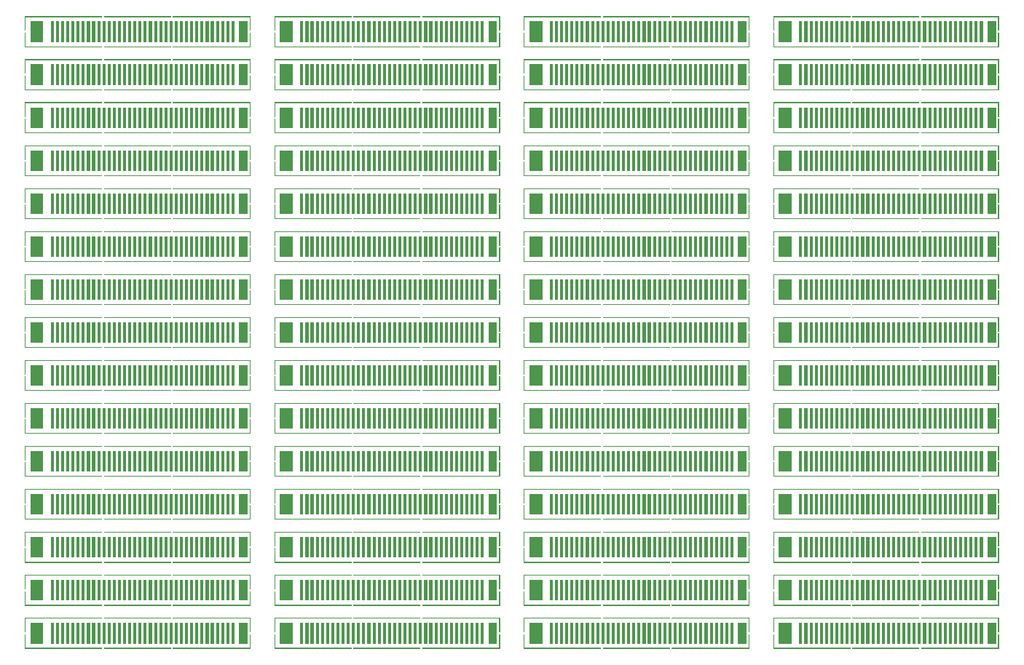
<source format=gbr>
G04 #@! TF.GenerationSoftware,KiCad,Pcbnew,5.1.5-52549c5~84~ubuntu18.04.1*
G04 #@! TF.CreationDate,2020-07-07T12:38:01+02:00*
G04 #@! TF.ProjectId,optical_encoder,6f707469-6361-46c5-9f65-6e636f646572,rev?*
G04 #@! TF.SameCoordinates,Original*
G04 #@! TF.FileFunction,Soldermask,Top*
G04 #@! TF.FilePolarity,Negative*
%FSLAX46Y46*%
G04 Gerber Fmt 4.6, Leading zero omitted, Abs format (unit mm)*
G04 Created by KiCad (PCBNEW 5.1.5-52549c5~84~ubuntu18.04.1) date 2020-07-07 12:38:01*
%MOMM*%
%LPD*%
G04 APERTURE LIST*
%ADD10C,0.100000*%
G04 APERTURE END LIST*
D10*
G36*
X90050010Y-113404991D02*
G01*
X90050106Y-113405966D01*
X90050391Y-113406904D01*
X90050852Y-113407768D01*
X90051474Y-113408526D01*
X90052232Y-113409148D01*
X90053096Y-113409609D01*
X90054034Y-113409894D01*
X90055009Y-113409990D01*
X98950010Y-113409990D01*
X98950010Y-113510010D01*
X89949990Y-113510010D01*
X89949990Y-111809990D01*
X90050010Y-111809990D01*
X90050010Y-113404991D01*
G37*
G36*
X119050010Y-113404991D02*
G01*
X119050106Y-113405966D01*
X119050391Y-113406904D01*
X119050852Y-113407768D01*
X119051474Y-113408526D01*
X119052232Y-113409148D01*
X119053096Y-113409609D01*
X119054034Y-113409894D01*
X119055009Y-113409990D01*
X127950010Y-113409990D01*
X127950010Y-113510010D01*
X118949990Y-113510010D01*
X118949990Y-111809990D01*
X119050010Y-111809990D01*
X119050010Y-113404991D01*
G37*
G36*
X116200010Y-113510010D02*
G01*
X107149990Y-113510010D01*
X107149990Y-113409990D01*
X116094991Y-113409990D01*
X116095966Y-113409894D01*
X116096904Y-113409609D01*
X116097768Y-113409148D01*
X116098526Y-113408526D01*
X116099148Y-113407768D01*
X116099609Y-113406904D01*
X116099894Y-113405966D01*
X116099990Y-113404991D01*
X116099990Y-111809990D01*
X116200010Y-111809990D01*
X116200010Y-113510010D01*
G37*
G36*
X164950010Y-113510010D02*
G01*
X157149990Y-113510010D01*
X157149990Y-113409990D01*
X164950010Y-113409990D01*
X164950010Y-113510010D01*
G37*
G36*
X174200010Y-113510010D02*
G01*
X165149990Y-113510010D01*
X165149990Y-113409990D01*
X174094991Y-113409990D01*
X174095966Y-113409894D01*
X174096904Y-113409609D01*
X174097768Y-113409148D01*
X174098526Y-113408526D01*
X174099148Y-113407768D01*
X174099609Y-113406904D01*
X174099894Y-113405966D01*
X174099990Y-113404991D01*
X174099990Y-111809990D01*
X174200010Y-111809990D01*
X174200010Y-113510010D01*
G37*
G36*
X148050010Y-113404991D02*
G01*
X148050106Y-113405966D01*
X148050391Y-113406904D01*
X148050852Y-113407768D01*
X148051474Y-113408526D01*
X148052232Y-113409148D01*
X148053096Y-113409609D01*
X148054034Y-113409894D01*
X148055009Y-113409990D01*
X156950010Y-113409990D01*
X156950010Y-113510010D01*
X147949990Y-113510010D01*
X147949990Y-111809990D01*
X148050010Y-111809990D01*
X148050010Y-113404991D01*
G37*
G36*
X135950010Y-113510010D02*
G01*
X128149990Y-113510010D01*
X128149990Y-113409990D01*
X135950010Y-113409990D01*
X135950010Y-113510010D01*
G37*
G36*
X145200010Y-113510010D02*
G01*
X136149990Y-113510010D01*
X136149990Y-113409990D01*
X145094991Y-113409990D01*
X145095966Y-113409894D01*
X145096904Y-113409609D01*
X145097768Y-113409148D01*
X145098526Y-113408526D01*
X145099148Y-113407768D01*
X145099609Y-113406904D01*
X145099894Y-113405966D01*
X145099990Y-113404991D01*
X145099990Y-111809990D01*
X145200010Y-111809990D01*
X145200010Y-113510010D01*
G37*
G36*
X203200010Y-113510010D02*
G01*
X194149990Y-113510010D01*
X194149990Y-113409990D01*
X203094991Y-113409990D01*
X203095966Y-113409894D01*
X203096904Y-113409609D01*
X203097768Y-113409148D01*
X203098526Y-113408526D01*
X203099148Y-113407768D01*
X203099609Y-113406904D01*
X203099894Y-113405966D01*
X203099990Y-113404991D01*
X203099990Y-111809990D01*
X203200010Y-111809990D01*
X203200010Y-113510010D01*
G37*
G36*
X193950010Y-113510010D02*
G01*
X186149990Y-113510010D01*
X186149990Y-113409990D01*
X193950010Y-113409990D01*
X193950010Y-113510010D01*
G37*
G36*
X106950010Y-113510010D02*
G01*
X99149990Y-113510010D01*
X99149990Y-113409990D01*
X106950010Y-113409990D01*
X106950010Y-113510010D01*
G37*
G36*
X177050010Y-113404991D02*
G01*
X177050106Y-113405966D01*
X177050391Y-113406904D01*
X177050852Y-113407768D01*
X177051474Y-113408526D01*
X177052232Y-113409148D01*
X177053096Y-113409609D01*
X177054034Y-113409894D01*
X177055009Y-113409990D01*
X185950010Y-113409990D01*
X185950010Y-113510010D01*
X176949990Y-113510010D01*
X176949990Y-111809990D01*
X177050010Y-111809990D01*
X177050010Y-113404991D01*
G37*
G36*
X114325010Y-112910010D02*
G01*
X113974990Y-112910010D01*
X113974990Y-110509990D01*
X114325010Y-110509990D01*
X114325010Y-112910010D01*
G37*
G36*
X107125010Y-112910010D02*
G01*
X106774990Y-112910010D01*
X106774990Y-110509990D01*
X107125010Y-110509990D01*
X107125010Y-112910010D01*
G37*
G36*
X115850010Y-112910010D02*
G01*
X114849990Y-112910010D01*
X114849990Y-110509990D01*
X115850010Y-110509990D01*
X115850010Y-112910010D01*
G37*
G36*
X92100010Y-112910010D02*
G01*
X90599990Y-112910010D01*
X90599990Y-110509990D01*
X92100010Y-110509990D01*
X92100010Y-112910010D01*
G37*
G36*
X113125010Y-112910010D02*
G01*
X112774990Y-112910010D01*
X112774990Y-110509990D01*
X113125010Y-110509990D01*
X113125010Y-112910010D01*
G37*
G36*
X112525010Y-112910010D02*
G01*
X112174990Y-112910010D01*
X112174990Y-110509990D01*
X112525010Y-110509990D01*
X112525010Y-112910010D01*
G37*
G36*
X113725010Y-112910010D02*
G01*
X113374990Y-112910010D01*
X113374990Y-110509990D01*
X113725010Y-110509990D01*
X113725010Y-112910010D01*
G37*
G36*
X108925010Y-112910010D02*
G01*
X108574990Y-112910010D01*
X108574990Y-110509990D01*
X108925010Y-110509990D01*
X108925010Y-112910010D01*
G37*
G36*
X107725010Y-112910010D02*
G01*
X107374990Y-112910010D01*
X107374990Y-110509990D01*
X107725010Y-110509990D01*
X107725010Y-112910010D01*
G37*
G36*
X111925010Y-112910010D02*
G01*
X111574990Y-112910010D01*
X111574990Y-110509990D01*
X111925010Y-110509990D01*
X111925010Y-112910010D01*
G37*
G36*
X143325010Y-112910010D02*
G01*
X142974990Y-112910010D01*
X142974990Y-110509990D01*
X143325010Y-110509990D01*
X143325010Y-112910010D01*
G37*
G36*
X109525010Y-112910010D02*
G01*
X109174990Y-112910010D01*
X109174990Y-110509990D01*
X109525010Y-110509990D01*
X109525010Y-112910010D01*
G37*
G36*
X105325010Y-112910010D02*
G01*
X104974990Y-112910010D01*
X104974990Y-110509990D01*
X105325010Y-110509990D01*
X105325010Y-112910010D01*
G37*
G36*
X111325010Y-112910010D02*
G01*
X110974990Y-112910010D01*
X110974990Y-110509990D01*
X111325010Y-110509990D01*
X111325010Y-112910010D01*
G37*
G36*
X110125010Y-112910010D02*
G01*
X109774990Y-112910010D01*
X109774990Y-110509990D01*
X110125010Y-110509990D01*
X110125010Y-112910010D01*
G37*
G36*
X108325010Y-112910010D02*
G01*
X107974990Y-112910010D01*
X107974990Y-110509990D01*
X108325010Y-110509990D01*
X108325010Y-112910010D01*
G37*
G36*
X106525010Y-112910010D02*
G01*
X106174990Y-112910010D01*
X106174990Y-110509990D01*
X106525010Y-110509990D01*
X106525010Y-112910010D01*
G37*
G36*
X105925010Y-112910010D02*
G01*
X105574990Y-112910010D01*
X105574990Y-110509990D01*
X105925010Y-110509990D01*
X105925010Y-112910010D01*
G37*
G36*
X104725010Y-112910010D02*
G01*
X104374990Y-112910010D01*
X104374990Y-110509990D01*
X104725010Y-110509990D01*
X104725010Y-112910010D01*
G37*
G36*
X98125010Y-112910010D02*
G01*
X97774990Y-112910010D01*
X97774990Y-110509990D01*
X98125010Y-110509990D01*
X98125010Y-112910010D01*
G37*
G36*
X133725010Y-112910010D02*
G01*
X133374990Y-112910010D01*
X133374990Y-110509990D01*
X133725010Y-110509990D01*
X133725010Y-112910010D01*
G37*
G36*
X102925010Y-112910010D02*
G01*
X102574990Y-112910010D01*
X102574990Y-110509990D01*
X102925010Y-110509990D01*
X102925010Y-112910010D01*
G37*
G36*
X99325010Y-112910010D02*
G01*
X98974990Y-112910010D01*
X98974990Y-110509990D01*
X99325010Y-110509990D01*
X99325010Y-112910010D01*
G37*
G36*
X100525010Y-112910010D02*
G01*
X100174990Y-112910010D01*
X100174990Y-110509990D01*
X100525010Y-110509990D01*
X100525010Y-112910010D01*
G37*
G36*
X101725010Y-112910010D02*
G01*
X101374990Y-112910010D01*
X101374990Y-110509990D01*
X101725010Y-110509990D01*
X101725010Y-112910010D01*
G37*
G36*
X101125010Y-112910010D02*
G01*
X100774990Y-112910010D01*
X100774990Y-110509990D01*
X101125010Y-110509990D01*
X101125010Y-112910010D01*
G37*
G36*
X102325010Y-112910010D02*
G01*
X101974990Y-112910010D01*
X101974990Y-110509990D01*
X102325010Y-110509990D01*
X102325010Y-112910010D01*
G37*
G36*
X98725010Y-112910010D02*
G01*
X98374990Y-112910010D01*
X98374990Y-110509990D01*
X98725010Y-110509990D01*
X98725010Y-112910010D01*
G37*
G36*
X110725010Y-112910010D02*
G01*
X110374990Y-112910010D01*
X110374990Y-110509990D01*
X110725010Y-110509990D01*
X110725010Y-112910010D01*
G37*
G36*
X104125010Y-112910010D02*
G01*
X103774990Y-112910010D01*
X103774990Y-110509990D01*
X104125010Y-110509990D01*
X104125010Y-112910010D01*
G37*
G36*
X96925010Y-112910010D02*
G01*
X96574990Y-112910010D01*
X96574990Y-110509990D01*
X96925010Y-110509990D01*
X96925010Y-112910010D01*
G37*
G36*
X96325010Y-112910010D02*
G01*
X95974990Y-112910010D01*
X95974990Y-110509990D01*
X96325010Y-110509990D01*
X96325010Y-112910010D01*
G37*
G36*
X97525010Y-112910010D02*
G01*
X97174990Y-112910010D01*
X97174990Y-110509990D01*
X97525010Y-110509990D01*
X97525010Y-112910010D01*
G37*
G36*
X95725010Y-112910010D02*
G01*
X95374990Y-112910010D01*
X95374990Y-110509990D01*
X95725010Y-110509990D01*
X95725010Y-112910010D01*
G37*
G36*
X95125010Y-112910010D02*
G01*
X94774990Y-112910010D01*
X94774990Y-110509990D01*
X95125010Y-110509990D01*
X95125010Y-112910010D01*
G37*
G36*
X94525010Y-112910010D02*
G01*
X94174990Y-112910010D01*
X94174990Y-110509990D01*
X94525010Y-110509990D01*
X94525010Y-112910010D01*
G37*
G36*
X93925010Y-112910010D02*
G01*
X93574990Y-112910010D01*
X93574990Y-110509990D01*
X93925010Y-110509990D01*
X93925010Y-112910010D01*
G37*
G36*
X93325010Y-112910010D02*
G01*
X92974990Y-112910010D01*
X92974990Y-110509990D01*
X93325010Y-110509990D01*
X93325010Y-112910010D01*
G37*
G36*
X150100010Y-112910010D02*
G01*
X148599990Y-112910010D01*
X148599990Y-110509990D01*
X150100010Y-110509990D01*
X150100010Y-112910010D01*
G37*
G36*
X144850010Y-112910010D02*
G01*
X143849990Y-112910010D01*
X143849990Y-110509990D01*
X144850010Y-110509990D01*
X144850010Y-112910010D01*
G37*
G36*
X121100010Y-112910010D02*
G01*
X119599990Y-112910010D01*
X119599990Y-110509990D01*
X121100010Y-110509990D01*
X121100010Y-112910010D01*
G37*
G36*
X142125010Y-112910010D02*
G01*
X141774990Y-112910010D01*
X141774990Y-110509990D01*
X142125010Y-110509990D01*
X142125010Y-112910010D01*
G37*
G36*
X141525010Y-112910010D02*
G01*
X141174990Y-112910010D01*
X141174990Y-110509990D01*
X141525010Y-110509990D01*
X141525010Y-112910010D01*
G37*
G36*
X142725010Y-112910010D02*
G01*
X142374990Y-112910010D01*
X142374990Y-110509990D01*
X142725010Y-110509990D01*
X142725010Y-112910010D01*
G37*
G36*
X137925010Y-112910010D02*
G01*
X137574990Y-112910010D01*
X137574990Y-110509990D01*
X137925010Y-110509990D01*
X137925010Y-112910010D01*
G37*
G36*
X136725010Y-112910010D02*
G01*
X136374990Y-112910010D01*
X136374990Y-110509990D01*
X136725010Y-110509990D01*
X136725010Y-112910010D01*
G37*
G36*
X140925010Y-112910010D02*
G01*
X140574990Y-112910010D01*
X140574990Y-110509990D01*
X140925010Y-110509990D01*
X140925010Y-112910010D01*
G37*
G36*
X133125010Y-112910010D02*
G01*
X132774990Y-112910010D01*
X132774990Y-110509990D01*
X133125010Y-110509990D01*
X133125010Y-112910010D01*
G37*
G36*
X138525010Y-112910010D02*
G01*
X138174990Y-112910010D01*
X138174990Y-110509990D01*
X138525010Y-110509990D01*
X138525010Y-112910010D01*
G37*
G36*
X134325010Y-112910010D02*
G01*
X133974990Y-112910010D01*
X133974990Y-110509990D01*
X134325010Y-110509990D01*
X134325010Y-112910010D01*
G37*
G36*
X140325010Y-112910010D02*
G01*
X139974990Y-112910010D01*
X139974990Y-110509990D01*
X140325010Y-110509990D01*
X140325010Y-112910010D01*
G37*
G36*
X137325010Y-112910010D02*
G01*
X136974990Y-112910010D01*
X136974990Y-110509990D01*
X137325010Y-110509990D01*
X137325010Y-112910010D01*
G37*
G36*
X135525010Y-112910010D02*
G01*
X135174990Y-112910010D01*
X135174990Y-110509990D01*
X135525010Y-110509990D01*
X135525010Y-112910010D01*
G37*
G36*
X134925010Y-112910010D02*
G01*
X134574990Y-112910010D01*
X134574990Y-110509990D01*
X134925010Y-110509990D01*
X134925010Y-112910010D01*
G37*
G36*
X136125010Y-112910010D02*
G01*
X135774990Y-112910010D01*
X135774990Y-110509990D01*
X136125010Y-110509990D01*
X136125010Y-112910010D01*
G37*
G36*
X139725010Y-112910010D02*
G01*
X139374990Y-112910010D01*
X139374990Y-110509990D01*
X139725010Y-110509990D01*
X139725010Y-112910010D01*
G37*
G36*
X132525010Y-112910010D02*
G01*
X132174990Y-112910010D01*
X132174990Y-110509990D01*
X132525010Y-110509990D01*
X132525010Y-112910010D01*
G37*
G36*
X125325010Y-112910010D02*
G01*
X124974990Y-112910010D01*
X124974990Y-110509990D01*
X125325010Y-110509990D01*
X125325010Y-112910010D01*
G37*
G36*
X131925010Y-112910010D02*
G01*
X131574990Y-112910010D01*
X131574990Y-110509990D01*
X131925010Y-110509990D01*
X131925010Y-112910010D01*
G37*
G36*
X128325010Y-112910010D02*
G01*
X127974990Y-112910010D01*
X127974990Y-110509990D01*
X128325010Y-110509990D01*
X128325010Y-112910010D01*
G37*
G36*
X129525010Y-112910010D02*
G01*
X129174990Y-112910010D01*
X129174990Y-110509990D01*
X129525010Y-110509990D01*
X129525010Y-112910010D01*
G37*
G36*
X130725010Y-112910010D02*
G01*
X130374990Y-112910010D01*
X130374990Y-110509990D01*
X130725010Y-110509990D01*
X130725010Y-112910010D01*
G37*
G36*
X130125010Y-112910010D02*
G01*
X129774990Y-112910010D01*
X129774990Y-110509990D01*
X130125010Y-110509990D01*
X130125010Y-112910010D01*
G37*
G36*
X131325010Y-112910010D02*
G01*
X130974990Y-112910010D01*
X130974990Y-110509990D01*
X131325010Y-110509990D01*
X131325010Y-112910010D01*
G37*
G36*
X127725010Y-112910010D02*
G01*
X127374990Y-112910010D01*
X127374990Y-110509990D01*
X127725010Y-110509990D01*
X127725010Y-112910010D01*
G37*
G36*
X128925010Y-112910010D02*
G01*
X128574990Y-112910010D01*
X128574990Y-110509990D01*
X128925010Y-110509990D01*
X128925010Y-112910010D01*
G37*
G36*
X127125010Y-112910010D02*
G01*
X126774990Y-112910010D01*
X126774990Y-110509990D01*
X127125010Y-110509990D01*
X127125010Y-112910010D01*
G37*
G36*
X125925010Y-112910010D02*
G01*
X125574990Y-112910010D01*
X125574990Y-110509990D01*
X125925010Y-110509990D01*
X125925010Y-112910010D01*
G37*
G36*
X126525010Y-112910010D02*
G01*
X126174990Y-112910010D01*
X126174990Y-110509990D01*
X126525010Y-110509990D01*
X126525010Y-112910010D01*
G37*
G36*
X124725010Y-112910010D02*
G01*
X124374990Y-112910010D01*
X124374990Y-110509990D01*
X124725010Y-110509990D01*
X124725010Y-112910010D01*
G37*
G36*
X124125010Y-112910010D02*
G01*
X123774990Y-112910010D01*
X123774990Y-110509990D01*
X124125010Y-110509990D01*
X124125010Y-112910010D01*
G37*
G36*
X123525010Y-112910010D02*
G01*
X123174990Y-112910010D01*
X123174990Y-110509990D01*
X123525010Y-110509990D01*
X123525010Y-112910010D01*
G37*
G36*
X122925010Y-112910010D02*
G01*
X122574990Y-112910010D01*
X122574990Y-110509990D01*
X122925010Y-110509990D01*
X122925010Y-112910010D01*
G37*
G36*
X122325010Y-112910010D02*
G01*
X121974990Y-112910010D01*
X121974990Y-110509990D01*
X122325010Y-110509990D01*
X122325010Y-112910010D01*
G37*
G36*
X172325010Y-112910010D02*
G01*
X171974990Y-112910010D01*
X171974990Y-110509990D01*
X172325010Y-110509990D01*
X172325010Y-112910010D01*
G37*
G36*
X173850010Y-112910010D02*
G01*
X172849990Y-112910010D01*
X172849990Y-110509990D01*
X173850010Y-110509990D01*
X173850010Y-112910010D01*
G37*
G36*
X153725010Y-112910010D02*
G01*
X153374990Y-112910010D01*
X153374990Y-110509990D01*
X153725010Y-110509990D01*
X153725010Y-112910010D01*
G37*
G36*
X166925010Y-112910010D02*
G01*
X166574990Y-112910010D01*
X166574990Y-110509990D01*
X166925010Y-110509990D01*
X166925010Y-112910010D01*
G37*
G36*
X181525010Y-112910010D02*
G01*
X181174990Y-112910010D01*
X181174990Y-110509990D01*
X181525010Y-110509990D01*
X181525010Y-112910010D01*
G37*
G36*
X182125010Y-112910010D02*
G01*
X181774990Y-112910010D01*
X181774990Y-110509990D01*
X182125010Y-110509990D01*
X182125010Y-112910010D01*
G37*
G36*
X182725010Y-112910010D02*
G01*
X182374990Y-112910010D01*
X182374990Y-110509990D01*
X182725010Y-110509990D01*
X182725010Y-112910010D01*
G37*
G36*
X171125010Y-112910010D02*
G01*
X170774990Y-112910010D01*
X170774990Y-110509990D01*
X171125010Y-110509990D01*
X171125010Y-112910010D01*
G37*
G36*
X170525010Y-112910010D02*
G01*
X170174990Y-112910010D01*
X170174990Y-110509990D01*
X170525010Y-110509990D01*
X170525010Y-112910010D01*
G37*
G36*
X184525010Y-112910010D02*
G01*
X184174990Y-112910010D01*
X184174990Y-110509990D01*
X184525010Y-110509990D01*
X184525010Y-112910010D01*
G37*
G36*
X183325010Y-112910010D02*
G01*
X182974990Y-112910010D01*
X182974990Y-110509990D01*
X183325010Y-110509990D01*
X183325010Y-112910010D01*
G37*
G36*
X171725010Y-112910010D02*
G01*
X171374990Y-112910010D01*
X171374990Y-110509990D01*
X171725010Y-110509990D01*
X171725010Y-112910010D01*
G37*
G36*
X155525010Y-112910010D02*
G01*
X155174990Y-112910010D01*
X155174990Y-110509990D01*
X155525010Y-110509990D01*
X155525010Y-112910010D01*
G37*
G36*
X159125010Y-112910010D02*
G01*
X158774990Y-112910010D01*
X158774990Y-110509990D01*
X159125010Y-110509990D01*
X159125010Y-112910010D01*
G37*
G36*
X165725010Y-112910010D02*
G01*
X165374990Y-112910010D01*
X165374990Y-110509990D01*
X165725010Y-110509990D01*
X165725010Y-112910010D01*
G37*
G36*
X169925010Y-112910010D02*
G01*
X169574990Y-112910010D01*
X169574990Y-110509990D01*
X169925010Y-110509990D01*
X169925010Y-112910010D01*
G37*
G36*
X162125010Y-112910010D02*
G01*
X161774990Y-112910010D01*
X161774990Y-110509990D01*
X162125010Y-110509990D01*
X162125010Y-112910010D01*
G37*
G36*
X167525010Y-112910010D02*
G01*
X167174990Y-112910010D01*
X167174990Y-110509990D01*
X167525010Y-110509990D01*
X167525010Y-112910010D01*
G37*
G36*
X163325010Y-112910010D02*
G01*
X162974990Y-112910010D01*
X162974990Y-110509990D01*
X163325010Y-110509990D01*
X163325010Y-112910010D01*
G37*
G36*
X169325010Y-112910010D02*
G01*
X168974990Y-112910010D01*
X168974990Y-110509990D01*
X169325010Y-110509990D01*
X169325010Y-112910010D01*
G37*
G36*
X168125010Y-112910010D02*
G01*
X167774990Y-112910010D01*
X167774990Y-110509990D01*
X168125010Y-110509990D01*
X168125010Y-112910010D01*
G37*
G36*
X166325010Y-112910010D02*
G01*
X165974990Y-112910010D01*
X165974990Y-110509990D01*
X166325010Y-110509990D01*
X166325010Y-112910010D01*
G37*
G36*
X159725010Y-112910010D02*
G01*
X159374990Y-112910010D01*
X159374990Y-110509990D01*
X159725010Y-110509990D01*
X159725010Y-112910010D01*
G37*
G36*
X103525010Y-112910010D02*
G01*
X103174990Y-112910010D01*
X103174990Y-110509990D01*
X103525010Y-110509990D01*
X103525010Y-112910010D01*
G37*
G36*
X163925010Y-112910010D02*
G01*
X163574990Y-112910010D01*
X163574990Y-110509990D01*
X163925010Y-110509990D01*
X163925010Y-112910010D01*
G37*
G36*
X165125010Y-112910010D02*
G01*
X164774990Y-112910010D01*
X164774990Y-110509990D01*
X165125010Y-110509990D01*
X165125010Y-112910010D01*
G37*
G36*
X168725010Y-112910010D02*
G01*
X168374990Y-112910010D01*
X168374990Y-110509990D01*
X168725010Y-110509990D01*
X168725010Y-112910010D01*
G37*
G36*
X161525010Y-112910010D02*
G01*
X161174990Y-112910010D01*
X161174990Y-110509990D01*
X161525010Y-110509990D01*
X161525010Y-112910010D01*
G37*
G36*
X162725010Y-112910010D02*
G01*
X162374990Y-112910010D01*
X162374990Y-110509990D01*
X162725010Y-110509990D01*
X162725010Y-112910010D01*
G37*
G36*
X160925010Y-112910010D02*
G01*
X160574990Y-112910010D01*
X160574990Y-110509990D01*
X160925010Y-110509990D01*
X160925010Y-112910010D01*
G37*
G36*
X157325010Y-112910010D02*
G01*
X156974990Y-112910010D01*
X156974990Y-110509990D01*
X157325010Y-110509990D01*
X157325010Y-112910010D01*
G37*
G36*
X158525010Y-112910010D02*
G01*
X158174990Y-112910010D01*
X158174990Y-110509990D01*
X158525010Y-110509990D01*
X158525010Y-112910010D01*
G37*
G36*
X99925010Y-112910010D02*
G01*
X99574990Y-112910010D01*
X99574990Y-110509990D01*
X99925010Y-110509990D01*
X99925010Y-112910010D01*
G37*
G36*
X164525010Y-112910010D02*
G01*
X164174990Y-112910010D01*
X164174990Y-110509990D01*
X164525010Y-110509990D01*
X164525010Y-112910010D01*
G37*
G36*
X160325010Y-112910010D02*
G01*
X159974990Y-112910010D01*
X159974990Y-110509990D01*
X160325010Y-110509990D01*
X160325010Y-112910010D01*
G37*
G36*
X156725010Y-112910010D02*
G01*
X156374990Y-112910010D01*
X156374990Y-110509990D01*
X156725010Y-110509990D01*
X156725010Y-112910010D01*
G37*
G36*
X157925010Y-112910010D02*
G01*
X157574990Y-112910010D01*
X157574990Y-110509990D01*
X157925010Y-110509990D01*
X157925010Y-112910010D01*
G37*
G36*
X156125010Y-112910010D02*
G01*
X155774990Y-112910010D01*
X155774990Y-110509990D01*
X156125010Y-110509990D01*
X156125010Y-112910010D01*
G37*
G36*
X183925010Y-112910010D02*
G01*
X183574990Y-112910010D01*
X183574990Y-110509990D01*
X183925010Y-110509990D01*
X183925010Y-112910010D01*
G37*
G36*
X154925010Y-112910010D02*
G01*
X154574990Y-112910010D01*
X154574990Y-110509990D01*
X154925010Y-110509990D01*
X154925010Y-112910010D01*
G37*
G36*
X154325010Y-112910010D02*
G01*
X153974990Y-112910010D01*
X153974990Y-110509990D01*
X154325010Y-110509990D01*
X154325010Y-112910010D01*
G37*
G36*
X186325010Y-112910010D02*
G01*
X185974990Y-112910010D01*
X185974990Y-110509990D01*
X186325010Y-110509990D01*
X186325010Y-112910010D01*
G37*
G36*
X189325010Y-112910010D02*
G01*
X188974990Y-112910010D01*
X188974990Y-110509990D01*
X189325010Y-110509990D01*
X189325010Y-112910010D01*
G37*
G36*
X153125010Y-112910010D02*
G01*
X152774990Y-112910010D01*
X152774990Y-110509990D01*
X153125010Y-110509990D01*
X153125010Y-112910010D01*
G37*
G36*
X152525010Y-112910010D02*
G01*
X152174990Y-112910010D01*
X152174990Y-110509990D01*
X152525010Y-110509990D01*
X152525010Y-112910010D01*
G37*
G36*
X151925010Y-112910010D02*
G01*
X151574990Y-112910010D01*
X151574990Y-110509990D01*
X151925010Y-110509990D01*
X151925010Y-112910010D01*
G37*
G36*
X151325010Y-112910010D02*
G01*
X150974990Y-112910010D01*
X150974990Y-110509990D01*
X151325010Y-110509990D01*
X151325010Y-112910010D01*
G37*
G36*
X201325010Y-112910010D02*
G01*
X200974990Y-112910010D01*
X200974990Y-110509990D01*
X201325010Y-110509990D01*
X201325010Y-112910010D01*
G37*
G36*
X185125010Y-112910010D02*
G01*
X184774990Y-112910010D01*
X184774990Y-110509990D01*
X185125010Y-110509990D01*
X185125010Y-112910010D01*
G37*
G36*
X186925010Y-112910010D02*
G01*
X186574990Y-112910010D01*
X186574990Y-110509990D01*
X186925010Y-110509990D01*
X186925010Y-112910010D01*
G37*
G36*
X185725010Y-112910010D02*
G01*
X185374990Y-112910010D01*
X185374990Y-110509990D01*
X185725010Y-110509990D01*
X185725010Y-112910010D01*
G37*
G36*
X199525010Y-112910010D02*
G01*
X199174990Y-112910010D01*
X199174990Y-110509990D01*
X199525010Y-110509990D01*
X199525010Y-112910010D01*
G37*
G36*
X188125010Y-112910010D02*
G01*
X187774990Y-112910010D01*
X187774990Y-110509990D01*
X188125010Y-110509990D01*
X188125010Y-112910010D01*
G37*
G36*
X202850010Y-112910010D02*
G01*
X201849990Y-112910010D01*
X201849990Y-110509990D01*
X202850010Y-110509990D01*
X202850010Y-112910010D01*
G37*
G36*
X139125010Y-112910010D02*
G01*
X138774990Y-112910010D01*
X138774990Y-110509990D01*
X139125010Y-110509990D01*
X139125010Y-112910010D01*
G37*
G36*
X188725010Y-112910010D02*
G01*
X188374990Y-112910010D01*
X188374990Y-110509990D01*
X188725010Y-110509990D01*
X188725010Y-112910010D01*
G37*
G36*
X179100010Y-112910010D02*
G01*
X177599990Y-112910010D01*
X177599990Y-110509990D01*
X179100010Y-110509990D01*
X179100010Y-112910010D01*
G37*
G36*
X187525010Y-112910010D02*
G01*
X187174990Y-112910010D01*
X187174990Y-110509990D01*
X187525010Y-110509990D01*
X187525010Y-112910010D01*
G37*
G36*
X180325010Y-112910010D02*
G01*
X179974990Y-112910010D01*
X179974990Y-110509990D01*
X180325010Y-110509990D01*
X180325010Y-112910010D01*
G37*
G36*
X180925010Y-112910010D02*
G01*
X180574990Y-112910010D01*
X180574990Y-110509990D01*
X180925010Y-110509990D01*
X180925010Y-112910010D01*
G37*
G36*
X191725010Y-112910010D02*
G01*
X191374990Y-112910010D01*
X191374990Y-110509990D01*
X191725010Y-110509990D01*
X191725010Y-112910010D01*
G37*
G36*
X189925010Y-112910010D02*
G01*
X189574990Y-112910010D01*
X189574990Y-110509990D01*
X189925010Y-110509990D01*
X189925010Y-112910010D01*
G37*
G36*
X197125010Y-112910010D02*
G01*
X196774990Y-112910010D01*
X196774990Y-110509990D01*
X197125010Y-110509990D01*
X197125010Y-112910010D01*
G37*
G36*
X200725010Y-112910010D02*
G01*
X200374990Y-112910010D01*
X200374990Y-110509990D01*
X200725010Y-110509990D01*
X200725010Y-112910010D01*
G37*
G36*
X195925010Y-112910010D02*
G01*
X195574990Y-112910010D01*
X195574990Y-110509990D01*
X195925010Y-110509990D01*
X195925010Y-112910010D01*
G37*
G36*
X194725010Y-112910010D02*
G01*
X194374990Y-112910010D01*
X194374990Y-110509990D01*
X194725010Y-110509990D01*
X194725010Y-112910010D01*
G37*
G36*
X198925010Y-112910010D02*
G01*
X198574990Y-112910010D01*
X198574990Y-110509990D01*
X198925010Y-110509990D01*
X198925010Y-112910010D01*
G37*
G36*
X191125010Y-112910010D02*
G01*
X190774990Y-112910010D01*
X190774990Y-110509990D01*
X191125010Y-110509990D01*
X191125010Y-112910010D01*
G37*
G36*
X196525010Y-112910010D02*
G01*
X196174990Y-112910010D01*
X196174990Y-110509990D01*
X196525010Y-110509990D01*
X196525010Y-112910010D01*
G37*
G36*
X192325010Y-112910010D02*
G01*
X191974990Y-112910010D01*
X191974990Y-110509990D01*
X192325010Y-110509990D01*
X192325010Y-112910010D01*
G37*
G36*
X198325010Y-112910010D02*
G01*
X197974990Y-112910010D01*
X197974990Y-110509990D01*
X198325010Y-110509990D01*
X198325010Y-112910010D01*
G37*
G36*
X200125010Y-112910010D02*
G01*
X199774990Y-112910010D01*
X199774990Y-110509990D01*
X200125010Y-110509990D01*
X200125010Y-112910010D01*
G37*
G36*
X195325010Y-112910010D02*
G01*
X194974990Y-112910010D01*
X194974990Y-110509990D01*
X195325010Y-110509990D01*
X195325010Y-112910010D01*
G37*
G36*
X193525010Y-112910010D02*
G01*
X193174990Y-112910010D01*
X193174990Y-110509990D01*
X193525010Y-110509990D01*
X193525010Y-112910010D01*
G37*
G36*
X192925010Y-112910010D02*
G01*
X192574990Y-112910010D01*
X192574990Y-110509990D01*
X192925010Y-110509990D01*
X192925010Y-112910010D01*
G37*
G36*
X194125010Y-112910010D02*
G01*
X193774990Y-112910010D01*
X193774990Y-110509990D01*
X194125010Y-110509990D01*
X194125010Y-112910010D01*
G37*
G36*
X197725010Y-112910010D02*
G01*
X197374990Y-112910010D01*
X197374990Y-110509990D01*
X197725010Y-110509990D01*
X197725010Y-112910010D01*
G37*
G36*
X190525010Y-112910010D02*
G01*
X190174990Y-112910010D01*
X190174990Y-110509990D01*
X190525010Y-110509990D01*
X190525010Y-112910010D01*
G37*
G36*
X174200010Y-111610010D02*
G01*
X174099990Y-111610010D01*
X174099990Y-110015009D01*
X174099894Y-110014034D01*
X174099609Y-110013096D01*
X174099148Y-110012232D01*
X174098526Y-110011474D01*
X174097768Y-110010852D01*
X174096904Y-110010391D01*
X174095966Y-110010106D01*
X174094991Y-110010010D01*
X165149990Y-110010010D01*
X165149990Y-109909990D01*
X174200010Y-109909990D01*
X174200010Y-111610010D01*
G37*
G36*
X98950010Y-110010010D02*
G01*
X90055009Y-110010010D01*
X90054034Y-110010106D01*
X90053096Y-110010391D01*
X90052232Y-110010852D01*
X90051474Y-110011474D01*
X90050852Y-110012232D01*
X90050391Y-110013096D01*
X90050106Y-110014034D01*
X90050010Y-110015009D01*
X90050010Y-111610010D01*
X89949990Y-111610010D01*
X89949990Y-109909990D01*
X98950010Y-109909990D01*
X98950010Y-110010010D01*
G37*
G36*
X116200010Y-111610010D02*
G01*
X116099990Y-111610010D01*
X116099990Y-110015009D01*
X116099894Y-110014034D01*
X116099609Y-110013096D01*
X116099148Y-110012232D01*
X116098526Y-110011474D01*
X116097768Y-110010852D01*
X116096904Y-110010391D01*
X116095966Y-110010106D01*
X116094991Y-110010010D01*
X107149990Y-110010010D01*
X107149990Y-109909990D01*
X116200010Y-109909990D01*
X116200010Y-111610010D01*
G37*
G36*
X127950010Y-110010010D02*
G01*
X119055009Y-110010010D01*
X119054034Y-110010106D01*
X119053096Y-110010391D01*
X119052232Y-110010852D01*
X119051474Y-110011474D01*
X119050852Y-110012232D01*
X119050391Y-110013096D01*
X119050106Y-110014034D01*
X119050010Y-110015009D01*
X119050010Y-111610010D01*
X118949990Y-111610010D01*
X118949990Y-109909990D01*
X127950010Y-109909990D01*
X127950010Y-110010010D01*
G37*
G36*
X185950010Y-110010010D02*
G01*
X177055009Y-110010010D01*
X177054034Y-110010106D01*
X177053096Y-110010391D01*
X177052232Y-110010852D01*
X177051474Y-110011474D01*
X177050852Y-110012232D01*
X177050391Y-110013096D01*
X177050106Y-110014034D01*
X177050010Y-110015009D01*
X177050010Y-111610010D01*
X176949990Y-111610010D01*
X176949990Y-109909990D01*
X185950010Y-109909990D01*
X185950010Y-110010010D01*
G37*
G36*
X203200010Y-111610010D02*
G01*
X203099990Y-111610010D01*
X203099990Y-110015009D01*
X203099894Y-110014034D01*
X203099609Y-110013096D01*
X203099148Y-110012232D01*
X203098526Y-110011474D01*
X203097768Y-110010852D01*
X203096904Y-110010391D01*
X203095966Y-110010106D01*
X203094991Y-110010010D01*
X194149990Y-110010010D01*
X194149990Y-109909990D01*
X203200010Y-109909990D01*
X203200010Y-111610010D01*
G37*
G36*
X145200010Y-111610010D02*
G01*
X145099990Y-111610010D01*
X145099990Y-110015009D01*
X145099894Y-110014034D01*
X145099609Y-110013096D01*
X145099148Y-110012232D01*
X145098526Y-110011474D01*
X145097768Y-110010852D01*
X145096904Y-110010391D01*
X145095966Y-110010106D01*
X145094991Y-110010010D01*
X136149990Y-110010010D01*
X136149990Y-109909990D01*
X145200010Y-109909990D01*
X145200010Y-111610010D01*
G37*
G36*
X156950010Y-110010010D02*
G01*
X148055009Y-110010010D01*
X148054034Y-110010106D01*
X148053096Y-110010391D01*
X148052232Y-110010852D01*
X148051474Y-110011474D01*
X148050852Y-110012232D01*
X148050391Y-110013096D01*
X148050106Y-110014034D01*
X148050010Y-110015009D01*
X148050010Y-111610010D01*
X147949990Y-111610010D01*
X147949990Y-109909990D01*
X156950010Y-109909990D01*
X156950010Y-110010010D01*
G37*
G36*
X193950010Y-110010010D02*
G01*
X186149990Y-110010010D01*
X186149990Y-109909990D01*
X193950010Y-109909990D01*
X193950010Y-110010010D01*
G37*
G36*
X106950010Y-110010010D02*
G01*
X99149990Y-110010010D01*
X99149990Y-109909990D01*
X106950010Y-109909990D01*
X106950010Y-110010010D01*
G37*
G36*
X135950010Y-110010010D02*
G01*
X128149990Y-110010010D01*
X128149990Y-109909990D01*
X135950010Y-109909990D01*
X135950010Y-110010010D01*
G37*
G36*
X164950010Y-110010010D02*
G01*
X157149990Y-110010010D01*
X157149990Y-109909990D01*
X164950010Y-109909990D01*
X164950010Y-110010010D01*
G37*
G36*
X135950010Y-108510010D02*
G01*
X128149990Y-108510010D01*
X128149990Y-108409990D01*
X135950010Y-108409990D01*
X135950010Y-108510010D01*
G37*
G36*
X90050010Y-108404991D02*
G01*
X90050106Y-108405966D01*
X90050391Y-108406904D01*
X90050852Y-108407768D01*
X90051474Y-108408526D01*
X90052232Y-108409148D01*
X90053096Y-108409609D01*
X90054034Y-108409894D01*
X90055009Y-108409990D01*
X98950010Y-108409990D01*
X98950010Y-108510010D01*
X89949990Y-108510010D01*
X89949990Y-106809990D01*
X90050010Y-106809990D01*
X90050010Y-108404991D01*
G37*
G36*
X116200010Y-108510010D02*
G01*
X107149990Y-108510010D01*
X107149990Y-108409990D01*
X116094991Y-108409990D01*
X116095966Y-108409894D01*
X116096904Y-108409609D01*
X116097768Y-108409148D01*
X116098526Y-108408526D01*
X116099148Y-108407768D01*
X116099609Y-108406904D01*
X116099894Y-108405966D01*
X116099990Y-108404991D01*
X116099990Y-106809990D01*
X116200010Y-106809990D01*
X116200010Y-108510010D01*
G37*
G36*
X106950010Y-108510010D02*
G01*
X99149990Y-108510010D01*
X99149990Y-108409990D01*
X106950010Y-108409990D01*
X106950010Y-108510010D01*
G37*
G36*
X119050010Y-108404991D02*
G01*
X119050106Y-108405966D01*
X119050391Y-108406904D01*
X119050852Y-108407768D01*
X119051474Y-108408526D01*
X119052232Y-108409148D01*
X119053096Y-108409609D01*
X119054034Y-108409894D01*
X119055009Y-108409990D01*
X127950010Y-108409990D01*
X127950010Y-108510010D01*
X118949990Y-108510010D01*
X118949990Y-106809990D01*
X119050010Y-106809990D01*
X119050010Y-108404991D01*
G37*
G36*
X145200010Y-108510010D02*
G01*
X136149990Y-108510010D01*
X136149990Y-108409990D01*
X145094991Y-108409990D01*
X145095966Y-108409894D01*
X145096904Y-108409609D01*
X145097768Y-108409148D01*
X145098526Y-108408526D01*
X145099148Y-108407768D01*
X145099609Y-108406904D01*
X145099894Y-108405966D01*
X145099990Y-108404991D01*
X145099990Y-106809990D01*
X145200010Y-106809990D01*
X145200010Y-108510010D01*
G37*
G36*
X164950010Y-108510010D02*
G01*
X157149990Y-108510010D01*
X157149990Y-108409990D01*
X164950010Y-108409990D01*
X164950010Y-108510010D01*
G37*
G36*
X174200010Y-108510010D02*
G01*
X165149990Y-108510010D01*
X165149990Y-108409990D01*
X174094991Y-108409990D01*
X174095966Y-108409894D01*
X174096904Y-108409609D01*
X174097768Y-108409148D01*
X174098526Y-108408526D01*
X174099148Y-108407768D01*
X174099609Y-108406904D01*
X174099894Y-108405966D01*
X174099990Y-108404991D01*
X174099990Y-106809990D01*
X174200010Y-106809990D01*
X174200010Y-108510010D01*
G37*
G36*
X177050010Y-108404991D02*
G01*
X177050106Y-108405966D01*
X177050391Y-108406904D01*
X177050852Y-108407768D01*
X177051474Y-108408526D01*
X177052232Y-108409148D01*
X177053096Y-108409609D01*
X177054034Y-108409894D01*
X177055009Y-108409990D01*
X185950010Y-108409990D01*
X185950010Y-108510010D01*
X176949990Y-108510010D01*
X176949990Y-106809990D01*
X177050010Y-106809990D01*
X177050010Y-108404991D01*
G37*
G36*
X193950010Y-108510010D02*
G01*
X186149990Y-108510010D01*
X186149990Y-108409990D01*
X193950010Y-108409990D01*
X193950010Y-108510010D01*
G37*
G36*
X203200010Y-108510010D02*
G01*
X194149990Y-108510010D01*
X194149990Y-108409990D01*
X203094991Y-108409990D01*
X203095966Y-108409894D01*
X203096904Y-108409609D01*
X203097768Y-108409148D01*
X203098526Y-108408526D01*
X203099148Y-108407768D01*
X203099609Y-108406904D01*
X203099894Y-108405966D01*
X203099990Y-108404991D01*
X203099990Y-106809990D01*
X203200010Y-106809990D01*
X203200010Y-108510010D01*
G37*
G36*
X148050010Y-108404991D02*
G01*
X148050106Y-108405966D01*
X148050391Y-108406904D01*
X148050852Y-108407768D01*
X148051474Y-108408526D01*
X148052232Y-108409148D01*
X148053096Y-108409609D01*
X148054034Y-108409894D01*
X148055009Y-108409990D01*
X156950010Y-108409990D01*
X156950010Y-108510010D01*
X147949990Y-108510010D01*
X147949990Y-106809990D01*
X148050010Y-106809990D01*
X148050010Y-108404991D01*
G37*
G36*
X184525010Y-107910010D02*
G01*
X184174990Y-107910010D01*
X184174990Y-105509990D01*
X184525010Y-105509990D01*
X184525010Y-107910010D01*
G37*
G36*
X163325010Y-107910010D02*
G01*
X162974990Y-107910010D01*
X162974990Y-105509990D01*
X163325010Y-105509990D01*
X163325010Y-107910010D01*
G37*
G36*
X183325010Y-107910010D02*
G01*
X182974990Y-107910010D01*
X182974990Y-105509990D01*
X183325010Y-105509990D01*
X183325010Y-107910010D01*
G37*
G36*
X183925010Y-107910010D02*
G01*
X183574990Y-107910010D01*
X183574990Y-105509990D01*
X183925010Y-105509990D01*
X183925010Y-107910010D01*
G37*
G36*
X185125010Y-107910010D02*
G01*
X184774990Y-107910010D01*
X184774990Y-105509990D01*
X185125010Y-105509990D01*
X185125010Y-107910010D01*
G37*
G36*
X186925010Y-107910010D02*
G01*
X186574990Y-107910010D01*
X186574990Y-105509990D01*
X186925010Y-105509990D01*
X186925010Y-107910010D01*
G37*
G36*
X153725010Y-107910010D02*
G01*
X153374990Y-107910010D01*
X153374990Y-105509990D01*
X153725010Y-105509990D01*
X153725010Y-107910010D01*
G37*
G36*
X189325010Y-107910010D02*
G01*
X188974990Y-107910010D01*
X188974990Y-105509990D01*
X189325010Y-105509990D01*
X189325010Y-107910010D01*
G37*
G36*
X188125010Y-107910010D02*
G01*
X187774990Y-107910010D01*
X187774990Y-105509990D01*
X188125010Y-105509990D01*
X188125010Y-107910010D01*
G37*
G36*
X188725010Y-107910010D02*
G01*
X188374990Y-107910010D01*
X188374990Y-105509990D01*
X188725010Y-105509990D01*
X188725010Y-107910010D01*
G37*
G36*
X187525010Y-107910010D02*
G01*
X187174990Y-107910010D01*
X187174990Y-105509990D01*
X187525010Y-105509990D01*
X187525010Y-107910010D01*
G37*
G36*
X186325010Y-107910010D02*
G01*
X185974990Y-107910010D01*
X185974990Y-105509990D01*
X186325010Y-105509990D01*
X186325010Y-107910010D01*
G37*
G36*
X189925010Y-107910010D02*
G01*
X189574990Y-107910010D01*
X189574990Y-105509990D01*
X189925010Y-105509990D01*
X189925010Y-107910010D01*
G37*
G36*
X191725010Y-107910010D02*
G01*
X191374990Y-107910010D01*
X191374990Y-105509990D01*
X191725010Y-105509990D01*
X191725010Y-107910010D01*
G37*
G36*
X190525010Y-107910010D02*
G01*
X190174990Y-107910010D01*
X190174990Y-105509990D01*
X190525010Y-105509990D01*
X190525010Y-107910010D01*
G37*
G36*
X197725010Y-107910010D02*
G01*
X197374990Y-107910010D01*
X197374990Y-105509990D01*
X197725010Y-105509990D01*
X197725010Y-107910010D01*
G37*
G36*
X150100010Y-107910010D02*
G01*
X148599990Y-107910010D01*
X148599990Y-105509990D01*
X150100010Y-105509990D01*
X150100010Y-107910010D01*
G37*
G36*
X169325010Y-107910010D02*
G01*
X168974990Y-107910010D01*
X168974990Y-105509990D01*
X169325010Y-105509990D01*
X169325010Y-107910010D01*
G37*
G36*
X196525010Y-107910010D02*
G01*
X196174990Y-107910010D01*
X196174990Y-105509990D01*
X196525010Y-105509990D01*
X196525010Y-107910010D01*
G37*
G36*
X201325010Y-107910010D02*
G01*
X200974990Y-107910010D01*
X200974990Y-105509990D01*
X201325010Y-105509990D01*
X201325010Y-107910010D01*
G37*
G36*
X191125010Y-107910010D02*
G01*
X190774990Y-107910010D01*
X190774990Y-105509990D01*
X191125010Y-105509990D01*
X191125010Y-107910010D01*
G37*
G36*
X198925010Y-107910010D02*
G01*
X198574990Y-107910010D01*
X198574990Y-105509990D01*
X198925010Y-105509990D01*
X198925010Y-107910010D01*
G37*
G36*
X194725010Y-107910010D02*
G01*
X194374990Y-107910010D01*
X194374990Y-105509990D01*
X194725010Y-105509990D01*
X194725010Y-107910010D01*
G37*
G36*
X195925010Y-107910010D02*
G01*
X195574990Y-107910010D01*
X195574990Y-105509990D01*
X195925010Y-105509990D01*
X195925010Y-107910010D01*
G37*
G36*
X192925010Y-107910010D02*
G01*
X192574990Y-107910010D01*
X192574990Y-105509990D01*
X192925010Y-105509990D01*
X192925010Y-107910010D01*
G37*
G36*
X199525010Y-107910010D02*
G01*
X199174990Y-107910010D01*
X199174990Y-105509990D01*
X199525010Y-105509990D01*
X199525010Y-107910010D01*
G37*
G36*
X200125010Y-107910010D02*
G01*
X199774990Y-107910010D01*
X199774990Y-105509990D01*
X200125010Y-105509990D01*
X200125010Y-107910010D01*
G37*
G36*
X179100010Y-107910010D02*
G01*
X177599990Y-107910010D01*
X177599990Y-105509990D01*
X179100010Y-105509990D01*
X179100010Y-107910010D01*
G37*
G36*
X202850010Y-107910010D02*
G01*
X201849990Y-107910010D01*
X201849990Y-105509990D01*
X202850010Y-105509990D01*
X202850010Y-107910010D01*
G37*
G36*
X182725010Y-107910010D02*
G01*
X182374990Y-107910010D01*
X182374990Y-105509990D01*
X182725010Y-105509990D01*
X182725010Y-107910010D01*
G37*
G36*
X151325010Y-107910010D02*
G01*
X150974990Y-107910010D01*
X150974990Y-105509990D01*
X151325010Y-105509990D01*
X151325010Y-107910010D01*
G37*
G36*
X151925010Y-107910010D02*
G01*
X151574990Y-107910010D01*
X151574990Y-105509990D01*
X151925010Y-105509990D01*
X151925010Y-107910010D01*
G37*
G36*
X152525010Y-107910010D02*
G01*
X152174990Y-107910010D01*
X152174990Y-105509990D01*
X152525010Y-105509990D01*
X152525010Y-107910010D01*
G37*
G36*
X153125010Y-107910010D02*
G01*
X152774990Y-107910010D01*
X152774990Y-105509990D01*
X153125010Y-105509990D01*
X153125010Y-107910010D01*
G37*
G36*
X185725010Y-107910010D02*
G01*
X185374990Y-107910010D01*
X185374990Y-105509990D01*
X185725010Y-105509990D01*
X185725010Y-107910010D01*
G37*
G36*
X180925010Y-107910010D02*
G01*
X180574990Y-107910010D01*
X180574990Y-105509990D01*
X180925010Y-105509990D01*
X180925010Y-107910010D01*
G37*
G36*
X181525010Y-107910010D02*
G01*
X181174990Y-107910010D01*
X181174990Y-105509990D01*
X181525010Y-105509990D01*
X181525010Y-107910010D01*
G37*
G36*
X182125010Y-107910010D02*
G01*
X181774990Y-107910010D01*
X181774990Y-105509990D01*
X182125010Y-105509990D01*
X182125010Y-107910010D01*
G37*
G36*
X160925010Y-107910010D02*
G01*
X160574990Y-107910010D01*
X160574990Y-105509990D01*
X160925010Y-105509990D01*
X160925010Y-107910010D01*
G37*
G36*
X154925010Y-107910010D02*
G01*
X154574990Y-107910010D01*
X154574990Y-105509990D01*
X154925010Y-105509990D01*
X154925010Y-107910010D01*
G37*
G36*
X156125010Y-107910010D02*
G01*
X155774990Y-107910010D01*
X155774990Y-105509990D01*
X156125010Y-105509990D01*
X156125010Y-107910010D01*
G37*
G36*
X157925010Y-107910010D02*
G01*
X157574990Y-107910010D01*
X157574990Y-105509990D01*
X157925010Y-105509990D01*
X157925010Y-107910010D01*
G37*
G36*
X156725010Y-107910010D02*
G01*
X156374990Y-107910010D01*
X156374990Y-105509990D01*
X156725010Y-105509990D01*
X156725010Y-107910010D01*
G37*
G36*
X160325010Y-107910010D02*
G01*
X159974990Y-107910010D01*
X159974990Y-105509990D01*
X160325010Y-105509990D01*
X160325010Y-107910010D01*
G37*
G36*
X159125010Y-107910010D02*
G01*
X158774990Y-107910010D01*
X158774990Y-105509990D01*
X159125010Y-105509990D01*
X159125010Y-107910010D01*
G37*
G36*
X159725010Y-107910010D02*
G01*
X159374990Y-107910010D01*
X159374990Y-105509990D01*
X159725010Y-105509990D01*
X159725010Y-107910010D01*
G37*
G36*
X125925010Y-107910010D02*
G01*
X125574990Y-107910010D01*
X125574990Y-105509990D01*
X125925010Y-105509990D01*
X125925010Y-107910010D01*
G37*
G36*
X157325010Y-107910010D02*
G01*
X156974990Y-107910010D01*
X156974990Y-105509990D01*
X157325010Y-105509990D01*
X157325010Y-107910010D01*
G37*
G36*
X154325010Y-107910010D02*
G01*
X153974990Y-107910010D01*
X153974990Y-105509990D01*
X154325010Y-105509990D01*
X154325010Y-107910010D01*
G37*
G36*
X162725010Y-107910010D02*
G01*
X162374990Y-107910010D01*
X162374990Y-105509990D01*
X162725010Y-105509990D01*
X162725010Y-107910010D01*
G37*
G36*
X161525010Y-107910010D02*
G01*
X161174990Y-107910010D01*
X161174990Y-105509990D01*
X161525010Y-105509990D01*
X161525010Y-107910010D01*
G37*
G36*
X168725010Y-107910010D02*
G01*
X168374990Y-107910010D01*
X168374990Y-105509990D01*
X168725010Y-105509990D01*
X168725010Y-107910010D01*
G37*
G36*
X165125010Y-107910010D02*
G01*
X164774990Y-107910010D01*
X164774990Y-105509990D01*
X165125010Y-105509990D01*
X165125010Y-107910010D01*
G37*
G36*
X163925010Y-107910010D02*
G01*
X163574990Y-107910010D01*
X163574990Y-105509990D01*
X163925010Y-105509990D01*
X163925010Y-107910010D01*
G37*
G36*
X164525010Y-107910010D02*
G01*
X164174990Y-107910010D01*
X164174990Y-105509990D01*
X164525010Y-105509990D01*
X164525010Y-107910010D01*
G37*
G36*
X166325010Y-107910010D02*
G01*
X165974990Y-107910010D01*
X165974990Y-105509990D01*
X166325010Y-105509990D01*
X166325010Y-107910010D01*
G37*
G36*
X173850010Y-107910010D02*
G01*
X172849990Y-107910010D01*
X172849990Y-105509990D01*
X173850010Y-105509990D01*
X173850010Y-107910010D01*
G37*
G36*
X122325010Y-107910010D02*
G01*
X121974990Y-107910010D01*
X121974990Y-105509990D01*
X122325010Y-105509990D01*
X122325010Y-107910010D01*
G37*
G36*
X162125010Y-107910010D02*
G01*
X161774990Y-107910010D01*
X161774990Y-105509990D01*
X162125010Y-105509990D01*
X162125010Y-107910010D01*
G37*
G36*
X169925010Y-107910010D02*
G01*
X169574990Y-107910010D01*
X169574990Y-105509990D01*
X169925010Y-105509990D01*
X169925010Y-107910010D01*
G37*
G36*
X165725010Y-107910010D02*
G01*
X165374990Y-107910010D01*
X165374990Y-105509990D01*
X165725010Y-105509990D01*
X165725010Y-107910010D01*
G37*
G36*
X166925010Y-107910010D02*
G01*
X166574990Y-107910010D01*
X166574990Y-105509990D01*
X166925010Y-105509990D01*
X166925010Y-107910010D01*
G37*
G36*
X171725010Y-107910010D02*
G01*
X171374990Y-107910010D01*
X171374990Y-105509990D01*
X171725010Y-105509990D01*
X171725010Y-107910010D01*
G37*
G36*
X170525010Y-107910010D02*
G01*
X170174990Y-107910010D01*
X170174990Y-105509990D01*
X170525010Y-105509990D01*
X170525010Y-107910010D01*
G37*
G36*
X171125010Y-107910010D02*
G01*
X170774990Y-107910010D01*
X170774990Y-105509990D01*
X171125010Y-105509990D01*
X171125010Y-107910010D01*
G37*
G36*
X168125010Y-107910010D02*
G01*
X167774990Y-107910010D01*
X167774990Y-105509990D01*
X168125010Y-105509990D01*
X168125010Y-107910010D01*
G37*
G36*
X172325010Y-107910010D02*
G01*
X171974990Y-107910010D01*
X171974990Y-105509990D01*
X172325010Y-105509990D01*
X172325010Y-107910010D01*
G37*
G36*
X167525010Y-107910010D02*
G01*
X167174990Y-107910010D01*
X167174990Y-105509990D01*
X167525010Y-105509990D01*
X167525010Y-107910010D01*
G37*
G36*
X122925010Y-107910010D02*
G01*
X122574990Y-107910010D01*
X122574990Y-105509990D01*
X122925010Y-105509990D01*
X122925010Y-107910010D01*
G37*
G36*
X180325010Y-107910010D02*
G01*
X179974990Y-107910010D01*
X179974990Y-105509990D01*
X180325010Y-105509990D01*
X180325010Y-107910010D01*
G37*
G36*
X124125010Y-107910010D02*
G01*
X123774990Y-107910010D01*
X123774990Y-105509990D01*
X124125010Y-105509990D01*
X124125010Y-107910010D01*
G37*
G36*
X124725010Y-107910010D02*
G01*
X124374990Y-107910010D01*
X124374990Y-105509990D01*
X124725010Y-105509990D01*
X124725010Y-107910010D01*
G37*
G36*
X126525010Y-107910010D02*
G01*
X126174990Y-107910010D01*
X126174990Y-105509990D01*
X126525010Y-105509990D01*
X126525010Y-107910010D01*
G37*
G36*
X125325010Y-107910010D02*
G01*
X124974990Y-107910010D01*
X124974990Y-105509990D01*
X125325010Y-105509990D01*
X125325010Y-107910010D01*
G37*
G36*
X158525010Y-107910010D02*
G01*
X158174990Y-107910010D01*
X158174990Y-105509990D01*
X158525010Y-105509990D01*
X158525010Y-107910010D01*
G37*
G36*
X155525010Y-107910010D02*
G01*
X155174990Y-107910010D01*
X155174990Y-105509990D01*
X155525010Y-105509990D01*
X155525010Y-107910010D01*
G37*
G36*
X140325010Y-107910010D02*
G01*
X139974990Y-107910010D01*
X139974990Y-105509990D01*
X140325010Y-105509990D01*
X140325010Y-107910010D01*
G37*
G36*
X131925010Y-107910010D02*
G01*
X131574990Y-107910010D01*
X131574990Y-105509990D01*
X131925010Y-105509990D01*
X131925010Y-107910010D01*
G37*
G36*
X138525010Y-107910010D02*
G01*
X138174990Y-107910010D01*
X138174990Y-105509990D01*
X138525010Y-105509990D01*
X138525010Y-107910010D01*
G37*
G36*
X132525010Y-107910010D02*
G01*
X132174990Y-107910010D01*
X132174990Y-105509990D01*
X132525010Y-105509990D01*
X132525010Y-107910010D01*
G37*
G36*
X139725010Y-107910010D02*
G01*
X139374990Y-107910010D01*
X139374990Y-105509990D01*
X139725010Y-105509990D01*
X139725010Y-107910010D01*
G37*
G36*
X96325010Y-107910010D02*
G01*
X95974990Y-107910010D01*
X95974990Y-105509990D01*
X96325010Y-105509990D01*
X96325010Y-107910010D01*
G37*
G36*
X134925010Y-107910010D02*
G01*
X134574990Y-107910010D01*
X134574990Y-105509990D01*
X134925010Y-105509990D01*
X134925010Y-107910010D01*
G37*
G36*
X135525010Y-107910010D02*
G01*
X135174990Y-107910010D01*
X135174990Y-105509990D01*
X135525010Y-105509990D01*
X135525010Y-107910010D01*
G37*
G36*
X137325010Y-107910010D02*
G01*
X136974990Y-107910010D01*
X136974990Y-105509990D01*
X137325010Y-105509990D01*
X137325010Y-107910010D01*
G37*
G36*
X139125010Y-107910010D02*
G01*
X138774990Y-107910010D01*
X138774990Y-105509990D01*
X139125010Y-105509990D01*
X139125010Y-107910010D01*
G37*
G36*
X128325010Y-107910010D02*
G01*
X127974990Y-107910010D01*
X127974990Y-105509990D01*
X128325010Y-105509990D01*
X128325010Y-107910010D01*
G37*
G36*
X142725010Y-107910010D02*
G01*
X142374990Y-107910010D01*
X142374990Y-105509990D01*
X142725010Y-105509990D01*
X142725010Y-107910010D01*
G37*
G36*
X134325010Y-107910010D02*
G01*
X133974990Y-107910010D01*
X133974990Y-105509990D01*
X134325010Y-105509990D01*
X134325010Y-107910010D01*
G37*
G36*
X111925010Y-107910010D02*
G01*
X111574990Y-107910010D01*
X111574990Y-105509990D01*
X111925010Y-105509990D01*
X111925010Y-107910010D01*
G37*
G36*
X107125010Y-107910010D02*
G01*
X106774990Y-107910010D01*
X106774990Y-105509990D01*
X107125010Y-105509990D01*
X107125010Y-107910010D01*
G37*
G36*
X105925010Y-107910010D02*
G01*
X105574990Y-107910010D01*
X105574990Y-105509990D01*
X105925010Y-105509990D01*
X105925010Y-107910010D01*
G37*
G36*
X106525010Y-107910010D02*
G01*
X106174990Y-107910010D01*
X106174990Y-105509990D01*
X106525010Y-105509990D01*
X106525010Y-107910010D01*
G37*
G36*
X108325010Y-107910010D02*
G01*
X107974990Y-107910010D01*
X107974990Y-105509990D01*
X108325010Y-105509990D01*
X108325010Y-107910010D01*
G37*
G36*
X110125010Y-107910010D02*
G01*
X109774990Y-107910010D01*
X109774990Y-105509990D01*
X110125010Y-105509990D01*
X110125010Y-107910010D01*
G37*
G36*
X111325010Y-107910010D02*
G01*
X110974990Y-107910010D01*
X110974990Y-105509990D01*
X111325010Y-105509990D01*
X111325010Y-107910010D01*
G37*
G36*
X136125010Y-107910010D02*
G01*
X135774990Y-107910010D01*
X135774990Y-105509990D01*
X136125010Y-105509990D01*
X136125010Y-107910010D01*
G37*
G36*
X192325010Y-107910010D02*
G01*
X191974990Y-107910010D01*
X191974990Y-105509990D01*
X192325010Y-105509990D01*
X192325010Y-107910010D01*
G37*
G36*
X137925010Y-107910010D02*
G01*
X137574990Y-107910010D01*
X137574990Y-105509990D01*
X137925010Y-105509990D01*
X137925010Y-107910010D01*
G37*
G36*
X144850010Y-107910010D02*
G01*
X143849990Y-107910010D01*
X143849990Y-105509990D01*
X144850010Y-105509990D01*
X144850010Y-107910010D01*
G37*
G36*
X121100010Y-107910010D02*
G01*
X119599990Y-107910010D01*
X119599990Y-105509990D01*
X121100010Y-105509990D01*
X121100010Y-107910010D01*
G37*
G36*
X136725010Y-107910010D02*
G01*
X136374990Y-107910010D01*
X136374990Y-105509990D01*
X136725010Y-105509990D01*
X136725010Y-107910010D01*
G37*
G36*
X141525010Y-107910010D02*
G01*
X141174990Y-107910010D01*
X141174990Y-105509990D01*
X141525010Y-105509990D01*
X141525010Y-107910010D01*
G37*
G36*
X140925010Y-107910010D02*
G01*
X140574990Y-107910010D01*
X140574990Y-105509990D01*
X140925010Y-105509990D01*
X140925010Y-107910010D01*
G37*
G36*
X133125010Y-107910010D02*
G01*
X132774990Y-107910010D01*
X132774990Y-105509990D01*
X133125010Y-105509990D01*
X133125010Y-107910010D01*
G37*
G36*
X142125010Y-107910010D02*
G01*
X141774990Y-107910010D01*
X141774990Y-105509990D01*
X142125010Y-105509990D01*
X142125010Y-107910010D01*
G37*
G36*
X198325010Y-107910010D02*
G01*
X197974990Y-107910010D01*
X197974990Y-105509990D01*
X198325010Y-105509990D01*
X198325010Y-107910010D01*
G37*
G36*
X133725010Y-107910010D02*
G01*
X133374990Y-107910010D01*
X133374990Y-105509990D01*
X133725010Y-105509990D01*
X133725010Y-107910010D01*
G37*
G36*
X127125010Y-107910010D02*
G01*
X126774990Y-107910010D01*
X126774990Y-105509990D01*
X127125010Y-105509990D01*
X127125010Y-107910010D01*
G37*
G36*
X128925010Y-107910010D02*
G01*
X128574990Y-107910010D01*
X128574990Y-105509990D01*
X128925010Y-105509990D01*
X128925010Y-107910010D01*
G37*
G36*
X127725010Y-107910010D02*
G01*
X127374990Y-107910010D01*
X127374990Y-105509990D01*
X127725010Y-105509990D01*
X127725010Y-107910010D01*
G37*
G36*
X131325010Y-107910010D02*
G01*
X130974990Y-107910010D01*
X130974990Y-105509990D01*
X131325010Y-105509990D01*
X131325010Y-107910010D01*
G37*
G36*
X130125010Y-107910010D02*
G01*
X129774990Y-107910010D01*
X129774990Y-105509990D01*
X130125010Y-105509990D01*
X130125010Y-107910010D01*
G37*
G36*
X130725010Y-107910010D02*
G01*
X130374990Y-107910010D01*
X130374990Y-105509990D01*
X130725010Y-105509990D01*
X130725010Y-107910010D01*
G37*
G36*
X129525010Y-107910010D02*
G01*
X129174990Y-107910010D01*
X129174990Y-105509990D01*
X129525010Y-105509990D01*
X129525010Y-107910010D01*
G37*
G36*
X99325010Y-107910010D02*
G01*
X98974990Y-107910010D01*
X98974990Y-105509990D01*
X99325010Y-105509990D01*
X99325010Y-107910010D01*
G37*
G36*
X123525010Y-107910010D02*
G01*
X123174990Y-107910010D01*
X123174990Y-105509990D01*
X123525010Y-105509990D01*
X123525010Y-107910010D01*
G37*
G36*
X96925010Y-107910010D02*
G01*
X96574990Y-107910010D01*
X96574990Y-105509990D01*
X96925010Y-105509990D01*
X96925010Y-107910010D01*
G37*
G36*
X98125010Y-107910010D02*
G01*
X97774990Y-107910010D01*
X97774990Y-105509990D01*
X98125010Y-105509990D01*
X98125010Y-107910010D01*
G37*
G36*
X143325010Y-107910010D02*
G01*
X142974990Y-107910010D01*
X142974990Y-105509990D01*
X143325010Y-105509990D01*
X143325010Y-107910010D01*
G37*
G36*
X98725010Y-107910010D02*
G01*
X98374990Y-107910010D01*
X98374990Y-105509990D01*
X98725010Y-105509990D01*
X98725010Y-107910010D01*
G37*
G36*
X102325010Y-107910010D02*
G01*
X101974990Y-107910010D01*
X101974990Y-105509990D01*
X102325010Y-105509990D01*
X102325010Y-107910010D01*
G37*
G36*
X101125010Y-107910010D02*
G01*
X100774990Y-107910010D01*
X100774990Y-105509990D01*
X101125010Y-105509990D01*
X101125010Y-107910010D01*
G37*
G36*
X101725010Y-107910010D02*
G01*
X101374990Y-107910010D01*
X101374990Y-105509990D01*
X101725010Y-105509990D01*
X101725010Y-107910010D01*
G37*
G36*
X100525010Y-107910010D02*
G01*
X100174990Y-107910010D01*
X100174990Y-105509990D01*
X100525010Y-105509990D01*
X100525010Y-107910010D01*
G37*
G36*
X109525010Y-107910010D02*
G01*
X109174990Y-107910010D01*
X109174990Y-105509990D01*
X109525010Y-105509990D01*
X109525010Y-107910010D01*
G37*
G36*
X102925010Y-107910010D02*
G01*
X102574990Y-107910010D01*
X102574990Y-105509990D01*
X102925010Y-105509990D01*
X102925010Y-107910010D01*
G37*
G36*
X104725010Y-107910010D02*
G01*
X104374990Y-107910010D01*
X104374990Y-105509990D01*
X104725010Y-105509990D01*
X104725010Y-107910010D01*
G37*
G36*
X103525010Y-107910010D02*
G01*
X103174990Y-107910010D01*
X103174990Y-105509990D01*
X103525010Y-105509990D01*
X103525010Y-107910010D01*
G37*
G36*
X200725010Y-107910010D02*
G01*
X200374990Y-107910010D01*
X200374990Y-105509990D01*
X200725010Y-105509990D01*
X200725010Y-107910010D01*
G37*
G36*
X193525010Y-107910010D02*
G01*
X193174990Y-107910010D01*
X193174990Y-105509990D01*
X193525010Y-105509990D01*
X193525010Y-107910010D01*
G37*
G36*
X195325010Y-107910010D02*
G01*
X194974990Y-107910010D01*
X194974990Y-105509990D01*
X195325010Y-105509990D01*
X195325010Y-107910010D01*
G37*
G36*
X197125010Y-107910010D02*
G01*
X196774990Y-107910010D01*
X196774990Y-105509990D01*
X197125010Y-105509990D01*
X197125010Y-107910010D01*
G37*
G36*
X105325010Y-107910010D02*
G01*
X104974990Y-107910010D01*
X104974990Y-105509990D01*
X105325010Y-105509990D01*
X105325010Y-107910010D01*
G37*
G36*
X95725010Y-107910010D02*
G01*
X95374990Y-107910010D01*
X95374990Y-105509990D01*
X95725010Y-105509990D01*
X95725010Y-107910010D01*
G37*
G36*
X97525010Y-107910010D02*
G01*
X97174990Y-107910010D01*
X97174990Y-105509990D01*
X97525010Y-105509990D01*
X97525010Y-107910010D01*
G37*
G36*
X104125010Y-107910010D02*
G01*
X103774990Y-107910010D01*
X103774990Y-105509990D01*
X104125010Y-105509990D01*
X104125010Y-107910010D01*
G37*
G36*
X110725010Y-107910010D02*
G01*
X110374990Y-107910010D01*
X110374990Y-105509990D01*
X110725010Y-105509990D01*
X110725010Y-107910010D01*
G37*
G36*
X107725010Y-107910010D02*
G01*
X107374990Y-107910010D01*
X107374990Y-105509990D01*
X107725010Y-105509990D01*
X107725010Y-107910010D01*
G37*
G36*
X108925010Y-107910010D02*
G01*
X108574990Y-107910010D01*
X108574990Y-105509990D01*
X108925010Y-105509990D01*
X108925010Y-107910010D01*
G37*
G36*
X113725010Y-107910010D02*
G01*
X113374990Y-107910010D01*
X113374990Y-105509990D01*
X113725010Y-105509990D01*
X113725010Y-107910010D01*
G37*
G36*
X112525010Y-107910010D02*
G01*
X112174990Y-107910010D01*
X112174990Y-105509990D01*
X112525010Y-105509990D01*
X112525010Y-107910010D01*
G37*
G36*
X113125010Y-107910010D02*
G01*
X112774990Y-107910010D01*
X112774990Y-105509990D01*
X113125010Y-105509990D01*
X113125010Y-107910010D01*
G37*
G36*
X92100010Y-107910010D02*
G01*
X90599990Y-107910010D01*
X90599990Y-105509990D01*
X92100010Y-105509990D01*
X92100010Y-107910010D01*
G37*
G36*
X115850010Y-107910010D02*
G01*
X114849990Y-107910010D01*
X114849990Y-105509990D01*
X115850010Y-105509990D01*
X115850010Y-107910010D01*
G37*
G36*
X114325010Y-107910010D02*
G01*
X113974990Y-107910010D01*
X113974990Y-105509990D01*
X114325010Y-105509990D01*
X114325010Y-107910010D01*
G37*
G36*
X194125010Y-107910010D02*
G01*
X193774990Y-107910010D01*
X193774990Y-105509990D01*
X194125010Y-105509990D01*
X194125010Y-107910010D01*
G37*
G36*
X99925010Y-107910010D02*
G01*
X99574990Y-107910010D01*
X99574990Y-105509990D01*
X99925010Y-105509990D01*
X99925010Y-107910010D01*
G37*
G36*
X93325010Y-107910010D02*
G01*
X92974990Y-107910010D01*
X92974990Y-105509990D01*
X93325010Y-105509990D01*
X93325010Y-107910010D01*
G37*
G36*
X93925010Y-107910010D02*
G01*
X93574990Y-107910010D01*
X93574990Y-105509990D01*
X93925010Y-105509990D01*
X93925010Y-107910010D01*
G37*
G36*
X94525010Y-107910010D02*
G01*
X94174990Y-107910010D01*
X94174990Y-105509990D01*
X94525010Y-105509990D01*
X94525010Y-107910010D01*
G37*
G36*
X95125010Y-107910010D02*
G01*
X94774990Y-107910010D01*
X94774990Y-105509990D01*
X95125010Y-105509990D01*
X95125010Y-107910010D01*
G37*
G36*
X174200010Y-106610010D02*
G01*
X174099990Y-106610010D01*
X174099990Y-105015009D01*
X174099894Y-105014034D01*
X174099609Y-105013096D01*
X174099148Y-105012232D01*
X174098526Y-105011474D01*
X174097768Y-105010852D01*
X174096904Y-105010391D01*
X174095966Y-105010106D01*
X174094991Y-105010010D01*
X165149990Y-105010010D01*
X165149990Y-104909990D01*
X174200010Y-104909990D01*
X174200010Y-106610010D01*
G37*
G36*
X127950010Y-105010010D02*
G01*
X119055009Y-105010010D01*
X119054034Y-105010106D01*
X119053096Y-105010391D01*
X119052232Y-105010852D01*
X119051474Y-105011474D01*
X119050852Y-105012232D01*
X119050391Y-105013096D01*
X119050106Y-105014034D01*
X119050010Y-105015009D01*
X119050010Y-106610010D01*
X118949990Y-106610010D01*
X118949990Y-104909990D01*
X127950010Y-104909990D01*
X127950010Y-105010010D01*
G37*
G36*
X145200010Y-106610010D02*
G01*
X145099990Y-106610010D01*
X145099990Y-105015009D01*
X145099894Y-105014034D01*
X145099609Y-105013096D01*
X145099148Y-105012232D01*
X145098526Y-105011474D01*
X145097768Y-105010852D01*
X145096904Y-105010391D01*
X145095966Y-105010106D01*
X145094991Y-105010010D01*
X136149990Y-105010010D01*
X136149990Y-104909990D01*
X145200010Y-104909990D01*
X145200010Y-106610010D01*
G37*
G36*
X156950010Y-105010010D02*
G01*
X148055009Y-105010010D01*
X148054034Y-105010106D01*
X148053096Y-105010391D01*
X148052232Y-105010852D01*
X148051474Y-105011474D01*
X148050852Y-105012232D01*
X148050391Y-105013096D01*
X148050106Y-105014034D01*
X148050010Y-105015009D01*
X148050010Y-106610010D01*
X147949990Y-106610010D01*
X147949990Y-104909990D01*
X156950010Y-104909990D01*
X156950010Y-105010010D01*
G37*
G36*
X185950010Y-105010010D02*
G01*
X177055009Y-105010010D01*
X177054034Y-105010106D01*
X177053096Y-105010391D01*
X177052232Y-105010852D01*
X177051474Y-105011474D01*
X177050852Y-105012232D01*
X177050391Y-105013096D01*
X177050106Y-105014034D01*
X177050010Y-105015009D01*
X177050010Y-106610010D01*
X176949990Y-106610010D01*
X176949990Y-104909990D01*
X185950010Y-104909990D01*
X185950010Y-105010010D01*
G37*
G36*
X203200010Y-106610010D02*
G01*
X203099990Y-106610010D01*
X203099990Y-105015009D01*
X203099894Y-105014034D01*
X203099609Y-105013096D01*
X203099148Y-105012232D01*
X203098526Y-105011474D01*
X203097768Y-105010852D01*
X203096904Y-105010391D01*
X203095966Y-105010106D01*
X203094991Y-105010010D01*
X194149990Y-105010010D01*
X194149990Y-104909990D01*
X203200010Y-104909990D01*
X203200010Y-106610010D01*
G37*
G36*
X98950010Y-105010010D02*
G01*
X90055009Y-105010010D01*
X90054034Y-105010106D01*
X90053096Y-105010391D01*
X90052232Y-105010852D01*
X90051474Y-105011474D01*
X90050852Y-105012232D01*
X90050391Y-105013096D01*
X90050106Y-105014034D01*
X90050010Y-105015009D01*
X90050010Y-106610010D01*
X89949990Y-106610010D01*
X89949990Y-104909990D01*
X98950010Y-104909990D01*
X98950010Y-105010010D01*
G37*
G36*
X116200010Y-106610010D02*
G01*
X116099990Y-106610010D01*
X116099990Y-105015009D01*
X116099894Y-105014034D01*
X116099609Y-105013096D01*
X116099148Y-105012232D01*
X116098526Y-105011474D01*
X116097768Y-105010852D01*
X116096904Y-105010391D01*
X116095966Y-105010106D01*
X116094991Y-105010010D01*
X107149990Y-105010010D01*
X107149990Y-104909990D01*
X116200010Y-104909990D01*
X116200010Y-106610010D01*
G37*
G36*
X135950010Y-105010010D02*
G01*
X128149990Y-105010010D01*
X128149990Y-104909990D01*
X135950010Y-104909990D01*
X135950010Y-105010010D01*
G37*
G36*
X193950010Y-105010010D02*
G01*
X186149990Y-105010010D01*
X186149990Y-104909990D01*
X193950010Y-104909990D01*
X193950010Y-105010010D01*
G37*
G36*
X106950010Y-105010010D02*
G01*
X99149990Y-105010010D01*
X99149990Y-104909990D01*
X106950010Y-104909990D01*
X106950010Y-105010010D01*
G37*
G36*
X164950010Y-105010010D02*
G01*
X157149990Y-105010010D01*
X157149990Y-104909990D01*
X164950010Y-104909990D01*
X164950010Y-105010010D01*
G37*
G36*
X145200010Y-103510010D02*
G01*
X136149990Y-103510010D01*
X136149990Y-103409990D01*
X145094991Y-103409990D01*
X145095966Y-103409894D01*
X145096904Y-103409609D01*
X145097768Y-103409148D01*
X145098526Y-103408526D01*
X145099148Y-103407768D01*
X145099609Y-103406904D01*
X145099894Y-103405966D01*
X145099990Y-103404991D01*
X145099990Y-101809990D01*
X145200010Y-101809990D01*
X145200010Y-103510010D01*
G37*
G36*
X116200010Y-103510010D02*
G01*
X107149990Y-103510010D01*
X107149990Y-103409990D01*
X116094991Y-103409990D01*
X116095966Y-103409894D01*
X116096904Y-103409609D01*
X116097768Y-103409148D01*
X116098526Y-103408526D01*
X116099148Y-103407768D01*
X116099609Y-103406904D01*
X116099894Y-103405966D01*
X116099990Y-103404991D01*
X116099990Y-101809990D01*
X116200010Y-101809990D01*
X116200010Y-103510010D01*
G37*
G36*
X106950010Y-103510010D02*
G01*
X99149990Y-103510010D01*
X99149990Y-103409990D01*
X106950010Y-103409990D01*
X106950010Y-103510010D01*
G37*
G36*
X135950010Y-103510010D02*
G01*
X128149990Y-103510010D01*
X128149990Y-103409990D01*
X135950010Y-103409990D01*
X135950010Y-103510010D01*
G37*
G36*
X174200010Y-103510010D02*
G01*
X165149990Y-103510010D01*
X165149990Y-103409990D01*
X174094991Y-103409990D01*
X174095966Y-103409894D01*
X174096904Y-103409609D01*
X174097768Y-103409148D01*
X174098526Y-103408526D01*
X174099148Y-103407768D01*
X174099609Y-103406904D01*
X174099894Y-103405966D01*
X174099990Y-103404991D01*
X174099990Y-101809990D01*
X174200010Y-101809990D01*
X174200010Y-103510010D01*
G37*
G36*
X148050010Y-103404991D02*
G01*
X148050106Y-103405966D01*
X148050391Y-103406904D01*
X148050852Y-103407768D01*
X148051474Y-103408526D01*
X148052232Y-103409148D01*
X148053096Y-103409609D01*
X148054034Y-103409894D01*
X148055009Y-103409990D01*
X156950010Y-103409990D01*
X156950010Y-103510010D01*
X147949990Y-103510010D01*
X147949990Y-101809990D01*
X148050010Y-101809990D01*
X148050010Y-103404991D01*
G37*
G36*
X193950010Y-103510010D02*
G01*
X186149990Y-103510010D01*
X186149990Y-103409990D01*
X193950010Y-103409990D01*
X193950010Y-103510010D01*
G37*
G36*
X203200010Y-103510010D02*
G01*
X194149990Y-103510010D01*
X194149990Y-103409990D01*
X203094991Y-103409990D01*
X203095966Y-103409894D01*
X203096904Y-103409609D01*
X203097768Y-103409148D01*
X203098526Y-103408526D01*
X203099148Y-103407768D01*
X203099609Y-103406904D01*
X203099894Y-103405966D01*
X203099990Y-103404991D01*
X203099990Y-101809990D01*
X203200010Y-101809990D01*
X203200010Y-103510010D01*
G37*
G36*
X177050010Y-103404991D02*
G01*
X177050106Y-103405966D01*
X177050391Y-103406904D01*
X177050852Y-103407768D01*
X177051474Y-103408526D01*
X177052232Y-103409148D01*
X177053096Y-103409609D01*
X177054034Y-103409894D01*
X177055009Y-103409990D01*
X185950010Y-103409990D01*
X185950010Y-103510010D01*
X176949990Y-103510010D01*
X176949990Y-101809990D01*
X177050010Y-101809990D01*
X177050010Y-103404991D01*
G37*
G36*
X90050010Y-103404991D02*
G01*
X90050106Y-103405966D01*
X90050391Y-103406904D01*
X90050852Y-103407768D01*
X90051474Y-103408526D01*
X90052232Y-103409148D01*
X90053096Y-103409609D01*
X90054034Y-103409894D01*
X90055009Y-103409990D01*
X98950010Y-103409990D01*
X98950010Y-103510010D01*
X89949990Y-103510010D01*
X89949990Y-101809990D01*
X90050010Y-101809990D01*
X90050010Y-103404991D01*
G37*
G36*
X119050010Y-103404991D02*
G01*
X119050106Y-103405966D01*
X119050391Y-103406904D01*
X119050852Y-103407768D01*
X119051474Y-103408526D01*
X119052232Y-103409148D01*
X119053096Y-103409609D01*
X119054034Y-103409894D01*
X119055009Y-103409990D01*
X127950010Y-103409990D01*
X127950010Y-103510010D01*
X118949990Y-103510010D01*
X118949990Y-101809990D01*
X119050010Y-101809990D01*
X119050010Y-103404991D01*
G37*
G36*
X164950010Y-103510010D02*
G01*
X157149990Y-103510010D01*
X157149990Y-103409990D01*
X164950010Y-103409990D01*
X164950010Y-103510010D01*
G37*
G36*
X101125010Y-102910010D02*
G01*
X100774990Y-102910010D01*
X100774990Y-100509990D01*
X101125010Y-100509990D01*
X101125010Y-102910010D01*
G37*
G36*
X99325010Y-102910010D02*
G01*
X98974990Y-102910010D01*
X98974990Y-100509990D01*
X99325010Y-100509990D01*
X99325010Y-102910010D01*
G37*
G36*
X109525010Y-102910010D02*
G01*
X109174990Y-102910010D01*
X109174990Y-100509990D01*
X109525010Y-100509990D01*
X109525010Y-102910010D01*
G37*
G36*
X108925010Y-102910010D02*
G01*
X108574990Y-102910010D01*
X108574990Y-100509990D01*
X108925010Y-100509990D01*
X108925010Y-102910010D01*
G37*
G36*
X108325010Y-102910010D02*
G01*
X107974990Y-102910010D01*
X107974990Y-100509990D01*
X108325010Y-100509990D01*
X108325010Y-102910010D01*
G37*
G36*
X107725010Y-102910010D02*
G01*
X107374990Y-102910010D01*
X107374990Y-100509990D01*
X107725010Y-100509990D01*
X107725010Y-102910010D01*
G37*
G36*
X107125010Y-102910010D02*
G01*
X106774990Y-102910010D01*
X106774990Y-100509990D01*
X107125010Y-100509990D01*
X107125010Y-102910010D01*
G37*
G36*
X106525010Y-102910010D02*
G01*
X106174990Y-102910010D01*
X106174990Y-100509990D01*
X106525010Y-100509990D01*
X106525010Y-102910010D01*
G37*
G36*
X105925010Y-102910010D02*
G01*
X105574990Y-102910010D01*
X105574990Y-100509990D01*
X105925010Y-100509990D01*
X105925010Y-102910010D01*
G37*
G36*
X105325010Y-102910010D02*
G01*
X104974990Y-102910010D01*
X104974990Y-100509990D01*
X105325010Y-100509990D01*
X105325010Y-102910010D01*
G37*
G36*
X104725010Y-102910010D02*
G01*
X104374990Y-102910010D01*
X104374990Y-100509990D01*
X104725010Y-100509990D01*
X104725010Y-102910010D01*
G37*
G36*
X104125010Y-102910010D02*
G01*
X103774990Y-102910010D01*
X103774990Y-100509990D01*
X104125010Y-100509990D01*
X104125010Y-102910010D01*
G37*
G36*
X103525010Y-102910010D02*
G01*
X103174990Y-102910010D01*
X103174990Y-100509990D01*
X103525010Y-100509990D01*
X103525010Y-102910010D01*
G37*
G36*
X102925010Y-102910010D02*
G01*
X102574990Y-102910010D01*
X102574990Y-100509990D01*
X102925010Y-100509990D01*
X102925010Y-102910010D01*
G37*
G36*
X102325010Y-102910010D02*
G01*
X101974990Y-102910010D01*
X101974990Y-100509990D01*
X102325010Y-100509990D01*
X102325010Y-102910010D01*
G37*
G36*
X101725010Y-102910010D02*
G01*
X101374990Y-102910010D01*
X101374990Y-100509990D01*
X101725010Y-100509990D01*
X101725010Y-102910010D01*
G37*
G36*
X110125010Y-102910010D02*
G01*
X109774990Y-102910010D01*
X109774990Y-100509990D01*
X110125010Y-100509990D01*
X110125010Y-102910010D01*
G37*
G36*
X100525010Y-102910010D02*
G01*
X100174990Y-102910010D01*
X100174990Y-100509990D01*
X100525010Y-100509990D01*
X100525010Y-102910010D01*
G37*
G36*
X99925010Y-102910010D02*
G01*
X99574990Y-102910010D01*
X99574990Y-100509990D01*
X99925010Y-100509990D01*
X99925010Y-102910010D01*
G37*
G36*
X165725010Y-102910010D02*
G01*
X165374990Y-102910010D01*
X165374990Y-100509990D01*
X165725010Y-100509990D01*
X165725010Y-102910010D01*
G37*
G36*
X171125010Y-102910010D02*
G01*
X170774990Y-102910010D01*
X170774990Y-100509990D01*
X171125010Y-100509990D01*
X171125010Y-102910010D01*
G37*
G36*
X170525010Y-102910010D02*
G01*
X170174990Y-102910010D01*
X170174990Y-100509990D01*
X170525010Y-100509990D01*
X170525010Y-102910010D01*
G37*
G36*
X169925010Y-102910010D02*
G01*
X169574990Y-102910010D01*
X169574990Y-100509990D01*
X169925010Y-100509990D01*
X169925010Y-102910010D01*
G37*
G36*
X169325010Y-102910010D02*
G01*
X168974990Y-102910010D01*
X168974990Y-100509990D01*
X169325010Y-100509990D01*
X169325010Y-102910010D01*
G37*
G36*
X168725010Y-102910010D02*
G01*
X168374990Y-102910010D01*
X168374990Y-100509990D01*
X168725010Y-100509990D01*
X168725010Y-102910010D01*
G37*
G36*
X168125010Y-102910010D02*
G01*
X167774990Y-102910010D01*
X167774990Y-100509990D01*
X168125010Y-100509990D01*
X168125010Y-102910010D01*
G37*
G36*
X167525010Y-102910010D02*
G01*
X167174990Y-102910010D01*
X167174990Y-100509990D01*
X167525010Y-100509990D01*
X167525010Y-102910010D01*
G37*
G36*
X166925010Y-102910010D02*
G01*
X166574990Y-102910010D01*
X166574990Y-100509990D01*
X166925010Y-100509990D01*
X166925010Y-102910010D01*
G37*
G36*
X133725010Y-102910010D02*
G01*
X133374990Y-102910010D01*
X133374990Y-100509990D01*
X133725010Y-100509990D01*
X133725010Y-102910010D01*
G37*
G36*
X158525010Y-102910010D02*
G01*
X158174990Y-102910010D01*
X158174990Y-100509990D01*
X158525010Y-100509990D01*
X158525010Y-102910010D01*
G37*
G36*
X165125010Y-102910010D02*
G01*
X164774990Y-102910010D01*
X164774990Y-100509990D01*
X165125010Y-100509990D01*
X165125010Y-102910010D01*
G37*
G36*
X164525010Y-102910010D02*
G01*
X164174990Y-102910010D01*
X164174990Y-100509990D01*
X164525010Y-100509990D01*
X164525010Y-102910010D01*
G37*
G36*
X163925010Y-102910010D02*
G01*
X163574990Y-102910010D01*
X163574990Y-100509990D01*
X163925010Y-100509990D01*
X163925010Y-102910010D01*
G37*
G36*
X163325010Y-102910010D02*
G01*
X162974990Y-102910010D01*
X162974990Y-100509990D01*
X163325010Y-100509990D01*
X163325010Y-102910010D01*
G37*
G36*
X162725010Y-102910010D02*
G01*
X162374990Y-102910010D01*
X162374990Y-100509990D01*
X162725010Y-100509990D01*
X162725010Y-102910010D01*
G37*
G36*
X162125010Y-102910010D02*
G01*
X161774990Y-102910010D01*
X161774990Y-100509990D01*
X162125010Y-100509990D01*
X162125010Y-102910010D01*
G37*
G36*
X160925010Y-102910010D02*
G01*
X160574990Y-102910010D01*
X160574990Y-100509990D01*
X160925010Y-100509990D01*
X160925010Y-102910010D01*
G37*
G36*
X159725010Y-102910010D02*
G01*
X159374990Y-102910010D01*
X159374990Y-100509990D01*
X159725010Y-100509990D01*
X159725010Y-102910010D01*
G37*
G36*
X122325010Y-102910010D02*
G01*
X121974990Y-102910010D01*
X121974990Y-100509990D01*
X122325010Y-100509990D01*
X122325010Y-102910010D01*
G37*
G36*
X128325010Y-102910010D02*
G01*
X127974990Y-102910010D01*
X127974990Y-100509990D01*
X128325010Y-100509990D01*
X128325010Y-102910010D01*
G37*
G36*
X127725010Y-102910010D02*
G01*
X127374990Y-102910010D01*
X127374990Y-100509990D01*
X127725010Y-100509990D01*
X127725010Y-102910010D01*
G37*
G36*
X127125010Y-102910010D02*
G01*
X126774990Y-102910010D01*
X126774990Y-100509990D01*
X127125010Y-100509990D01*
X127125010Y-102910010D01*
G37*
G36*
X126525010Y-102910010D02*
G01*
X126174990Y-102910010D01*
X126174990Y-100509990D01*
X126525010Y-100509990D01*
X126525010Y-102910010D01*
G37*
G36*
X125925010Y-102910010D02*
G01*
X125574990Y-102910010D01*
X125574990Y-100509990D01*
X125925010Y-100509990D01*
X125925010Y-102910010D01*
G37*
G36*
X125325010Y-102910010D02*
G01*
X124974990Y-102910010D01*
X124974990Y-100509990D01*
X125325010Y-100509990D01*
X125325010Y-102910010D01*
G37*
G36*
X124125010Y-102910010D02*
G01*
X123774990Y-102910010D01*
X123774990Y-100509990D01*
X124125010Y-100509990D01*
X124125010Y-102910010D01*
G37*
G36*
X123525010Y-102910010D02*
G01*
X123174990Y-102910010D01*
X123174990Y-100509990D01*
X123525010Y-100509990D01*
X123525010Y-102910010D01*
G37*
G36*
X122925010Y-102910010D02*
G01*
X122574990Y-102910010D01*
X122574990Y-100509990D01*
X122925010Y-100509990D01*
X122925010Y-102910010D01*
G37*
G36*
X128925010Y-102910010D02*
G01*
X128574990Y-102910010D01*
X128574990Y-100509990D01*
X128925010Y-100509990D01*
X128925010Y-102910010D01*
G37*
G36*
X121100010Y-102910010D02*
G01*
X119599990Y-102910010D01*
X119599990Y-100509990D01*
X121100010Y-100509990D01*
X121100010Y-102910010D01*
G37*
G36*
X115850010Y-102910010D02*
G01*
X114849990Y-102910010D01*
X114849990Y-100509990D01*
X115850010Y-100509990D01*
X115850010Y-102910010D01*
G37*
G36*
X113725010Y-102910010D02*
G01*
X113374990Y-102910010D01*
X113374990Y-100509990D01*
X113725010Y-100509990D01*
X113725010Y-102910010D01*
G37*
G36*
X113125010Y-102910010D02*
G01*
X112774990Y-102910010D01*
X112774990Y-100509990D01*
X113125010Y-100509990D01*
X113125010Y-102910010D01*
G37*
G36*
X112525010Y-102910010D02*
G01*
X112174990Y-102910010D01*
X112174990Y-100509990D01*
X112525010Y-100509990D01*
X112525010Y-102910010D01*
G37*
G36*
X111925010Y-102910010D02*
G01*
X111574990Y-102910010D01*
X111574990Y-100509990D01*
X111925010Y-100509990D01*
X111925010Y-102910010D01*
G37*
G36*
X111325010Y-102910010D02*
G01*
X110974990Y-102910010D01*
X110974990Y-100509990D01*
X111325010Y-100509990D01*
X111325010Y-102910010D01*
G37*
G36*
X110725010Y-102910010D02*
G01*
X110374990Y-102910010D01*
X110374990Y-100509990D01*
X110725010Y-100509990D01*
X110725010Y-102910010D01*
G37*
G36*
X92100010Y-102910010D02*
G01*
X90599990Y-102910010D01*
X90599990Y-100509990D01*
X92100010Y-100509990D01*
X92100010Y-102910010D01*
G37*
G36*
X98125010Y-102910010D02*
G01*
X97774990Y-102910010D01*
X97774990Y-100509990D01*
X98125010Y-100509990D01*
X98125010Y-102910010D01*
G37*
G36*
X97525010Y-102910010D02*
G01*
X97174990Y-102910010D01*
X97174990Y-100509990D01*
X97525010Y-100509990D01*
X97525010Y-102910010D01*
G37*
G36*
X96925010Y-102910010D02*
G01*
X96574990Y-102910010D01*
X96574990Y-100509990D01*
X96925010Y-100509990D01*
X96925010Y-102910010D01*
G37*
G36*
X96325010Y-102910010D02*
G01*
X95974990Y-102910010D01*
X95974990Y-100509990D01*
X96325010Y-100509990D01*
X96325010Y-102910010D01*
G37*
G36*
X95725010Y-102910010D02*
G01*
X95374990Y-102910010D01*
X95374990Y-100509990D01*
X95725010Y-100509990D01*
X95725010Y-102910010D01*
G37*
G36*
X95125010Y-102910010D02*
G01*
X94774990Y-102910010D01*
X94774990Y-100509990D01*
X95125010Y-100509990D01*
X95125010Y-102910010D01*
G37*
G36*
X94525010Y-102910010D02*
G01*
X94174990Y-102910010D01*
X94174990Y-100509990D01*
X94525010Y-100509990D01*
X94525010Y-102910010D01*
G37*
G36*
X93925010Y-102910010D02*
G01*
X93574990Y-102910010D01*
X93574990Y-100509990D01*
X93925010Y-100509990D01*
X93925010Y-102910010D01*
G37*
G36*
X93325010Y-102910010D02*
G01*
X92974990Y-102910010D01*
X92974990Y-100509990D01*
X93325010Y-100509990D01*
X93325010Y-102910010D01*
G37*
G36*
X98725010Y-102910010D02*
G01*
X98374990Y-102910010D01*
X98374990Y-100509990D01*
X98725010Y-100509990D01*
X98725010Y-102910010D01*
G37*
G36*
X124725010Y-102910010D02*
G01*
X124374990Y-102910010D01*
X124374990Y-100509990D01*
X124725010Y-100509990D01*
X124725010Y-102910010D01*
G37*
G36*
X133125010Y-102910010D02*
G01*
X132774990Y-102910010D01*
X132774990Y-100509990D01*
X133125010Y-100509990D01*
X133125010Y-102910010D01*
G37*
G36*
X132525010Y-102910010D02*
G01*
X132174990Y-102910010D01*
X132174990Y-100509990D01*
X132525010Y-100509990D01*
X132525010Y-102910010D01*
G37*
G36*
X131925010Y-102910010D02*
G01*
X131574990Y-102910010D01*
X131574990Y-100509990D01*
X131925010Y-100509990D01*
X131925010Y-102910010D01*
G37*
G36*
X131325010Y-102910010D02*
G01*
X130974990Y-102910010D01*
X130974990Y-100509990D01*
X131325010Y-100509990D01*
X131325010Y-102910010D01*
G37*
G36*
X130725010Y-102910010D02*
G01*
X130374990Y-102910010D01*
X130374990Y-100509990D01*
X130725010Y-100509990D01*
X130725010Y-102910010D01*
G37*
G36*
X130125010Y-102910010D02*
G01*
X129774990Y-102910010D01*
X129774990Y-100509990D01*
X130125010Y-100509990D01*
X130125010Y-102910010D01*
G37*
G36*
X129525010Y-102910010D02*
G01*
X129174990Y-102910010D01*
X129174990Y-100509990D01*
X129525010Y-100509990D01*
X129525010Y-102910010D01*
G37*
G36*
X201325010Y-102910010D02*
G01*
X200974990Y-102910010D01*
X200974990Y-100509990D01*
X201325010Y-100509990D01*
X201325010Y-102910010D01*
G37*
G36*
X156125010Y-102910010D02*
G01*
X155774990Y-102910010D01*
X155774990Y-100509990D01*
X156125010Y-100509990D01*
X156125010Y-102910010D01*
G37*
G36*
X154925010Y-102910010D02*
G01*
X154574990Y-102910010D01*
X154574990Y-100509990D01*
X154925010Y-100509990D01*
X154925010Y-102910010D01*
G37*
G36*
X154325010Y-102910010D02*
G01*
X153974990Y-102910010D01*
X153974990Y-100509990D01*
X154325010Y-100509990D01*
X154325010Y-102910010D01*
G37*
G36*
X155525010Y-102910010D02*
G01*
X155174990Y-102910010D01*
X155174990Y-100509990D01*
X155525010Y-100509990D01*
X155525010Y-102910010D01*
G37*
G36*
X153725010Y-102910010D02*
G01*
X153374990Y-102910010D01*
X153374990Y-100509990D01*
X153725010Y-100509990D01*
X153725010Y-102910010D01*
G37*
G36*
X153125010Y-102910010D02*
G01*
X152774990Y-102910010D01*
X152774990Y-100509990D01*
X153125010Y-100509990D01*
X153125010Y-102910010D01*
G37*
G36*
X152525010Y-102910010D02*
G01*
X152174990Y-102910010D01*
X152174990Y-100509990D01*
X152525010Y-100509990D01*
X152525010Y-102910010D01*
G37*
G36*
X151925010Y-102910010D02*
G01*
X151574990Y-102910010D01*
X151574990Y-100509990D01*
X151925010Y-100509990D01*
X151925010Y-102910010D01*
G37*
G36*
X198325010Y-102910010D02*
G01*
X197974990Y-102910010D01*
X197974990Y-100509990D01*
X198325010Y-100509990D01*
X198325010Y-102910010D01*
G37*
G36*
X157925010Y-102910010D02*
G01*
X157574990Y-102910010D01*
X157574990Y-100509990D01*
X157925010Y-100509990D01*
X157925010Y-102910010D01*
G37*
G36*
X202850010Y-102910010D02*
G01*
X201849990Y-102910010D01*
X201849990Y-100509990D01*
X202850010Y-100509990D01*
X202850010Y-102910010D01*
G37*
G36*
X179100010Y-102910010D02*
G01*
X177599990Y-102910010D01*
X177599990Y-100509990D01*
X179100010Y-100509990D01*
X179100010Y-102910010D01*
G37*
G36*
X200125010Y-102910010D02*
G01*
X199774990Y-102910010D01*
X199774990Y-100509990D01*
X200125010Y-100509990D01*
X200125010Y-102910010D01*
G37*
G36*
X199525010Y-102910010D02*
G01*
X199174990Y-102910010D01*
X199174990Y-100509990D01*
X199525010Y-100509990D01*
X199525010Y-102910010D01*
G37*
G36*
X200725010Y-102910010D02*
G01*
X200374990Y-102910010D01*
X200374990Y-100509990D01*
X200725010Y-100509990D01*
X200725010Y-102910010D01*
G37*
G36*
X195925010Y-102910010D02*
G01*
X195574990Y-102910010D01*
X195574990Y-100509990D01*
X195925010Y-100509990D01*
X195925010Y-102910010D01*
G37*
G36*
X194725010Y-102910010D02*
G01*
X194374990Y-102910010D01*
X194374990Y-100509990D01*
X194725010Y-100509990D01*
X194725010Y-102910010D01*
G37*
G36*
X198925010Y-102910010D02*
G01*
X198574990Y-102910010D01*
X198574990Y-100509990D01*
X198925010Y-100509990D01*
X198925010Y-102910010D01*
G37*
G36*
X191125010Y-102910010D02*
G01*
X190774990Y-102910010D01*
X190774990Y-100509990D01*
X191125010Y-100509990D01*
X191125010Y-102910010D01*
G37*
G36*
X194125010Y-102910010D02*
G01*
X193774990Y-102910010D01*
X193774990Y-100509990D01*
X194125010Y-100509990D01*
X194125010Y-102910010D01*
G37*
G36*
X171725010Y-102910010D02*
G01*
X171374990Y-102910010D01*
X171374990Y-100509990D01*
X171725010Y-100509990D01*
X171725010Y-102910010D01*
G37*
G36*
X188725010Y-102910010D02*
G01*
X188374990Y-102910010D01*
X188374990Y-100509990D01*
X188725010Y-100509990D01*
X188725010Y-102910010D01*
G37*
G36*
X159125010Y-102910010D02*
G01*
X158774990Y-102910010D01*
X158774990Y-100509990D01*
X159125010Y-100509990D01*
X159125010Y-102910010D01*
G37*
G36*
X187525010Y-102910010D02*
G01*
X187174990Y-102910010D01*
X187174990Y-100509990D01*
X187525010Y-100509990D01*
X187525010Y-102910010D01*
G37*
G36*
X186325010Y-102910010D02*
G01*
X185974990Y-102910010D01*
X185974990Y-100509990D01*
X186325010Y-100509990D01*
X186325010Y-102910010D01*
G37*
G36*
X189925010Y-102910010D02*
G01*
X189574990Y-102910010D01*
X189574990Y-100509990D01*
X189925010Y-100509990D01*
X189925010Y-102910010D01*
G37*
G36*
X191725010Y-102910010D02*
G01*
X191374990Y-102910010D01*
X191374990Y-100509990D01*
X191725010Y-100509990D01*
X191725010Y-102910010D01*
G37*
G36*
X190525010Y-102910010D02*
G01*
X190174990Y-102910010D01*
X190174990Y-100509990D01*
X190525010Y-100509990D01*
X190525010Y-102910010D01*
G37*
G36*
X197725010Y-102910010D02*
G01*
X197374990Y-102910010D01*
X197374990Y-100509990D01*
X197725010Y-100509990D01*
X197725010Y-102910010D01*
G37*
G36*
X172325010Y-102910010D02*
G01*
X171974990Y-102910010D01*
X171974990Y-100509990D01*
X172325010Y-100509990D01*
X172325010Y-102910010D01*
G37*
G36*
X192925010Y-102910010D02*
G01*
X192574990Y-102910010D01*
X192574990Y-100509990D01*
X192925010Y-100509990D01*
X192925010Y-102910010D01*
G37*
G36*
X193525010Y-102910010D02*
G01*
X193174990Y-102910010D01*
X193174990Y-100509990D01*
X193525010Y-100509990D01*
X193525010Y-102910010D01*
G37*
G36*
X195325010Y-102910010D02*
G01*
X194974990Y-102910010D01*
X194974990Y-100509990D01*
X195325010Y-100509990D01*
X195325010Y-102910010D01*
G37*
G36*
X197125010Y-102910010D02*
G01*
X196774990Y-102910010D01*
X196774990Y-100509990D01*
X197125010Y-100509990D01*
X197125010Y-102910010D01*
G37*
G36*
X151325010Y-102910010D02*
G01*
X150974990Y-102910010D01*
X150974990Y-100509990D01*
X151325010Y-100509990D01*
X151325010Y-102910010D01*
G37*
G36*
X161525010Y-102910010D02*
G01*
X161174990Y-102910010D01*
X161174990Y-100509990D01*
X161525010Y-100509990D01*
X161525010Y-102910010D01*
G37*
G36*
X160325010Y-102910010D02*
G01*
X159974990Y-102910010D01*
X159974990Y-100509990D01*
X160325010Y-100509990D01*
X160325010Y-102910010D01*
G37*
G36*
X156725010Y-102910010D02*
G01*
X156374990Y-102910010D01*
X156374990Y-100509990D01*
X156725010Y-100509990D01*
X156725010Y-102910010D01*
G37*
G36*
X137325010Y-102910010D02*
G01*
X136974990Y-102910010D01*
X136974990Y-100509990D01*
X137325010Y-100509990D01*
X137325010Y-102910010D01*
G37*
G36*
X143325010Y-102910010D02*
G01*
X142974990Y-102910010D01*
X142974990Y-100509990D01*
X143325010Y-100509990D01*
X143325010Y-102910010D01*
G37*
G36*
X142125010Y-102910010D02*
G01*
X141774990Y-102910010D01*
X141774990Y-100509990D01*
X142125010Y-100509990D01*
X142125010Y-102910010D01*
G37*
G36*
X141525010Y-102910010D02*
G01*
X141174990Y-102910010D01*
X141174990Y-100509990D01*
X141525010Y-100509990D01*
X141525010Y-102910010D01*
G37*
G36*
X140925010Y-102910010D02*
G01*
X140574990Y-102910010D01*
X140574990Y-100509990D01*
X140925010Y-100509990D01*
X140925010Y-102910010D01*
G37*
G36*
X140325010Y-102910010D02*
G01*
X139974990Y-102910010D01*
X139974990Y-100509990D01*
X140325010Y-100509990D01*
X140325010Y-102910010D01*
G37*
G36*
X139725010Y-102910010D02*
G01*
X139374990Y-102910010D01*
X139374990Y-100509990D01*
X139725010Y-100509990D01*
X139725010Y-102910010D01*
G37*
G36*
X139125010Y-102910010D02*
G01*
X138774990Y-102910010D01*
X138774990Y-100509990D01*
X139125010Y-100509990D01*
X139125010Y-102910010D01*
G37*
G36*
X138525010Y-102910010D02*
G01*
X138174990Y-102910010D01*
X138174990Y-100509990D01*
X138525010Y-100509990D01*
X138525010Y-102910010D01*
G37*
G36*
X137925010Y-102910010D02*
G01*
X137574990Y-102910010D01*
X137574990Y-100509990D01*
X137925010Y-100509990D01*
X137925010Y-102910010D01*
G37*
G36*
X192325010Y-102910010D02*
G01*
X191974990Y-102910010D01*
X191974990Y-100509990D01*
X192325010Y-100509990D01*
X192325010Y-102910010D01*
G37*
G36*
X136725010Y-102910010D02*
G01*
X136374990Y-102910010D01*
X136374990Y-100509990D01*
X136725010Y-100509990D01*
X136725010Y-102910010D01*
G37*
G36*
X136125010Y-102910010D02*
G01*
X135774990Y-102910010D01*
X135774990Y-100509990D01*
X136125010Y-100509990D01*
X136125010Y-102910010D01*
G37*
G36*
X135525010Y-102910010D02*
G01*
X135174990Y-102910010D01*
X135174990Y-100509990D01*
X135525010Y-100509990D01*
X135525010Y-102910010D01*
G37*
G36*
X134925010Y-102910010D02*
G01*
X134574990Y-102910010D01*
X134574990Y-100509990D01*
X134925010Y-100509990D01*
X134925010Y-102910010D01*
G37*
G36*
X134325010Y-102910010D02*
G01*
X133974990Y-102910010D01*
X133974990Y-100509990D01*
X134325010Y-100509990D01*
X134325010Y-102910010D01*
G37*
G36*
X166325010Y-102910010D02*
G01*
X165974990Y-102910010D01*
X165974990Y-100509990D01*
X166325010Y-100509990D01*
X166325010Y-102910010D01*
G37*
G36*
X114325010Y-102910010D02*
G01*
X113974990Y-102910010D01*
X113974990Y-100509990D01*
X114325010Y-100509990D01*
X114325010Y-102910010D01*
G37*
G36*
X173850010Y-102910010D02*
G01*
X172849990Y-102910010D01*
X172849990Y-100509990D01*
X173850010Y-100509990D01*
X173850010Y-102910010D01*
G37*
G36*
X150100010Y-102910010D02*
G01*
X148599990Y-102910010D01*
X148599990Y-100509990D01*
X150100010Y-100509990D01*
X150100010Y-102910010D01*
G37*
G36*
X144850010Y-102910010D02*
G01*
X143849990Y-102910010D01*
X143849990Y-100509990D01*
X144850010Y-100509990D01*
X144850010Y-102910010D01*
G37*
G36*
X196525010Y-102910010D02*
G01*
X196174990Y-102910010D01*
X196174990Y-100509990D01*
X196525010Y-100509990D01*
X196525010Y-102910010D01*
G37*
G36*
X189325010Y-102910010D02*
G01*
X188974990Y-102910010D01*
X188974990Y-100509990D01*
X189325010Y-100509990D01*
X189325010Y-102910010D01*
G37*
G36*
X188125010Y-102910010D02*
G01*
X187774990Y-102910010D01*
X187774990Y-100509990D01*
X188125010Y-100509990D01*
X188125010Y-102910010D01*
G37*
G36*
X186925010Y-102910010D02*
G01*
X186574990Y-102910010D01*
X186574990Y-100509990D01*
X186925010Y-100509990D01*
X186925010Y-102910010D01*
G37*
G36*
X185725010Y-102910010D02*
G01*
X185374990Y-102910010D01*
X185374990Y-100509990D01*
X185725010Y-100509990D01*
X185725010Y-102910010D01*
G37*
G36*
X185125010Y-102910010D02*
G01*
X184774990Y-102910010D01*
X184774990Y-100509990D01*
X185125010Y-100509990D01*
X185125010Y-102910010D01*
G37*
G36*
X184525010Y-102910010D02*
G01*
X184174990Y-102910010D01*
X184174990Y-100509990D01*
X184525010Y-100509990D01*
X184525010Y-102910010D01*
G37*
G36*
X183925010Y-102910010D02*
G01*
X183574990Y-102910010D01*
X183574990Y-100509990D01*
X183925010Y-100509990D01*
X183925010Y-102910010D01*
G37*
G36*
X183325010Y-102910010D02*
G01*
X182974990Y-102910010D01*
X182974990Y-100509990D01*
X183325010Y-100509990D01*
X183325010Y-102910010D01*
G37*
G36*
X182725010Y-102910010D02*
G01*
X182374990Y-102910010D01*
X182374990Y-100509990D01*
X182725010Y-100509990D01*
X182725010Y-102910010D01*
G37*
G36*
X182125010Y-102910010D02*
G01*
X181774990Y-102910010D01*
X181774990Y-100509990D01*
X182125010Y-100509990D01*
X182125010Y-102910010D01*
G37*
G36*
X181525010Y-102910010D02*
G01*
X181174990Y-102910010D01*
X181174990Y-100509990D01*
X181525010Y-100509990D01*
X181525010Y-102910010D01*
G37*
G36*
X180925010Y-102910010D02*
G01*
X180574990Y-102910010D01*
X180574990Y-100509990D01*
X180925010Y-100509990D01*
X180925010Y-102910010D01*
G37*
G36*
X180325010Y-102910010D02*
G01*
X179974990Y-102910010D01*
X179974990Y-100509990D01*
X180325010Y-100509990D01*
X180325010Y-102910010D01*
G37*
G36*
X142725010Y-102910010D02*
G01*
X142374990Y-102910010D01*
X142374990Y-100509990D01*
X142725010Y-100509990D01*
X142725010Y-102910010D01*
G37*
G36*
X157325010Y-102910010D02*
G01*
X156974990Y-102910010D01*
X156974990Y-100509990D01*
X157325010Y-100509990D01*
X157325010Y-102910010D01*
G37*
G36*
X116200010Y-101610010D02*
G01*
X116099990Y-101610010D01*
X116099990Y-100015009D01*
X116099894Y-100014034D01*
X116099609Y-100013096D01*
X116099148Y-100012232D01*
X116098526Y-100011474D01*
X116097768Y-100010852D01*
X116096904Y-100010391D01*
X116095966Y-100010106D01*
X116094991Y-100010010D01*
X107149990Y-100010010D01*
X107149990Y-99909990D01*
X116200010Y-99909990D01*
X116200010Y-101610010D01*
G37*
G36*
X174200010Y-101610010D02*
G01*
X174099990Y-101610010D01*
X174099990Y-100015009D01*
X174099894Y-100014034D01*
X174099609Y-100013096D01*
X174099148Y-100012232D01*
X174098526Y-100011474D01*
X174097768Y-100010852D01*
X174096904Y-100010391D01*
X174095966Y-100010106D01*
X174094991Y-100010010D01*
X165149990Y-100010010D01*
X165149990Y-99909990D01*
X174200010Y-99909990D01*
X174200010Y-101610010D01*
G37*
G36*
X185950010Y-100010010D02*
G01*
X177055009Y-100010010D01*
X177054034Y-100010106D01*
X177053096Y-100010391D01*
X177052232Y-100010852D01*
X177051474Y-100011474D01*
X177050852Y-100012232D01*
X177050391Y-100013096D01*
X177050106Y-100014034D01*
X177050010Y-100015009D01*
X177050010Y-101610010D01*
X176949990Y-101610010D01*
X176949990Y-99909990D01*
X185950010Y-99909990D01*
X185950010Y-100010010D01*
G37*
G36*
X156950010Y-100010010D02*
G01*
X148055009Y-100010010D01*
X148054034Y-100010106D01*
X148053096Y-100010391D01*
X148052232Y-100010852D01*
X148051474Y-100011474D01*
X148050852Y-100012232D01*
X148050391Y-100013096D01*
X148050106Y-100014034D01*
X148050010Y-100015009D01*
X148050010Y-101610010D01*
X147949990Y-101610010D01*
X147949990Y-99909990D01*
X156950010Y-99909990D01*
X156950010Y-100010010D01*
G37*
G36*
X145200010Y-101610010D02*
G01*
X145099990Y-101610010D01*
X145099990Y-100015009D01*
X145099894Y-100014034D01*
X145099609Y-100013096D01*
X145099148Y-100012232D01*
X145098526Y-100011474D01*
X145097768Y-100010852D01*
X145096904Y-100010391D01*
X145095966Y-100010106D01*
X145094991Y-100010010D01*
X136149990Y-100010010D01*
X136149990Y-99909990D01*
X145200010Y-99909990D01*
X145200010Y-101610010D01*
G37*
G36*
X98950010Y-100010010D02*
G01*
X90055009Y-100010010D01*
X90054034Y-100010106D01*
X90053096Y-100010391D01*
X90052232Y-100010852D01*
X90051474Y-100011474D01*
X90050852Y-100012232D01*
X90050391Y-100013096D01*
X90050106Y-100014034D01*
X90050010Y-100015009D01*
X90050010Y-101610010D01*
X89949990Y-101610010D01*
X89949990Y-99909990D01*
X98950010Y-99909990D01*
X98950010Y-100010010D01*
G37*
G36*
X127950010Y-100010010D02*
G01*
X119055009Y-100010010D01*
X119054034Y-100010106D01*
X119053096Y-100010391D01*
X119052232Y-100010852D01*
X119051474Y-100011474D01*
X119050852Y-100012232D01*
X119050391Y-100013096D01*
X119050106Y-100014034D01*
X119050010Y-100015009D01*
X119050010Y-101610010D01*
X118949990Y-101610010D01*
X118949990Y-99909990D01*
X127950010Y-99909990D01*
X127950010Y-100010010D01*
G37*
G36*
X203200010Y-101610010D02*
G01*
X203099990Y-101610010D01*
X203099990Y-100015009D01*
X203099894Y-100014034D01*
X203099609Y-100013096D01*
X203099148Y-100012232D01*
X203098526Y-100011474D01*
X203097768Y-100010852D01*
X203096904Y-100010391D01*
X203095966Y-100010106D01*
X203094991Y-100010010D01*
X194149990Y-100010010D01*
X194149990Y-99909990D01*
X203200010Y-99909990D01*
X203200010Y-101610010D01*
G37*
G36*
X193950010Y-100010010D02*
G01*
X186149990Y-100010010D01*
X186149990Y-99909990D01*
X193950010Y-99909990D01*
X193950010Y-100010010D01*
G37*
G36*
X106950010Y-100010010D02*
G01*
X99149990Y-100010010D01*
X99149990Y-99909990D01*
X106950010Y-99909990D01*
X106950010Y-100010010D01*
G37*
G36*
X135950010Y-100010010D02*
G01*
X128149990Y-100010010D01*
X128149990Y-99909990D01*
X135950010Y-99909990D01*
X135950010Y-100010010D01*
G37*
G36*
X164950010Y-100010010D02*
G01*
X157149990Y-100010010D01*
X157149990Y-99909990D01*
X164950010Y-99909990D01*
X164950010Y-100010010D01*
G37*
G36*
X116200010Y-98510010D02*
G01*
X107149990Y-98510010D01*
X107149990Y-98409990D01*
X116094991Y-98409990D01*
X116095966Y-98409894D01*
X116096904Y-98409609D01*
X116097768Y-98409148D01*
X116098526Y-98408526D01*
X116099148Y-98407768D01*
X116099609Y-98406904D01*
X116099894Y-98405966D01*
X116099990Y-98404991D01*
X116099990Y-96809990D01*
X116200010Y-96809990D01*
X116200010Y-98510010D01*
G37*
G36*
X203200010Y-98510010D02*
G01*
X194149990Y-98510010D01*
X194149990Y-98409990D01*
X203094991Y-98409990D01*
X203095966Y-98409894D01*
X203096904Y-98409609D01*
X203097768Y-98409148D01*
X203098526Y-98408526D01*
X203099148Y-98407768D01*
X203099609Y-98406904D01*
X203099894Y-98405966D01*
X203099990Y-98404991D01*
X203099990Y-96809990D01*
X203200010Y-96809990D01*
X203200010Y-98510010D01*
G37*
G36*
X135950010Y-98510010D02*
G01*
X128149990Y-98510010D01*
X128149990Y-98409990D01*
X135950010Y-98409990D01*
X135950010Y-98510010D01*
G37*
G36*
X145200010Y-98510010D02*
G01*
X136149990Y-98510010D01*
X136149990Y-98409990D01*
X145094991Y-98409990D01*
X145095966Y-98409894D01*
X145096904Y-98409609D01*
X145097768Y-98409148D01*
X145098526Y-98408526D01*
X145099148Y-98407768D01*
X145099609Y-98406904D01*
X145099894Y-98405966D01*
X145099990Y-98404991D01*
X145099990Y-96809990D01*
X145200010Y-96809990D01*
X145200010Y-98510010D01*
G37*
G36*
X164950010Y-98510010D02*
G01*
X157149990Y-98510010D01*
X157149990Y-98409990D01*
X164950010Y-98409990D01*
X164950010Y-98510010D01*
G37*
G36*
X174200010Y-98510010D02*
G01*
X165149990Y-98510010D01*
X165149990Y-98409990D01*
X174094991Y-98409990D01*
X174095966Y-98409894D01*
X174096904Y-98409609D01*
X174097768Y-98409148D01*
X174098526Y-98408526D01*
X174099148Y-98407768D01*
X174099609Y-98406904D01*
X174099894Y-98405966D01*
X174099990Y-98404991D01*
X174099990Y-96809990D01*
X174200010Y-96809990D01*
X174200010Y-98510010D01*
G37*
G36*
X90050010Y-98404991D02*
G01*
X90050106Y-98405966D01*
X90050391Y-98406904D01*
X90050852Y-98407768D01*
X90051474Y-98408526D01*
X90052232Y-98409148D01*
X90053096Y-98409609D01*
X90054034Y-98409894D01*
X90055009Y-98409990D01*
X98950010Y-98409990D01*
X98950010Y-98510010D01*
X89949990Y-98510010D01*
X89949990Y-96809990D01*
X90050010Y-96809990D01*
X90050010Y-98404991D01*
G37*
G36*
X106950010Y-98510010D02*
G01*
X99149990Y-98510010D01*
X99149990Y-98409990D01*
X106950010Y-98409990D01*
X106950010Y-98510010D01*
G37*
G36*
X119050010Y-98404991D02*
G01*
X119050106Y-98405966D01*
X119050391Y-98406904D01*
X119050852Y-98407768D01*
X119051474Y-98408526D01*
X119052232Y-98409148D01*
X119053096Y-98409609D01*
X119054034Y-98409894D01*
X119055009Y-98409990D01*
X127950010Y-98409990D01*
X127950010Y-98510010D01*
X118949990Y-98510010D01*
X118949990Y-96809990D01*
X119050010Y-96809990D01*
X119050010Y-98404991D01*
G37*
G36*
X148050010Y-98404991D02*
G01*
X148050106Y-98405966D01*
X148050391Y-98406904D01*
X148050852Y-98407768D01*
X148051474Y-98408526D01*
X148052232Y-98409148D01*
X148053096Y-98409609D01*
X148054034Y-98409894D01*
X148055009Y-98409990D01*
X156950010Y-98409990D01*
X156950010Y-98510010D01*
X147949990Y-98510010D01*
X147949990Y-96809990D01*
X148050010Y-96809990D01*
X148050010Y-98404991D01*
G37*
G36*
X193950010Y-98510010D02*
G01*
X186149990Y-98510010D01*
X186149990Y-98409990D01*
X193950010Y-98409990D01*
X193950010Y-98510010D01*
G37*
G36*
X177050010Y-98404991D02*
G01*
X177050106Y-98405966D01*
X177050391Y-98406904D01*
X177050852Y-98407768D01*
X177051474Y-98408526D01*
X177052232Y-98409148D01*
X177053096Y-98409609D01*
X177054034Y-98409894D01*
X177055009Y-98409990D01*
X185950010Y-98409990D01*
X185950010Y-98510010D01*
X176949990Y-98510010D01*
X176949990Y-96809990D01*
X177050010Y-96809990D01*
X177050010Y-98404991D01*
G37*
G36*
X180925010Y-97910010D02*
G01*
X180574990Y-97910010D01*
X180574990Y-95509990D01*
X180925010Y-95509990D01*
X180925010Y-97910010D01*
G37*
G36*
X190525010Y-97910010D02*
G01*
X190174990Y-97910010D01*
X190174990Y-95509990D01*
X190525010Y-95509990D01*
X190525010Y-97910010D01*
G37*
G36*
X181525010Y-97910010D02*
G01*
X181174990Y-97910010D01*
X181174990Y-95509990D01*
X181525010Y-95509990D01*
X181525010Y-97910010D01*
G37*
G36*
X182125010Y-97910010D02*
G01*
X181774990Y-97910010D01*
X181774990Y-95509990D01*
X182125010Y-95509990D01*
X182125010Y-97910010D01*
G37*
G36*
X182725010Y-97910010D02*
G01*
X182374990Y-97910010D01*
X182374990Y-95509990D01*
X182725010Y-95509990D01*
X182725010Y-97910010D01*
G37*
G36*
X184525010Y-97910010D02*
G01*
X184174990Y-97910010D01*
X184174990Y-95509990D01*
X184525010Y-95509990D01*
X184525010Y-97910010D01*
G37*
G36*
X183325010Y-97910010D02*
G01*
X182974990Y-97910010D01*
X182974990Y-95509990D01*
X183325010Y-95509990D01*
X183325010Y-97910010D01*
G37*
G36*
X183925010Y-97910010D02*
G01*
X183574990Y-97910010D01*
X183574990Y-95509990D01*
X183925010Y-95509990D01*
X183925010Y-97910010D01*
G37*
G36*
X185125010Y-97910010D02*
G01*
X184774990Y-97910010D01*
X184774990Y-95509990D01*
X185125010Y-95509990D01*
X185125010Y-97910010D01*
G37*
G36*
X186925010Y-97910010D02*
G01*
X186574990Y-97910010D01*
X186574990Y-95509990D01*
X186925010Y-95509990D01*
X186925010Y-97910010D01*
G37*
G36*
X151325010Y-97910010D02*
G01*
X150974990Y-97910010D01*
X150974990Y-95509990D01*
X151325010Y-95509990D01*
X151325010Y-97910010D01*
G37*
G36*
X189325010Y-97910010D02*
G01*
X188974990Y-97910010D01*
X188974990Y-95509990D01*
X189325010Y-95509990D01*
X189325010Y-97910010D01*
G37*
G36*
X188125010Y-97910010D02*
G01*
X187774990Y-97910010D01*
X187774990Y-95509990D01*
X188125010Y-95509990D01*
X188125010Y-97910010D01*
G37*
G36*
X188725010Y-97910010D02*
G01*
X188374990Y-97910010D01*
X188374990Y-95509990D01*
X188725010Y-95509990D01*
X188725010Y-97910010D01*
G37*
G36*
X187525010Y-97910010D02*
G01*
X187174990Y-97910010D01*
X187174990Y-95509990D01*
X187525010Y-95509990D01*
X187525010Y-97910010D01*
G37*
G36*
X186325010Y-97910010D02*
G01*
X185974990Y-97910010D01*
X185974990Y-95509990D01*
X186325010Y-95509990D01*
X186325010Y-97910010D01*
G37*
G36*
X189925010Y-97910010D02*
G01*
X189574990Y-97910010D01*
X189574990Y-95509990D01*
X189925010Y-95509990D01*
X189925010Y-97910010D01*
G37*
G36*
X191725010Y-97910010D02*
G01*
X191374990Y-97910010D01*
X191374990Y-95509990D01*
X191725010Y-95509990D01*
X191725010Y-97910010D01*
G37*
G36*
X96325010Y-97910010D02*
G01*
X95974990Y-97910010D01*
X95974990Y-95509990D01*
X96325010Y-95509990D01*
X96325010Y-97910010D01*
G37*
G36*
X102925010Y-97910010D02*
G01*
X102574990Y-97910010D01*
X102574990Y-95509990D01*
X102925010Y-95509990D01*
X102925010Y-97910010D01*
G37*
G36*
X96925010Y-97910010D02*
G01*
X96574990Y-97910010D01*
X96574990Y-95509990D01*
X96925010Y-95509990D01*
X96925010Y-97910010D01*
G37*
G36*
X98125010Y-97910010D02*
G01*
X97774990Y-97910010D01*
X97774990Y-95509990D01*
X98125010Y-95509990D01*
X98125010Y-97910010D01*
G37*
G36*
X99925010Y-97910010D02*
G01*
X99574990Y-97910010D01*
X99574990Y-95509990D01*
X99925010Y-95509990D01*
X99925010Y-97910010D01*
G37*
G36*
X122325010Y-97910010D02*
G01*
X121974990Y-97910010D01*
X121974990Y-95509990D01*
X122325010Y-95509990D01*
X122325010Y-97910010D01*
G37*
G36*
X102325010Y-97910010D02*
G01*
X101974990Y-97910010D01*
X101974990Y-95509990D01*
X102325010Y-95509990D01*
X102325010Y-97910010D01*
G37*
G36*
X101125010Y-97910010D02*
G01*
X100774990Y-97910010D01*
X100774990Y-95509990D01*
X101125010Y-95509990D01*
X101125010Y-97910010D01*
G37*
G36*
X101725010Y-97910010D02*
G01*
X101374990Y-97910010D01*
X101374990Y-95509990D01*
X101725010Y-95509990D01*
X101725010Y-97910010D01*
G37*
G36*
X100525010Y-97910010D02*
G01*
X100174990Y-97910010D01*
X100174990Y-95509990D01*
X100525010Y-95509990D01*
X100525010Y-97910010D01*
G37*
G36*
X99325010Y-97910010D02*
G01*
X98974990Y-97910010D01*
X98974990Y-95509990D01*
X99325010Y-95509990D01*
X99325010Y-97910010D01*
G37*
G36*
X185725010Y-97910010D02*
G01*
X185374990Y-97910010D01*
X185374990Y-95509990D01*
X185725010Y-95509990D01*
X185725010Y-97910010D01*
G37*
G36*
X104725010Y-97910010D02*
G01*
X104374990Y-97910010D01*
X104374990Y-95509990D01*
X104725010Y-95509990D01*
X104725010Y-97910010D01*
G37*
G36*
X103525010Y-97910010D02*
G01*
X103174990Y-97910010D01*
X103174990Y-95509990D01*
X103525010Y-95509990D01*
X103525010Y-97910010D01*
G37*
G36*
X192925010Y-97910010D02*
G01*
X192574990Y-97910010D01*
X192574990Y-95509990D01*
X192925010Y-95509990D01*
X192925010Y-97910010D01*
G37*
G36*
X193525010Y-97910010D02*
G01*
X193174990Y-97910010D01*
X193174990Y-95509990D01*
X193525010Y-95509990D01*
X193525010Y-97910010D01*
G37*
G36*
X192325010Y-97910010D02*
G01*
X191974990Y-97910010D01*
X191974990Y-95509990D01*
X192325010Y-95509990D01*
X192325010Y-97910010D01*
G37*
G36*
X191125010Y-97910010D02*
G01*
X190774990Y-97910010D01*
X190774990Y-95509990D01*
X191125010Y-95509990D01*
X191125010Y-97910010D01*
G37*
G36*
X194725010Y-97910010D02*
G01*
X194374990Y-97910010D01*
X194374990Y-95509990D01*
X194725010Y-95509990D01*
X194725010Y-97910010D01*
G37*
G36*
X179100010Y-97910010D02*
G01*
X177599990Y-97910010D01*
X177599990Y-95509990D01*
X179100010Y-95509990D01*
X179100010Y-97910010D01*
G37*
G36*
X180325010Y-97910010D02*
G01*
X179974990Y-97910010D01*
X179974990Y-95509990D01*
X180325010Y-95509990D01*
X180325010Y-97910010D01*
G37*
G36*
X151925010Y-97910010D02*
G01*
X151574990Y-97910010D01*
X151574990Y-95509990D01*
X151925010Y-95509990D01*
X151925010Y-97910010D01*
G37*
G36*
X152525010Y-97910010D02*
G01*
X152174990Y-97910010D01*
X152174990Y-95509990D01*
X152525010Y-95509990D01*
X152525010Y-97910010D01*
G37*
G36*
X153125010Y-97910010D02*
G01*
X152774990Y-97910010D01*
X152774990Y-95509990D01*
X153125010Y-95509990D01*
X153125010Y-97910010D01*
G37*
G36*
X153725010Y-97910010D02*
G01*
X153374990Y-97910010D01*
X153374990Y-95509990D01*
X153725010Y-95509990D01*
X153725010Y-97910010D01*
G37*
G36*
X155525010Y-97910010D02*
G01*
X155174990Y-97910010D01*
X155174990Y-95509990D01*
X155525010Y-95509990D01*
X155525010Y-97910010D01*
G37*
G36*
X154325010Y-97910010D02*
G01*
X153974990Y-97910010D01*
X153974990Y-95509990D01*
X154325010Y-95509990D01*
X154325010Y-97910010D01*
G37*
G36*
X154925010Y-97910010D02*
G01*
X154574990Y-97910010D01*
X154574990Y-95509990D01*
X154925010Y-95509990D01*
X154925010Y-97910010D01*
G37*
G36*
X156125010Y-97910010D02*
G01*
X155774990Y-97910010D01*
X155774990Y-95509990D01*
X156125010Y-95509990D01*
X156125010Y-97910010D01*
G37*
G36*
X157925010Y-97910010D02*
G01*
X157574990Y-97910010D01*
X157574990Y-95509990D01*
X157925010Y-95509990D01*
X157925010Y-97910010D01*
G37*
G36*
X156725010Y-97910010D02*
G01*
X156374990Y-97910010D01*
X156374990Y-95509990D01*
X156725010Y-95509990D01*
X156725010Y-97910010D01*
G37*
G36*
X160325010Y-97910010D02*
G01*
X159974990Y-97910010D01*
X159974990Y-95509990D01*
X160325010Y-95509990D01*
X160325010Y-97910010D01*
G37*
G36*
X159125010Y-97910010D02*
G01*
X158774990Y-97910010D01*
X158774990Y-95509990D01*
X159125010Y-95509990D01*
X159125010Y-97910010D01*
G37*
G36*
X159725010Y-97910010D02*
G01*
X159374990Y-97910010D01*
X159374990Y-95509990D01*
X159725010Y-95509990D01*
X159725010Y-97910010D01*
G37*
G36*
X158525010Y-97910010D02*
G01*
X158174990Y-97910010D01*
X158174990Y-95509990D01*
X158525010Y-95509990D01*
X158525010Y-97910010D01*
G37*
G36*
X157325010Y-97910010D02*
G01*
X156974990Y-97910010D01*
X156974990Y-95509990D01*
X157325010Y-95509990D01*
X157325010Y-97910010D01*
G37*
G36*
X160925010Y-97910010D02*
G01*
X160574990Y-97910010D01*
X160574990Y-95509990D01*
X160925010Y-95509990D01*
X160925010Y-97910010D01*
G37*
G36*
X162725010Y-97910010D02*
G01*
X162374990Y-97910010D01*
X162374990Y-95509990D01*
X162725010Y-95509990D01*
X162725010Y-97910010D01*
G37*
G36*
X161525010Y-97910010D02*
G01*
X161174990Y-97910010D01*
X161174990Y-95509990D01*
X161525010Y-95509990D01*
X161525010Y-97910010D01*
G37*
G36*
X168725010Y-97910010D02*
G01*
X168374990Y-97910010D01*
X168374990Y-95509990D01*
X168725010Y-95509990D01*
X168725010Y-97910010D01*
G37*
G36*
X165125010Y-97910010D02*
G01*
X164774990Y-97910010D01*
X164774990Y-95509990D01*
X165125010Y-95509990D01*
X165125010Y-97910010D01*
G37*
G36*
X163925010Y-97910010D02*
G01*
X163574990Y-97910010D01*
X163574990Y-95509990D01*
X163925010Y-95509990D01*
X163925010Y-97910010D01*
G37*
G36*
X164525010Y-97910010D02*
G01*
X164174990Y-97910010D01*
X164174990Y-95509990D01*
X164525010Y-95509990D01*
X164525010Y-97910010D01*
G37*
G36*
X166325010Y-97910010D02*
G01*
X165974990Y-97910010D01*
X165974990Y-95509990D01*
X166325010Y-95509990D01*
X166325010Y-97910010D01*
G37*
G36*
X168125010Y-97910010D02*
G01*
X167774990Y-97910010D01*
X167774990Y-95509990D01*
X168125010Y-95509990D01*
X168125010Y-97910010D01*
G37*
G36*
X169325010Y-97910010D02*
G01*
X168974990Y-97910010D01*
X168974990Y-95509990D01*
X169325010Y-95509990D01*
X169325010Y-97910010D01*
G37*
G36*
X163325010Y-97910010D02*
G01*
X162974990Y-97910010D01*
X162974990Y-95509990D01*
X163325010Y-95509990D01*
X163325010Y-97910010D01*
G37*
G36*
X167525010Y-97910010D02*
G01*
X167174990Y-97910010D01*
X167174990Y-95509990D01*
X167525010Y-95509990D01*
X167525010Y-97910010D01*
G37*
G36*
X162125010Y-97910010D02*
G01*
X161774990Y-97910010D01*
X161774990Y-95509990D01*
X162125010Y-95509990D01*
X162125010Y-97910010D01*
G37*
G36*
X169925010Y-97910010D02*
G01*
X169574990Y-97910010D01*
X169574990Y-95509990D01*
X169925010Y-95509990D01*
X169925010Y-97910010D01*
G37*
G36*
X165725010Y-97910010D02*
G01*
X165374990Y-97910010D01*
X165374990Y-95509990D01*
X165725010Y-95509990D01*
X165725010Y-97910010D01*
G37*
G36*
X166925010Y-97910010D02*
G01*
X166574990Y-97910010D01*
X166574990Y-95509990D01*
X166925010Y-95509990D01*
X166925010Y-97910010D01*
G37*
G36*
X171725010Y-97910010D02*
G01*
X171374990Y-97910010D01*
X171374990Y-95509990D01*
X171725010Y-95509990D01*
X171725010Y-97910010D01*
G37*
G36*
X170525010Y-97910010D02*
G01*
X170174990Y-97910010D01*
X170174990Y-95509990D01*
X170525010Y-95509990D01*
X170525010Y-97910010D01*
G37*
G36*
X171125010Y-97910010D02*
G01*
X170774990Y-97910010D01*
X170774990Y-95509990D01*
X171125010Y-95509990D01*
X171125010Y-97910010D01*
G37*
G36*
X150100010Y-97910010D02*
G01*
X148599990Y-97910010D01*
X148599990Y-95509990D01*
X150100010Y-95509990D01*
X150100010Y-97910010D01*
G37*
G36*
X173850010Y-97910010D02*
G01*
X172849990Y-97910010D01*
X172849990Y-95509990D01*
X173850010Y-95509990D01*
X173850010Y-97910010D01*
G37*
G36*
X172325010Y-97910010D02*
G01*
X171974990Y-97910010D01*
X171974990Y-95509990D01*
X172325010Y-95509990D01*
X172325010Y-97910010D01*
G37*
G36*
X141525010Y-97910010D02*
G01*
X141174990Y-97910010D01*
X141174990Y-95509990D01*
X141525010Y-95509990D01*
X141525010Y-97910010D01*
G37*
G36*
X139125010Y-97910010D02*
G01*
X138774990Y-97910010D01*
X138774990Y-95509990D01*
X139125010Y-95509990D01*
X139125010Y-97910010D01*
G37*
G36*
X140325010Y-97910010D02*
G01*
X139974990Y-97910010D01*
X139974990Y-95509990D01*
X140325010Y-95509990D01*
X140325010Y-97910010D01*
G37*
G36*
X134325010Y-97910010D02*
G01*
X133974990Y-97910010D01*
X133974990Y-95509990D01*
X134325010Y-95509990D01*
X134325010Y-97910010D01*
G37*
G36*
X138525010Y-97910010D02*
G01*
X138174990Y-97910010D01*
X138174990Y-95509990D01*
X138525010Y-95509990D01*
X138525010Y-97910010D01*
G37*
G36*
X133125010Y-97910010D02*
G01*
X132774990Y-97910010D01*
X132774990Y-95509990D01*
X133125010Y-95509990D01*
X133125010Y-97910010D01*
G37*
G36*
X139725010Y-97910010D02*
G01*
X139374990Y-97910010D01*
X139374990Y-95509990D01*
X139725010Y-95509990D01*
X139725010Y-97910010D01*
G37*
G36*
X136725010Y-97910010D02*
G01*
X136374990Y-97910010D01*
X136374990Y-95509990D01*
X136725010Y-95509990D01*
X136725010Y-97910010D01*
G37*
G36*
X137925010Y-97910010D02*
G01*
X137574990Y-97910010D01*
X137574990Y-95509990D01*
X137925010Y-95509990D01*
X137925010Y-97910010D01*
G37*
G36*
X142725010Y-97910010D02*
G01*
X142374990Y-97910010D01*
X142374990Y-95509990D01*
X142725010Y-95509990D01*
X142725010Y-97910010D01*
G37*
G36*
X137325010Y-97910010D02*
G01*
X136974990Y-97910010D01*
X136974990Y-95509990D01*
X137325010Y-95509990D01*
X137325010Y-97910010D01*
G37*
G36*
X142125010Y-97910010D02*
G01*
X141774990Y-97910010D01*
X141774990Y-95509990D01*
X142125010Y-95509990D01*
X142125010Y-97910010D01*
G37*
G36*
X121100010Y-97910010D02*
G01*
X119599990Y-97910010D01*
X119599990Y-95509990D01*
X121100010Y-95509990D01*
X121100010Y-97910010D01*
G37*
G36*
X144850010Y-97910010D02*
G01*
X143849990Y-97910010D01*
X143849990Y-95509990D01*
X144850010Y-95509990D01*
X144850010Y-97910010D01*
G37*
G36*
X143325010Y-97910010D02*
G01*
X142974990Y-97910010D01*
X142974990Y-95509990D01*
X143325010Y-95509990D01*
X143325010Y-97910010D01*
G37*
G36*
X127725010Y-97910010D02*
G01*
X127374990Y-97910010D01*
X127374990Y-95509990D01*
X127725010Y-95509990D01*
X127725010Y-97910010D01*
G37*
G36*
X122925010Y-97910010D02*
G01*
X122574990Y-97910010D01*
X122574990Y-95509990D01*
X122925010Y-95509990D01*
X122925010Y-97910010D01*
G37*
G36*
X123525010Y-97910010D02*
G01*
X123174990Y-97910010D01*
X123174990Y-95509990D01*
X123525010Y-95509990D01*
X123525010Y-97910010D01*
G37*
G36*
X124125010Y-97910010D02*
G01*
X123774990Y-97910010D01*
X123774990Y-95509990D01*
X124125010Y-95509990D01*
X124125010Y-97910010D01*
G37*
G36*
X124725010Y-97910010D02*
G01*
X124374990Y-97910010D01*
X124374990Y-95509990D01*
X124725010Y-95509990D01*
X124725010Y-97910010D01*
G37*
G36*
X200125010Y-97910010D02*
G01*
X199774990Y-97910010D01*
X199774990Y-95509990D01*
X200125010Y-95509990D01*
X200125010Y-97910010D01*
G37*
G36*
X97525010Y-97910010D02*
G01*
X97174990Y-97910010D01*
X97174990Y-95509990D01*
X97525010Y-95509990D01*
X97525010Y-97910010D01*
G37*
G36*
X195925010Y-97910010D02*
G01*
X195574990Y-97910010D01*
X195574990Y-95509990D01*
X195925010Y-95509990D01*
X195925010Y-97910010D01*
G37*
G36*
X196525010Y-97910010D02*
G01*
X196174990Y-97910010D01*
X196174990Y-95509990D01*
X196525010Y-95509990D01*
X196525010Y-97910010D01*
G37*
G36*
X194125010Y-97910010D02*
G01*
X193774990Y-97910010D01*
X193774990Y-95509990D01*
X194125010Y-95509990D01*
X194125010Y-97910010D01*
G37*
G36*
X197125010Y-97910010D02*
G01*
X196774990Y-97910010D01*
X196774990Y-95509990D01*
X197125010Y-95509990D01*
X197125010Y-97910010D01*
G37*
G36*
X197725010Y-97910010D02*
G01*
X197374990Y-97910010D01*
X197374990Y-95509990D01*
X197725010Y-95509990D01*
X197725010Y-97910010D01*
G37*
G36*
X198325010Y-97910010D02*
G01*
X197974990Y-97910010D01*
X197974990Y-95509990D01*
X198325010Y-95509990D01*
X198325010Y-97910010D01*
G37*
G36*
X198925010Y-97910010D02*
G01*
X198574990Y-97910010D01*
X198574990Y-95509990D01*
X198925010Y-95509990D01*
X198925010Y-97910010D01*
G37*
G36*
X199525010Y-97910010D02*
G01*
X199174990Y-97910010D01*
X199174990Y-95509990D01*
X199525010Y-95509990D01*
X199525010Y-97910010D01*
G37*
G36*
X95725010Y-97910010D02*
G01*
X95374990Y-97910010D01*
X95374990Y-95509990D01*
X95725010Y-95509990D01*
X95725010Y-97910010D01*
G37*
G36*
X200725010Y-97910010D02*
G01*
X200374990Y-97910010D01*
X200374990Y-95509990D01*
X200725010Y-95509990D01*
X200725010Y-97910010D01*
G37*
G36*
X201325010Y-97910010D02*
G01*
X200974990Y-97910010D01*
X200974990Y-95509990D01*
X201325010Y-95509990D01*
X201325010Y-97910010D01*
G37*
G36*
X202850010Y-97910010D02*
G01*
X201849990Y-97910010D01*
X201849990Y-95509990D01*
X202850010Y-95509990D01*
X202850010Y-97910010D01*
G37*
G36*
X195325010Y-97910010D02*
G01*
X194974990Y-97910010D01*
X194974990Y-95509990D01*
X195325010Y-95509990D01*
X195325010Y-97910010D01*
G37*
G36*
X140925010Y-97910010D02*
G01*
X140574990Y-97910010D01*
X140574990Y-95509990D01*
X140925010Y-95509990D01*
X140925010Y-97910010D01*
G37*
G36*
X136125010Y-97910010D02*
G01*
X135774990Y-97910010D01*
X135774990Y-95509990D01*
X136125010Y-95509990D01*
X136125010Y-97910010D01*
G37*
G36*
X134925010Y-97910010D02*
G01*
X134574990Y-97910010D01*
X134574990Y-95509990D01*
X134925010Y-95509990D01*
X134925010Y-97910010D01*
G37*
G36*
X135525010Y-97910010D02*
G01*
X135174990Y-97910010D01*
X135174990Y-95509990D01*
X135525010Y-95509990D01*
X135525010Y-97910010D01*
G37*
G36*
X113125010Y-97910010D02*
G01*
X112774990Y-97910010D01*
X112774990Y-95509990D01*
X113125010Y-95509990D01*
X113125010Y-97910010D01*
G37*
G36*
X111325010Y-97910010D02*
G01*
X110974990Y-97910010D01*
X110974990Y-95509990D01*
X111325010Y-95509990D01*
X111325010Y-97910010D01*
G37*
G36*
X105325010Y-97910010D02*
G01*
X104974990Y-97910010D01*
X104974990Y-95509990D01*
X105325010Y-95509990D01*
X105325010Y-97910010D01*
G37*
G36*
X109525010Y-97910010D02*
G01*
X109174990Y-97910010D01*
X109174990Y-95509990D01*
X109525010Y-95509990D01*
X109525010Y-97910010D01*
G37*
G36*
X104125010Y-97910010D02*
G01*
X103774990Y-97910010D01*
X103774990Y-95509990D01*
X104125010Y-95509990D01*
X104125010Y-97910010D01*
G37*
G36*
X110725010Y-97910010D02*
G01*
X110374990Y-97910010D01*
X110374990Y-95509990D01*
X110725010Y-95509990D01*
X110725010Y-97910010D01*
G37*
G36*
X107725010Y-97910010D02*
G01*
X107374990Y-97910010D01*
X107374990Y-95509990D01*
X107725010Y-95509990D01*
X107725010Y-97910010D01*
G37*
G36*
X108925010Y-97910010D02*
G01*
X108574990Y-97910010D01*
X108574990Y-95509990D01*
X108925010Y-95509990D01*
X108925010Y-97910010D01*
G37*
G36*
X113725010Y-97910010D02*
G01*
X113374990Y-97910010D01*
X113374990Y-95509990D01*
X113725010Y-95509990D01*
X113725010Y-97910010D01*
G37*
G36*
X112525010Y-97910010D02*
G01*
X112174990Y-97910010D01*
X112174990Y-95509990D01*
X112525010Y-95509990D01*
X112525010Y-97910010D01*
G37*
G36*
X125325010Y-97910010D02*
G01*
X124974990Y-97910010D01*
X124974990Y-95509990D01*
X125325010Y-95509990D01*
X125325010Y-97910010D01*
G37*
G36*
X92100010Y-97910010D02*
G01*
X90599990Y-97910010D01*
X90599990Y-95509990D01*
X92100010Y-95509990D01*
X92100010Y-97910010D01*
G37*
G36*
X115850010Y-97910010D02*
G01*
X114849990Y-97910010D01*
X114849990Y-95509990D01*
X115850010Y-95509990D01*
X115850010Y-97910010D01*
G37*
G36*
X114325010Y-97910010D02*
G01*
X113974990Y-97910010D01*
X113974990Y-95509990D01*
X114325010Y-95509990D01*
X114325010Y-97910010D01*
G37*
G36*
X98725010Y-97910010D02*
G01*
X98374990Y-97910010D01*
X98374990Y-95509990D01*
X98725010Y-95509990D01*
X98725010Y-97910010D01*
G37*
G36*
X93925010Y-97910010D02*
G01*
X93574990Y-97910010D01*
X93574990Y-95509990D01*
X93925010Y-95509990D01*
X93925010Y-97910010D01*
G37*
G36*
X94525010Y-97910010D02*
G01*
X94174990Y-97910010D01*
X94174990Y-95509990D01*
X94525010Y-95509990D01*
X94525010Y-97910010D01*
G37*
G36*
X95125010Y-97910010D02*
G01*
X94774990Y-97910010D01*
X94774990Y-95509990D01*
X95125010Y-95509990D01*
X95125010Y-97910010D01*
G37*
G36*
X126525010Y-97910010D02*
G01*
X126174990Y-97910010D01*
X126174990Y-95509990D01*
X126525010Y-95509990D01*
X126525010Y-97910010D01*
G37*
G36*
X108325010Y-97910010D02*
G01*
X107974990Y-97910010D01*
X107974990Y-95509990D01*
X108325010Y-95509990D01*
X108325010Y-97910010D01*
G37*
G36*
X110125010Y-97910010D02*
G01*
X109774990Y-97910010D01*
X109774990Y-95509990D01*
X110125010Y-95509990D01*
X110125010Y-97910010D01*
G37*
G36*
X125925010Y-97910010D02*
G01*
X125574990Y-97910010D01*
X125574990Y-95509990D01*
X125925010Y-95509990D01*
X125925010Y-97910010D01*
G37*
G36*
X127125010Y-97910010D02*
G01*
X126774990Y-97910010D01*
X126774990Y-95509990D01*
X127125010Y-95509990D01*
X127125010Y-97910010D01*
G37*
G36*
X128925010Y-97910010D02*
G01*
X128574990Y-97910010D01*
X128574990Y-95509990D01*
X128925010Y-95509990D01*
X128925010Y-97910010D01*
G37*
G36*
X93325010Y-97910010D02*
G01*
X92974990Y-97910010D01*
X92974990Y-95509990D01*
X93325010Y-95509990D01*
X93325010Y-97910010D01*
G37*
G36*
X131325010Y-97910010D02*
G01*
X130974990Y-97910010D01*
X130974990Y-95509990D01*
X131325010Y-95509990D01*
X131325010Y-97910010D01*
G37*
G36*
X130125010Y-97910010D02*
G01*
X129774990Y-97910010D01*
X129774990Y-95509990D01*
X130125010Y-95509990D01*
X130125010Y-97910010D01*
G37*
G36*
X130725010Y-97910010D02*
G01*
X130374990Y-97910010D01*
X130374990Y-95509990D01*
X130725010Y-95509990D01*
X130725010Y-97910010D01*
G37*
G36*
X129525010Y-97910010D02*
G01*
X129174990Y-97910010D01*
X129174990Y-95509990D01*
X129525010Y-95509990D01*
X129525010Y-97910010D01*
G37*
G36*
X128325010Y-97910010D02*
G01*
X127974990Y-97910010D01*
X127974990Y-95509990D01*
X128325010Y-95509990D01*
X128325010Y-97910010D01*
G37*
G36*
X131925010Y-97910010D02*
G01*
X131574990Y-97910010D01*
X131574990Y-95509990D01*
X131925010Y-95509990D01*
X131925010Y-97910010D01*
G37*
G36*
X133725010Y-97910010D02*
G01*
X133374990Y-97910010D01*
X133374990Y-95509990D01*
X133725010Y-95509990D01*
X133725010Y-97910010D01*
G37*
G36*
X132525010Y-97910010D02*
G01*
X132174990Y-97910010D01*
X132174990Y-95509990D01*
X132525010Y-95509990D01*
X132525010Y-97910010D01*
G37*
G36*
X111925010Y-97910010D02*
G01*
X111574990Y-97910010D01*
X111574990Y-95509990D01*
X111925010Y-95509990D01*
X111925010Y-97910010D01*
G37*
G36*
X107125010Y-97910010D02*
G01*
X106774990Y-97910010D01*
X106774990Y-95509990D01*
X107125010Y-95509990D01*
X107125010Y-97910010D01*
G37*
G36*
X105925010Y-97910010D02*
G01*
X105574990Y-97910010D01*
X105574990Y-95509990D01*
X105925010Y-95509990D01*
X105925010Y-97910010D01*
G37*
G36*
X106525010Y-97910010D02*
G01*
X106174990Y-97910010D01*
X106174990Y-95509990D01*
X106525010Y-95509990D01*
X106525010Y-97910010D01*
G37*
G36*
X174200010Y-96610010D02*
G01*
X174099990Y-96610010D01*
X174099990Y-95015009D01*
X174099894Y-95014034D01*
X174099609Y-95013096D01*
X174099148Y-95012232D01*
X174098526Y-95011474D01*
X174097768Y-95010852D01*
X174096904Y-95010391D01*
X174095966Y-95010106D01*
X174094991Y-95010010D01*
X165149990Y-95010010D01*
X165149990Y-94909990D01*
X174200010Y-94909990D01*
X174200010Y-96610010D01*
G37*
G36*
X98950010Y-95010010D02*
G01*
X90055009Y-95010010D01*
X90054034Y-95010106D01*
X90053096Y-95010391D01*
X90052232Y-95010852D01*
X90051474Y-95011474D01*
X90050852Y-95012232D01*
X90050391Y-95013096D01*
X90050106Y-95014034D01*
X90050010Y-95015009D01*
X90050010Y-96610010D01*
X89949990Y-96610010D01*
X89949990Y-94909990D01*
X98950010Y-94909990D01*
X98950010Y-95010010D01*
G37*
G36*
X127950010Y-95010010D02*
G01*
X119055009Y-95010010D01*
X119054034Y-95010106D01*
X119053096Y-95010391D01*
X119052232Y-95010852D01*
X119051474Y-95011474D01*
X119050852Y-95012232D01*
X119050391Y-95013096D01*
X119050106Y-95014034D01*
X119050010Y-95015009D01*
X119050010Y-96610010D01*
X118949990Y-96610010D01*
X118949990Y-94909990D01*
X127950010Y-94909990D01*
X127950010Y-95010010D01*
G37*
G36*
X116200010Y-96610010D02*
G01*
X116099990Y-96610010D01*
X116099990Y-95015009D01*
X116099894Y-95014034D01*
X116099609Y-95013096D01*
X116099148Y-95012232D01*
X116098526Y-95011474D01*
X116097768Y-95010852D01*
X116096904Y-95010391D01*
X116095966Y-95010106D01*
X116094991Y-95010010D01*
X107149990Y-95010010D01*
X107149990Y-94909990D01*
X116200010Y-94909990D01*
X116200010Y-96610010D01*
G37*
G36*
X145200010Y-96610010D02*
G01*
X145099990Y-96610010D01*
X145099990Y-95015009D01*
X145099894Y-95014034D01*
X145099609Y-95013096D01*
X145099148Y-95012232D01*
X145098526Y-95011474D01*
X145097768Y-95010852D01*
X145096904Y-95010391D01*
X145095966Y-95010106D01*
X145094991Y-95010010D01*
X136149990Y-95010010D01*
X136149990Y-94909990D01*
X145200010Y-94909990D01*
X145200010Y-96610010D01*
G37*
G36*
X156950010Y-95010010D02*
G01*
X148055009Y-95010010D01*
X148054034Y-95010106D01*
X148053096Y-95010391D01*
X148052232Y-95010852D01*
X148051474Y-95011474D01*
X148050852Y-95012232D01*
X148050391Y-95013096D01*
X148050106Y-95014034D01*
X148050010Y-95015009D01*
X148050010Y-96610010D01*
X147949990Y-96610010D01*
X147949990Y-94909990D01*
X156950010Y-94909990D01*
X156950010Y-95010010D01*
G37*
G36*
X185950010Y-95010010D02*
G01*
X177055009Y-95010010D01*
X177054034Y-95010106D01*
X177053096Y-95010391D01*
X177052232Y-95010852D01*
X177051474Y-95011474D01*
X177050852Y-95012232D01*
X177050391Y-95013096D01*
X177050106Y-95014034D01*
X177050010Y-95015009D01*
X177050010Y-96610010D01*
X176949990Y-96610010D01*
X176949990Y-94909990D01*
X185950010Y-94909990D01*
X185950010Y-95010010D01*
G37*
G36*
X203200010Y-96610010D02*
G01*
X203099990Y-96610010D01*
X203099990Y-95015009D01*
X203099894Y-95014034D01*
X203099609Y-95013096D01*
X203099148Y-95012232D01*
X203098526Y-95011474D01*
X203097768Y-95010852D01*
X203096904Y-95010391D01*
X203095966Y-95010106D01*
X203094991Y-95010010D01*
X194149990Y-95010010D01*
X194149990Y-94909990D01*
X203200010Y-94909990D01*
X203200010Y-96610010D01*
G37*
G36*
X193950010Y-95010010D02*
G01*
X186149990Y-95010010D01*
X186149990Y-94909990D01*
X193950010Y-94909990D01*
X193950010Y-95010010D01*
G37*
G36*
X106950010Y-95010010D02*
G01*
X99149990Y-95010010D01*
X99149990Y-94909990D01*
X106950010Y-94909990D01*
X106950010Y-95010010D01*
G37*
G36*
X135950010Y-95010010D02*
G01*
X128149990Y-95010010D01*
X128149990Y-94909990D01*
X135950010Y-94909990D01*
X135950010Y-95010010D01*
G37*
G36*
X164950010Y-95010010D02*
G01*
X157149990Y-95010010D01*
X157149990Y-94909990D01*
X164950010Y-94909990D01*
X164950010Y-95010010D01*
G37*
G36*
X174200010Y-93510010D02*
G01*
X165149990Y-93510010D01*
X165149990Y-93409990D01*
X174094991Y-93409990D01*
X174095966Y-93409894D01*
X174096904Y-93409609D01*
X174097768Y-93409148D01*
X174098526Y-93408526D01*
X174099148Y-93407768D01*
X174099609Y-93406904D01*
X174099894Y-93405966D01*
X174099990Y-93404991D01*
X174099990Y-91809990D01*
X174200010Y-91809990D01*
X174200010Y-93510010D01*
G37*
G36*
X164950010Y-93510010D02*
G01*
X157149990Y-93510010D01*
X157149990Y-93409990D01*
X164950010Y-93409990D01*
X164950010Y-93510010D01*
G37*
G36*
X203200010Y-93510010D02*
G01*
X194149990Y-93510010D01*
X194149990Y-93409990D01*
X203094991Y-93409990D01*
X203095966Y-93409894D01*
X203096904Y-93409609D01*
X203097768Y-93409148D01*
X203098526Y-93408526D01*
X203099148Y-93407768D01*
X203099609Y-93406904D01*
X203099894Y-93405966D01*
X203099990Y-93404991D01*
X203099990Y-91809990D01*
X203200010Y-91809990D01*
X203200010Y-93510010D01*
G37*
G36*
X177050010Y-93404991D02*
G01*
X177050106Y-93405966D01*
X177050391Y-93406904D01*
X177050852Y-93407768D01*
X177051474Y-93408526D01*
X177052232Y-93409148D01*
X177053096Y-93409609D01*
X177054034Y-93409894D01*
X177055009Y-93409990D01*
X185950010Y-93409990D01*
X185950010Y-93510010D01*
X176949990Y-93510010D01*
X176949990Y-91809990D01*
X177050010Y-91809990D01*
X177050010Y-93404991D01*
G37*
G36*
X145200010Y-93510010D02*
G01*
X136149990Y-93510010D01*
X136149990Y-93409990D01*
X145094991Y-93409990D01*
X145095966Y-93409894D01*
X145096904Y-93409609D01*
X145097768Y-93409148D01*
X145098526Y-93408526D01*
X145099148Y-93407768D01*
X145099609Y-93406904D01*
X145099894Y-93405966D01*
X145099990Y-93404991D01*
X145099990Y-91809990D01*
X145200010Y-91809990D01*
X145200010Y-93510010D01*
G37*
G36*
X119050010Y-93404991D02*
G01*
X119050106Y-93405966D01*
X119050391Y-93406904D01*
X119050852Y-93407768D01*
X119051474Y-93408526D01*
X119052232Y-93409148D01*
X119053096Y-93409609D01*
X119054034Y-93409894D01*
X119055009Y-93409990D01*
X127950010Y-93409990D01*
X127950010Y-93510010D01*
X118949990Y-93510010D01*
X118949990Y-91809990D01*
X119050010Y-91809990D01*
X119050010Y-93404991D01*
G37*
G36*
X135950010Y-93510010D02*
G01*
X128149990Y-93510010D01*
X128149990Y-93409990D01*
X135950010Y-93409990D01*
X135950010Y-93510010D01*
G37*
G36*
X148050010Y-93404991D02*
G01*
X148050106Y-93405966D01*
X148050391Y-93406904D01*
X148050852Y-93407768D01*
X148051474Y-93408526D01*
X148052232Y-93409148D01*
X148053096Y-93409609D01*
X148054034Y-93409894D01*
X148055009Y-93409990D01*
X156950010Y-93409990D01*
X156950010Y-93510010D01*
X147949990Y-93510010D01*
X147949990Y-91809990D01*
X148050010Y-91809990D01*
X148050010Y-93404991D01*
G37*
G36*
X116200010Y-93510010D02*
G01*
X107149990Y-93510010D01*
X107149990Y-93409990D01*
X116094991Y-93409990D01*
X116095966Y-93409894D01*
X116096904Y-93409609D01*
X116097768Y-93409148D01*
X116098526Y-93408526D01*
X116099148Y-93407768D01*
X116099609Y-93406904D01*
X116099894Y-93405966D01*
X116099990Y-93404991D01*
X116099990Y-91809990D01*
X116200010Y-91809990D01*
X116200010Y-93510010D01*
G37*
G36*
X90050010Y-93404991D02*
G01*
X90050106Y-93405966D01*
X90050391Y-93406904D01*
X90050852Y-93407768D01*
X90051474Y-93408526D01*
X90052232Y-93409148D01*
X90053096Y-93409609D01*
X90054034Y-93409894D01*
X90055009Y-93409990D01*
X98950010Y-93409990D01*
X98950010Y-93510010D01*
X89949990Y-93510010D01*
X89949990Y-91809990D01*
X90050010Y-91809990D01*
X90050010Y-93404991D01*
G37*
G36*
X106950010Y-93510010D02*
G01*
X99149990Y-93510010D01*
X99149990Y-93409990D01*
X106950010Y-93409990D01*
X106950010Y-93510010D01*
G37*
G36*
X193950010Y-93510010D02*
G01*
X186149990Y-93510010D01*
X186149990Y-93409990D01*
X193950010Y-93409990D01*
X193950010Y-93510010D01*
G37*
G36*
X104725010Y-92910010D02*
G01*
X104374990Y-92910010D01*
X104374990Y-90509990D01*
X104725010Y-90509990D01*
X104725010Y-92910010D01*
G37*
G36*
X150100010Y-92910010D02*
G01*
X148599990Y-92910010D01*
X148599990Y-90509990D01*
X150100010Y-90509990D01*
X150100010Y-92910010D01*
G37*
G36*
X192925010Y-92910010D02*
G01*
X192574990Y-92910010D01*
X192574990Y-90509990D01*
X192925010Y-90509990D01*
X192925010Y-92910010D01*
G37*
G36*
X188725010Y-92910010D02*
G01*
X188374990Y-92910010D01*
X188374990Y-90509990D01*
X188725010Y-90509990D01*
X188725010Y-92910010D01*
G37*
G36*
X187525010Y-92910010D02*
G01*
X187174990Y-92910010D01*
X187174990Y-90509990D01*
X187525010Y-90509990D01*
X187525010Y-92910010D01*
G37*
G36*
X186325010Y-92910010D02*
G01*
X185974990Y-92910010D01*
X185974990Y-90509990D01*
X186325010Y-90509990D01*
X186325010Y-92910010D01*
G37*
G36*
X189925010Y-92910010D02*
G01*
X189574990Y-92910010D01*
X189574990Y-90509990D01*
X189925010Y-90509990D01*
X189925010Y-92910010D01*
G37*
G36*
X191725010Y-92910010D02*
G01*
X191374990Y-92910010D01*
X191374990Y-90509990D01*
X191725010Y-90509990D01*
X191725010Y-92910010D01*
G37*
G36*
X190525010Y-92910010D02*
G01*
X190174990Y-92910010D01*
X190174990Y-90509990D01*
X190525010Y-90509990D01*
X190525010Y-92910010D01*
G37*
G36*
X197725010Y-92910010D02*
G01*
X197374990Y-92910010D01*
X197374990Y-90509990D01*
X197725010Y-90509990D01*
X197725010Y-92910010D01*
G37*
G36*
X194125010Y-92910010D02*
G01*
X193774990Y-92910010D01*
X193774990Y-90509990D01*
X194125010Y-90509990D01*
X194125010Y-92910010D01*
G37*
G36*
X157925010Y-92910010D02*
G01*
X157574990Y-92910010D01*
X157574990Y-90509990D01*
X157925010Y-90509990D01*
X157925010Y-92910010D01*
G37*
G36*
X193525010Y-92910010D02*
G01*
X193174990Y-92910010D01*
X193174990Y-90509990D01*
X193525010Y-90509990D01*
X193525010Y-92910010D01*
G37*
G36*
X195325010Y-92910010D02*
G01*
X194974990Y-92910010D01*
X194974990Y-90509990D01*
X195325010Y-90509990D01*
X195325010Y-92910010D01*
G37*
G36*
X197125010Y-92910010D02*
G01*
X196774990Y-92910010D01*
X196774990Y-90509990D01*
X197125010Y-90509990D01*
X197125010Y-92910010D01*
G37*
G36*
X198325010Y-92910010D02*
G01*
X197974990Y-92910010D01*
X197974990Y-90509990D01*
X198325010Y-90509990D01*
X198325010Y-92910010D01*
G37*
G36*
X192325010Y-92910010D02*
G01*
X191974990Y-92910010D01*
X191974990Y-90509990D01*
X192325010Y-90509990D01*
X192325010Y-92910010D01*
G37*
G36*
X196525010Y-92910010D02*
G01*
X196174990Y-92910010D01*
X196174990Y-90509990D01*
X196525010Y-90509990D01*
X196525010Y-92910010D01*
G37*
G36*
X191125010Y-92910010D02*
G01*
X190774990Y-92910010D01*
X190774990Y-90509990D01*
X191125010Y-90509990D01*
X191125010Y-92910010D01*
G37*
G36*
X202850010Y-92910010D02*
G01*
X201849990Y-92910010D01*
X201849990Y-90509990D01*
X202850010Y-90509990D01*
X202850010Y-92910010D01*
G37*
G36*
X156125010Y-92910010D02*
G01*
X155774990Y-92910010D01*
X155774990Y-90509990D01*
X156125010Y-90509990D01*
X156125010Y-92910010D01*
G37*
G36*
X103525010Y-92910010D02*
G01*
X103174990Y-92910010D01*
X103174990Y-90509990D01*
X103525010Y-90509990D01*
X103525010Y-92910010D01*
G37*
G36*
X151325010Y-92910010D02*
G01*
X150974990Y-92910010D01*
X150974990Y-90509990D01*
X151325010Y-90509990D01*
X151325010Y-92910010D01*
G37*
G36*
X194725010Y-92910010D02*
G01*
X194374990Y-92910010D01*
X194374990Y-90509990D01*
X194725010Y-90509990D01*
X194725010Y-92910010D01*
G37*
G36*
X195925010Y-92910010D02*
G01*
X195574990Y-92910010D01*
X195574990Y-90509990D01*
X195925010Y-90509990D01*
X195925010Y-92910010D01*
G37*
G36*
X200725010Y-92910010D02*
G01*
X200374990Y-92910010D01*
X200374990Y-90509990D01*
X200725010Y-90509990D01*
X200725010Y-92910010D01*
G37*
G36*
X199525010Y-92910010D02*
G01*
X199174990Y-92910010D01*
X199174990Y-90509990D01*
X199525010Y-90509990D01*
X199525010Y-92910010D01*
G37*
G36*
X200125010Y-92910010D02*
G01*
X199774990Y-92910010D01*
X199774990Y-90509990D01*
X200125010Y-90509990D01*
X200125010Y-92910010D01*
G37*
G36*
X179100010Y-92910010D02*
G01*
X177599990Y-92910010D01*
X177599990Y-90509990D01*
X179100010Y-90509990D01*
X179100010Y-92910010D01*
G37*
G36*
X154925010Y-92910010D02*
G01*
X154574990Y-92910010D01*
X154574990Y-90509990D01*
X154925010Y-90509990D01*
X154925010Y-92910010D01*
G37*
G36*
X201325010Y-92910010D02*
G01*
X200974990Y-92910010D01*
X200974990Y-90509990D01*
X201325010Y-90509990D01*
X201325010Y-92910010D01*
G37*
G36*
X198925010Y-92910010D02*
G01*
X198574990Y-92910010D01*
X198574990Y-90509990D01*
X198925010Y-90509990D01*
X198925010Y-92910010D01*
G37*
G36*
X151925010Y-92910010D02*
G01*
X151574990Y-92910010D01*
X151574990Y-90509990D01*
X151925010Y-90509990D01*
X151925010Y-92910010D01*
G37*
G36*
X152525010Y-92910010D02*
G01*
X152174990Y-92910010D01*
X152174990Y-90509990D01*
X152525010Y-90509990D01*
X152525010Y-92910010D01*
G37*
G36*
X153125010Y-92910010D02*
G01*
X152774990Y-92910010D01*
X152774990Y-90509990D01*
X153125010Y-90509990D01*
X153125010Y-92910010D01*
G37*
G36*
X153725010Y-92910010D02*
G01*
X153374990Y-92910010D01*
X153374990Y-90509990D01*
X153725010Y-90509990D01*
X153725010Y-92910010D01*
G37*
G36*
X155525010Y-92910010D02*
G01*
X155174990Y-92910010D01*
X155174990Y-90509990D01*
X155525010Y-90509990D01*
X155525010Y-92910010D01*
G37*
G36*
X154325010Y-92910010D02*
G01*
X153974990Y-92910010D01*
X153974990Y-90509990D01*
X154325010Y-90509990D01*
X154325010Y-92910010D01*
G37*
G36*
X164525010Y-92910010D02*
G01*
X164174990Y-92910010D01*
X164174990Y-90509990D01*
X164525010Y-90509990D01*
X164525010Y-92910010D01*
G37*
G36*
X159725010Y-92910010D02*
G01*
X159374990Y-92910010D01*
X159374990Y-90509990D01*
X159725010Y-90509990D01*
X159725010Y-92910010D01*
G37*
G36*
X158525010Y-92910010D02*
G01*
X158174990Y-92910010D01*
X158174990Y-90509990D01*
X158525010Y-90509990D01*
X158525010Y-92910010D01*
G37*
G36*
X157325010Y-92910010D02*
G01*
X156974990Y-92910010D01*
X156974990Y-90509990D01*
X157325010Y-90509990D01*
X157325010Y-92910010D01*
G37*
G36*
X160925010Y-92910010D02*
G01*
X160574990Y-92910010D01*
X160574990Y-90509990D01*
X160925010Y-90509990D01*
X160925010Y-92910010D01*
G37*
G36*
X162725010Y-92910010D02*
G01*
X162374990Y-92910010D01*
X162374990Y-90509990D01*
X162725010Y-90509990D01*
X162725010Y-92910010D01*
G37*
G36*
X188125010Y-92910010D02*
G01*
X187774990Y-92910010D01*
X187774990Y-90509990D01*
X188125010Y-90509990D01*
X188125010Y-92910010D01*
G37*
G36*
X168725010Y-92910010D02*
G01*
X168374990Y-92910010D01*
X168374990Y-90509990D01*
X168725010Y-90509990D01*
X168725010Y-92910010D01*
G37*
G36*
X165125010Y-92910010D02*
G01*
X164774990Y-92910010D01*
X164774990Y-90509990D01*
X165125010Y-90509990D01*
X165125010Y-92910010D01*
G37*
G36*
X163925010Y-92910010D02*
G01*
X163574990Y-92910010D01*
X163574990Y-90509990D01*
X163925010Y-90509990D01*
X163925010Y-92910010D01*
G37*
G36*
X159125010Y-92910010D02*
G01*
X158774990Y-92910010D01*
X158774990Y-90509990D01*
X159125010Y-90509990D01*
X159125010Y-92910010D01*
G37*
G36*
X166325010Y-92910010D02*
G01*
X165974990Y-92910010D01*
X165974990Y-90509990D01*
X166325010Y-90509990D01*
X166325010Y-92910010D01*
G37*
G36*
X168125010Y-92910010D02*
G01*
X167774990Y-92910010D01*
X167774990Y-90509990D01*
X168125010Y-90509990D01*
X168125010Y-92910010D01*
G37*
G36*
X169325010Y-92910010D02*
G01*
X168974990Y-92910010D01*
X168974990Y-90509990D01*
X169325010Y-90509990D01*
X169325010Y-92910010D01*
G37*
G36*
X180325010Y-92910010D02*
G01*
X179974990Y-92910010D01*
X179974990Y-90509990D01*
X180325010Y-90509990D01*
X180325010Y-92910010D01*
G37*
G36*
X182725010Y-92910010D02*
G01*
X182374990Y-92910010D01*
X182374990Y-90509990D01*
X182725010Y-90509990D01*
X182725010Y-92910010D01*
G37*
G36*
X182125010Y-92910010D02*
G01*
X181774990Y-92910010D01*
X181774990Y-90509990D01*
X182125010Y-90509990D01*
X182125010Y-92910010D01*
G37*
G36*
X181525010Y-92910010D02*
G01*
X181174990Y-92910010D01*
X181174990Y-90509990D01*
X181525010Y-90509990D01*
X181525010Y-92910010D01*
G37*
G36*
X180925010Y-92910010D02*
G01*
X180574990Y-92910010D01*
X180574990Y-90509990D01*
X180925010Y-90509990D01*
X180925010Y-92910010D01*
G37*
G36*
X172325010Y-92910010D02*
G01*
X171974990Y-92910010D01*
X171974990Y-90509990D01*
X172325010Y-90509990D01*
X172325010Y-92910010D01*
G37*
G36*
X162125010Y-92910010D02*
G01*
X161774990Y-92910010D01*
X161774990Y-90509990D01*
X162125010Y-90509990D01*
X162125010Y-92910010D01*
G37*
G36*
X169925010Y-92910010D02*
G01*
X169574990Y-92910010D01*
X169574990Y-90509990D01*
X169925010Y-90509990D01*
X169925010Y-92910010D01*
G37*
G36*
X165725010Y-92910010D02*
G01*
X165374990Y-92910010D01*
X165374990Y-90509990D01*
X165725010Y-90509990D01*
X165725010Y-92910010D01*
G37*
G36*
X166925010Y-92910010D02*
G01*
X166574990Y-92910010D01*
X166574990Y-90509990D01*
X166925010Y-90509990D01*
X166925010Y-92910010D01*
G37*
G36*
X171725010Y-92910010D02*
G01*
X171374990Y-92910010D01*
X171374990Y-90509990D01*
X171725010Y-90509990D01*
X171725010Y-92910010D01*
G37*
G36*
X170525010Y-92910010D02*
G01*
X170174990Y-92910010D01*
X170174990Y-90509990D01*
X170525010Y-90509990D01*
X170525010Y-92910010D01*
G37*
G36*
X171125010Y-92910010D02*
G01*
X170774990Y-92910010D01*
X170774990Y-90509990D01*
X171125010Y-90509990D01*
X171125010Y-92910010D01*
G37*
G36*
X163325010Y-92910010D02*
G01*
X162974990Y-92910010D01*
X162974990Y-90509990D01*
X163325010Y-90509990D01*
X163325010Y-92910010D01*
G37*
G36*
X173850010Y-92910010D02*
G01*
X172849990Y-92910010D01*
X172849990Y-90509990D01*
X173850010Y-90509990D01*
X173850010Y-92910010D01*
G37*
G36*
X167525010Y-92910010D02*
G01*
X167174990Y-92910010D01*
X167174990Y-90509990D01*
X167525010Y-90509990D01*
X167525010Y-92910010D01*
G37*
G36*
X122325010Y-92910010D02*
G01*
X121974990Y-92910010D01*
X121974990Y-90509990D01*
X122325010Y-90509990D01*
X122325010Y-92910010D01*
G37*
G36*
X122925010Y-92910010D02*
G01*
X122574990Y-92910010D01*
X122574990Y-90509990D01*
X122925010Y-90509990D01*
X122925010Y-92910010D01*
G37*
G36*
X123525010Y-92910010D02*
G01*
X123174990Y-92910010D01*
X123174990Y-90509990D01*
X123525010Y-90509990D01*
X123525010Y-92910010D01*
G37*
G36*
X124125010Y-92910010D02*
G01*
X123774990Y-92910010D01*
X123774990Y-90509990D01*
X124125010Y-90509990D01*
X124125010Y-92910010D01*
G37*
G36*
X124725010Y-92910010D02*
G01*
X124374990Y-92910010D01*
X124374990Y-90509990D01*
X124725010Y-90509990D01*
X124725010Y-92910010D01*
G37*
G36*
X161525010Y-92910010D02*
G01*
X161174990Y-92910010D01*
X161174990Y-90509990D01*
X161525010Y-90509990D01*
X161525010Y-92910010D01*
G37*
G36*
X156725010Y-92910010D02*
G01*
X156374990Y-92910010D01*
X156374990Y-90509990D01*
X156725010Y-90509990D01*
X156725010Y-92910010D01*
G37*
G36*
X160325010Y-92910010D02*
G01*
X159974990Y-92910010D01*
X159974990Y-90509990D01*
X160325010Y-90509990D01*
X160325010Y-92910010D01*
G37*
G36*
X125325010Y-92910010D02*
G01*
X124974990Y-92910010D01*
X124974990Y-90509990D01*
X125325010Y-90509990D01*
X125325010Y-92910010D01*
G37*
G36*
X142725010Y-92910010D02*
G01*
X142374990Y-92910010D01*
X142374990Y-90509990D01*
X142725010Y-90509990D01*
X142725010Y-92910010D01*
G37*
G36*
X141525010Y-92910010D02*
G01*
X141174990Y-92910010D01*
X141174990Y-90509990D01*
X141525010Y-90509990D01*
X141525010Y-92910010D01*
G37*
G36*
X142125010Y-92910010D02*
G01*
X141774990Y-92910010D01*
X141774990Y-90509990D01*
X142125010Y-90509990D01*
X142125010Y-92910010D01*
G37*
G36*
X121100010Y-92910010D02*
G01*
X119599990Y-92910010D01*
X119599990Y-90509990D01*
X121100010Y-90509990D01*
X121100010Y-92910010D01*
G37*
G36*
X144850010Y-92910010D02*
G01*
X143849990Y-92910010D01*
X143849990Y-90509990D01*
X144850010Y-90509990D01*
X144850010Y-92910010D01*
G37*
G36*
X143325010Y-92910010D02*
G01*
X142974990Y-92910010D01*
X142974990Y-90509990D01*
X143325010Y-90509990D01*
X143325010Y-92910010D01*
G37*
G36*
X93325010Y-92910010D02*
G01*
X92974990Y-92910010D01*
X92974990Y-90509990D01*
X93325010Y-90509990D01*
X93325010Y-92910010D01*
G37*
G36*
X93925010Y-92910010D02*
G01*
X93574990Y-92910010D01*
X93574990Y-90509990D01*
X93925010Y-90509990D01*
X93925010Y-92910010D01*
G37*
G36*
X129525010Y-92910010D02*
G01*
X129174990Y-92910010D01*
X129174990Y-90509990D01*
X129525010Y-90509990D01*
X129525010Y-92910010D01*
G37*
G36*
X135525010Y-92910010D02*
G01*
X135174990Y-92910010D01*
X135174990Y-90509990D01*
X135525010Y-90509990D01*
X135525010Y-92910010D01*
G37*
G36*
X125925010Y-92910010D02*
G01*
X125574990Y-92910010D01*
X125574990Y-90509990D01*
X125925010Y-90509990D01*
X125925010Y-92910010D01*
G37*
G36*
X127125010Y-92910010D02*
G01*
X126774990Y-92910010D01*
X126774990Y-90509990D01*
X127125010Y-90509990D01*
X127125010Y-92910010D01*
G37*
G36*
X128925010Y-92910010D02*
G01*
X128574990Y-92910010D01*
X128574990Y-90509990D01*
X128925010Y-90509990D01*
X128925010Y-92910010D01*
G37*
G36*
X127725010Y-92910010D02*
G01*
X127374990Y-92910010D01*
X127374990Y-90509990D01*
X127725010Y-90509990D01*
X127725010Y-92910010D01*
G37*
G36*
X131325010Y-92910010D02*
G01*
X130974990Y-92910010D01*
X130974990Y-90509990D01*
X131325010Y-90509990D01*
X131325010Y-92910010D01*
G37*
G36*
X130125010Y-92910010D02*
G01*
X129774990Y-92910010D01*
X129774990Y-90509990D01*
X130125010Y-90509990D01*
X130125010Y-92910010D01*
G37*
G36*
X130725010Y-92910010D02*
G01*
X130374990Y-92910010D01*
X130374990Y-90509990D01*
X130725010Y-90509990D01*
X130725010Y-92910010D01*
G37*
G36*
X94525010Y-92910010D02*
G01*
X94174990Y-92910010D01*
X94174990Y-90509990D01*
X94525010Y-90509990D01*
X94525010Y-92910010D01*
G37*
G36*
X128325010Y-92910010D02*
G01*
X127974990Y-92910010D01*
X127974990Y-90509990D01*
X128325010Y-90509990D01*
X128325010Y-92910010D01*
G37*
G36*
X137925010Y-92910010D02*
G01*
X137574990Y-92910010D01*
X137574990Y-90509990D01*
X137925010Y-90509990D01*
X137925010Y-92910010D01*
G37*
G36*
X102925010Y-92910010D02*
G01*
X102574990Y-92910010D01*
X102574990Y-90509990D01*
X102925010Y-90509990D01*
X102925010Y-92910010D01*
G37*
G36*
X186925010Y-92910010D02*
G01*
X186574990Y-92910010D01*
X186574990Y-90509990D01*
X186925010Y-90509990D01*
X186925010Y-92910010D01*
G37*
G36*
X112525010Y-92910010D02*
G01*
X112174990Y-92910010D01*
X112174990Y-90509990D01*
X112525010Y-90509990D01*
X112525010Y-92910010D01*
G37*
G36*
X183325010Y-92910010D02*
G01*
X182974990Y-92910010D01*
X182974990Y-90509990D01*
X183325010Y-90509990D01*
X183325010Y-92910010D01*
G37*
G36*
X183925010Y-92910010D02*
G01*
X183574990Y-92910010D01*
X183574990Y-90509990D01*
X183925010Y-90509990D01*
X183925010Y-92910010D01*
G37*
G36*
X185125010Y-92910010D02*
G01*
X184774990Y-92910010D01*
X184774990Y-90509990D01*
X185125010Y-90509990D01*
X185125010Y-92910010D01*
G37*
G36*
X185725010Y-92910010D02*
G01*
X185374990Y-92910010D01*
X185374990Y-90509990D01*
X185725010Y-90509990D01*
X185725010Y-92910010D01*
G37*
G36*
X189325010Y-92910010D02*
G01*
X188974990Y-92910010D01*
X188974990Y-90509990D01*
X189325010Y-90509990D01*
X189325010Y-92910010D01*
G37*
G36*
X184525010Y-92910010D02*
G01*
X184174990Y-92910010D01*
X184174990Y-90509990D01*
X184525010Y-90509990D01*
X184525010Y-92910010D01*
G37*
G36*
X99325010Y-92910010D02*
G01*
X98974990Y-92910010D01*
X98974990Y-90509990D01*
X99325010Y-90509990D01*
X99325010Y-92910010D01*
G37*
G36*
X137325010Y-92910010D02*
G01*
X136974990Y-92910010D01*
X136974990Y-90509990D01*
X137325010Y-90509990D01*
X137325010Y-92910010D01*
G37*
G36*
X139125010Y-92910010D02*
G01*
X138774990Y-92910010D01*
X138774990Y-90509990D01*
X139125010Y-90509990D01*
X139125010Y-92910010D01*
G37*
G36*
X140325010Y-92910010D02*
G01*
X139974990Y-92910010D01*
X139974990Y-90509990D01*
X140325010Y-90509990D01*
X140325010Y-92910010D01*
G37*
G36*
X134325010Y-92910010D02*
G01*
X133974990Y-92910010D01*
X133974990Y-90509990D01*
X134325010Y-90509990D01*
X134325010Y-92910010D01*
G37*
G36*
X138525010Y-92910010D02*
G01*
X138174990Y-92910010D01*
X138174990Y-90509990D01*
X138525010Y-90509990D01*
X138525010Y-92910010D01*
G37*
G36*
X133125010Y-92910010D02*
G01*
X132774990Y-92910010D01*
X132774990Y-90509990D01*
X133125010Y-90509990D01*
X133125010Y-92910010D01*
G37*
G36*
X140925010Y-92910010D02*
G01*
X140574990Y-92910010D01*
X140574990Y-90509990D01*
X140925010Y-90509990D01*
X140925010Y-92910010D01*
G37*
G36*
X136725010Y-92910010D02*
G01*
X136374990Y-92910010D01*
X136374990Y-90509990D01*
X136725010Y-90509990D01*
X136725010Y-92910010D01*
G37*
G36*
X96325010Y-92910010D02*
G01*
X95974990Y-92910010D01*
X95974990Y-90509990D01*
X96325010Y-90509990D01*
X96325010Y-92910010D01*
G37*
G36*
X113725010Y-92910010D02*
G01*
X113374990Y-92910010D01*
X113374990Y-90509990D01*
X113725010Y-90509990D01*
X113725010Y-92910010D01*
G37*
G36*
X114325010Y-92910010D02*
G01*
X113974990Y-92910010D01*
X113974990Y-90509990D01*
X114325010Y-90509990D01*
X114325010Y-92910010D01*
G37*
G36*
X115850010Y-92910010D02*
G01*
X114849990Y-92910010D01*
X114849990Y-90509990D01*
X115850010Y-90509990D01*
X115850010Y-92910010D01*
G37*
G36*
X92100010Y-92910010D02*
G01*
X90599990Y-92910010D01*
X90599990Y-90509990D01*
X92100010Y-90509990D01*
X92100010Y-92910010D01*
G37*
G36*
X113125010Y-92910010D02*
G01*
X112774990Y-92910010D01*
X112774990Y-90509990D01*
X113125010Y-90509990D01*
X113125010Y-92910010D01*
G37*
G36*
X102325010Y-92910010D02*
G01*
X101974990Y-92910010D01*
X101974990Y-90509990D01*
X102325010Y-90509990D01*
X102325010Y-92910010D01*
G37*
G36*
X95125010Y-92910010D02*
G01*
X94774990Y-92910010D01*
X94774990Y-90509990D01*
X95125010Y-90509990D01*
X95125010Y-92910010D01*
G37*
G36*
X95725010Y-92910010D02*
G01*
X95374990Y-92910010D01*
X95374990Y-90509990D01*
X95725010Y-90509990D01*
X95725010Y-92910010D01*
G37*
G36*
X97525010Y-92910010D02*
G01*
X97174990Y-92910010D01*
X97174990Y-90509990D01*
X97525010Y-90509990D01*
X97525010Y-92910010D01*
G37*
G36*
X133725010Y-92910010D02*
G01*
X133374990Y-92910010D01*
X133374990Y-90509990D01*
X133725010Y-90509990D01*
X133725010Y-92910010D01*
G37*
G36*
X96925010Y-92910010D02*
G01*
X96574990Y-92910010D01*
X96574990Y-90509990D01*
X96925010Y-90509990D01*
X96925010Y-92910010D01*
G37*
G36*
X98125010Y-92910010D02*
G01*
X97774990Y-92910010D01*
X97774990Y-90509990D01*
X98125010Y-90509990D01*
X98125010Y-92910010D01*
G37*
G36*
X99925010Y-92910010D02*
G01*
X99574990Y-92910010D01*
X99574990Y-90509990D01*
X99925010Y-90509990D01*
X99925010Y-92910010D01*
G37*
G36*
X98725010Y-92910010D02*
G01*
X98374990Y-92910010D01*
X98374990Y-90509990D01*
X98725010Y-90509990D01*
X98725010Y-92910010D01*
G37*
G36*
X126525010Y-92910010D02*
G01*
X126174990Y-92910010D01*
X126174990Y-90509990D01*
X126525010Y-90509990D01*
X126525010Y-92910010D01*
G37*
G36*
X101125010Y-92910010D02*
G01*
X100774990Y-92910010D01*
X100774990Y-90509990D01*
X101125010Y-90509990D01*
X101125010Y-92910010D01*
G37*
G36*
X101725010Y-92910010D02*
G01*
X101374990Y-92910010D01*
X101374990Y-90509990D01*
X101725010Y-90509990D01*
X101725010Y-92910010D01*
G37*
G36*
X100525010Y-92910010D02*
G01*
X100174990Y-92910010D01*
X100174990Y-90509990D01*
X100525010Y-90509990D01*
X100525010Y-92910010D01*
G37*
G36*
X107725010Y-92910010D02*
G01*
X107374990Y-92910010D01*
X107374990Y-90509990D01*
X107725010Y-90509990D01*
X107725010Y-92910010D01*
G37*
G36*
X108925010Y-92910010D02*
G01*
X108574990Y-92910010D01*
X108574990Y-90509990D01*
X108925010Y-90509990D01*
X108925010Y-92910010D01*
G37*
G36*
X131925010Y-92910010D02*
G01*
X131574990Y-92910010D01*
X131574990Y-90509990D01*
X131925010Y-90509990D01*
X131925010Y-92910010D01*
G37*
G36*
X132525010Y-92910010D02*
G01*
X132174990Y-92910010D01*
X132174990Y-90509990D01*
X132525010Y-90509990D01*
X132525010Y-92910010D01*
G37*
G36*
X139725010Y-92910010D02*
G01*
X139374990Y-92910010D01*
X139374990Y-90509990D01*
X139725010Y-90509990D01*
X139725010Y-92910010D01*
G37*
G36*
X136125010Y-92910010D02*
G01*
X135774990Y-92910010D01*
X135774990Y-90509990D01*
X136125010Y-90509990D01*
X136125010Y-92910010D01*
G37*
G36*
X134925010Y-92910010D02*
G01*
X134574990Y-92910010D01*
X134574990Y-90509990D01*
X134925010Y-90509990D01*
X134925010Y-92910010D01*
G37*
G36*
X104125010Y-92910010D02*
G01*
X103774990Y-92910010D01*
X103774990Y-90509990D01*
X104125010Y-90509990D01*
X104125010Y-92910010D01*
G37*
G36*
X107125010Y-92910010D02*
G01*
X106774990Y-92910010D01*
X106774990Y-90509990D01*
X107125010Y-90509990D01*
X107125010Y-92910010D01*
G37*
G36*
X105925010Y-92910010D02*
G01*
X105574990Y-92910010D01*
X105574990Y-90509990D01*
X105925010Y-90509990D01*
X105925010Y-92910010D01*
G37*
G36*
X106525010Y-92910010D02*
G01*
X106174990Y-92910010D01*
X106174990Y-90509990D01*
X106525010Y-90509990D01*
X106525010Y-92910010D01*
G37*
G36*
X108325010Y-92910010D02*
G01*
X107974990Y-92910010D01*
X107974990Y-90509990D01*
X108325010Y-90509990D01*
X108325010Y-92910010D01*
G37*
G36*
X110125010Y-92910010D02*
G01*
X109774990Y-92910010D01*
X109774990Y-90509990D01*
X110125010Y-90509990D01*
X110125010Y-92910010D01*
G37*
G36*
X111325010Y-92910010D02*
G01*
X110974990Y-92910010D01*
X110974990Y-90509990D01*
X111325010Y-90509990D01*
X111325010Y-92910010D01*
G37*
G36*
X105325010Y-92910010D02*
G01*
X104974990Y-92910010D01*
X104974990Y-90509990D01*
X105325010Y-90509990D01*
X105325010Y-92910010D01*
G37*
G36*
X109525010Y-92910010D02*
G01*
X109174990Y-92910010D01*
X109174990Y-90509990D01*
X109525010Y-90509990D01*
X109525010Y-92910010D01*
G37*
G36*
X110725010Y-92910010D02*
G01*
X110374990Y-92910010D01*
X110374990Y-90509990D01*
X110725010Y-90509990D01*
X110725010Y-92910010D01*
G37*
G36*
X111925010Y-92910010D02*
G01*
X111574990Y-92910010D01*
X111574990Y-90509990D01*
X111925010Y-90509990D01*
X111925010Y-92910010D01*
G37*
G36*
X185950010Y-90010010D02*
G01*
X177055009Y-90010010D01*
X177054034Y-90010106D01*
X177053096Y-90010391D01*
X177052232Y-90010852D01*
X177051474Y-90011474D01*
X177050852Y-90012232D01*
X177050391Y-90013096D01*
X177050106Y-90014034D01*
X177050010Y-90015009D01*
X177050010Y-91610010D01*
X176949990Y-91610010D01*
X176949990Y-89909990D01*
X185950010Y-89909990D01*
X185950010Y-90010010D01*
G37*
G36*
X174200010Y-91610010D02*
G01*
X174099990Y-91610010D01*
X174099990Y-90015009D01*
X174099894Y-90014034D01*
X174099609Y-90013096D01*
X174099148Y-90012232D01*
X174098526Y-90011474D01*
X174097768Y-90010852D01*
X174096904Y-90010391D01*
X174095966Y-90010106D01*
X174094991Y-90010010D01*
X165149990Y-90010010D01*
X165149990Y-89909990D01*
X174200010Y-89909990D01*
X174200010Y-91610010D01*
G37*
G36*
X145200010Y-91610010D02*
G01*
X145099990Y-91610010D01*
X145099990Y-90015009D01*
X145099894Y-90014034D01*
X145099609Y-90013096D01*
X145099148Y-90012232D01*
X145098526Y-90011474D01*
X145097768Y-90010852D01*
X145096904Y-90010391D01*
X145095966Y-90010106D01*
X145094991Y-90010010D01*
X136149990Y-90010010D01*
X136149990Y-89909990D01*
X145200010Y-89909990D01*
X145200010Y-91610010D01*
G37*
G36*
X156950010Y-90010010D02*
G01*
X148055009Y-90010010D01*
X148054034Y-90010106D01*
X148053096Y-90010391D01*
X148052232Y-90010852D01*
X148051474Y-90011474D01*
X148050852Y-90012232D01*
X148050391Y-90013096D01*
X148050106Y-90014034D01*
X148050010Y-90015009D01*
X148050010Y-91610010D01*
X147949990Y-91610010D01*
X147949990Y-89909990D01*
X156950010Y-89909990D01*
X156950010Y-90010010D01*
G37*
G36*
X116200010Y-91610010D02*
G01*
X116099990Y-91610010D01*
X116099990Y-90015009D01*
X116099894Y-90014034D01*
X116099609Y-90013096D01*
X116099148Y-90012232D01*
X116098526Y-90011474D01*
X116097768Y-90010852D01*
X116096904Y-90010391D01*
X116095966Y-90010106D01*
X116094991Y-90010010D01*
X107149990Y-90010010D01*
X107149990Y-89909990D01*
X116200010Y-89909990D01*
X116200010Y-91610010D01*
G37*
G36*
X127950010Y-90010010D02*
G01*
X119055009Y-90010010D01*
X119054034Y-90010106D01*
X119053096Y-90010391D01*
X119052232Y-90010852D01*
X119051474Y-90011474D01*
X119050852Y-90012232D01*
X119050391Y-90013096D01*
X119050106Y-90014034D01*
X119050010Y-90015009D01*
X119050010Y-91610010D01*
X118949990Y-91610010D01*
X118949990Y-89909990D01*
X127950010Y-89909990D01*
X127950010Y-90010010D01*
G37*
G36*
X98950010Y-90010010D02*
G01*
X90055009Y-90010010D01*
X90054034Y-90010106D01*
X90053096Y-90010391D01*
X90052232Y-90010852D01*
X90051474Y-90011474D01*
X90050852Y-90012232D01*
X90050391Y-90013096D01*
X90050106Y-90014034D01*
X90050010Y-90015009D01*
X90050010Y-91610010D01*
X89949990Y-91610010D01*
X89949990Y-89909990D01*
X98950010Y-89909990D01*
X98950010Y-90010010D01*
G37*
G36*
X203200010Y-91610010D02*
G01*
X203099990Y-91610010D01*
X203099990Y-90015009D01*
X203099894Y-90014034D01*
X203099609Y-90013096D01*
X203099148Y-90012232D01*
X203098526Y-90011474D01*
X203097768Y-90010852D01*
X203096904Y-90010391D01*
X203095966Y-90010106D01*
X203094991Y-90010010D01*
X194149990Y-90010010D01*
X194149990Y-89909990D01*
X203200010Y-89909990D01*
X203200010Y-91610010D01*
G37*
G36*
X164950010Y-90010010D02*
G01*
X157149990Y-90010010D01*
X157149990Y-89909990D01*
X164950010Y-89909990D01*
X164950010Y-90010010D01*
G37*
G36*
X106950010Y-90010010D02*
G01*
X99149990Y-90010010D01*
X99149990Y-89909990D01*
X106950010Y-89909990D01*
X106950010Y-90010010D01*
G37*
G36*
X193950010Y-90010010D02*
G01*
X186149990Y-90010010D01*
X186149990Y-89909990D01*
X193950010Y-89909990D01*
X193950010Y-90010010D01*
G37*
G36*
X135950010Y-90010010D02*
G01*
X128149990Y-90010010D01*
X128149990Y-89909990D01*
X135950010Y-89909990D01*
X135950010Y-90010010D01*
G37*
G36*
X119050010Y-88404991D02*
G01*
X119050106Y-88405966D01*
X119050391Y-88406904D01*
X119050852Y-88407768D01*
X119051474Y-88408526D01*
X119052232Y-88409148D01*
X119053096Y-88409609D01*
X119054034Y-88409894D01*
X119055009Y-88409990D01*
X127950010Y-88409990D01*
X127950010Y-88510010D01*
X118949990Y-88510010D01*
X118949990Y-86809990D01*
X119050010Y-86809990D01*
X119050010Y-88404991D01*
G37*
G36*
X90050010Y-88404991D02*
G01*
X90050106Y-88405966D01*
X90050391Y-88406904D01*
X90050852Y-88407768D01*
X90051474Y-88408526D01*
X90052232Y-88409148D01*
X90053096Y-88409609D01*
X90054034Y-88409894D01*
X90055009Y-88409990D01*
X98950010Y-88409990D01*
X98950010Y-88510010D01*
X89949990Y-88510010D01*
X89949990Y-86809990D01*
X90050010Y-86809990D01*
X90050010Y-88404991D01*
G37*
G36*
X106950010Y-88510010D02*
G01*
X99149990Y-88510010D01*
X99149990Y-88409990D01*
X106950010Y-88409990D01*
X106950010Y-88510010D01*
G37*
G36*
X203200010Y-88510010D02*
G01*
X194149990Y-88510010D01*
X194149990Y-88409990D01*
X203094991Y-88409990D01*
X203095966Y-88409894D01*
X203096904Y-88409609D01*
X203097768Y-88409148D01*
X203098526Y-88408526D01*
X203099148Y-88407768D01*
X203099609Y-88406904D01*
X203099894Y-88405966D01*
X203099990Y-88404991D01*
X203099990Y-86809990D01*
X203200010Y-86809990D01*
X203200010Y-88510010D01*
G37*
G36*
X193950010Y-88510010D02*
G01*
X186149990Y-88510010D01*
X186149990Y-88409990D01*
X193950010Y-88409990D01*
X193950010Y-88510010D01*
G37*
G36*
X174200010Y-88510010D02*
G01*
X165149990Y-88510010D01*
X165149990Y-88409990D01*
X174094991Y-88409990D01*
X174095966Y-88409894D01*
X174096904Y-88409609D01*
X174097768Y-88409148D01*
X174098526Y-88408526D01*
X174099148Y-88407768D01*
X174099609Y-88406904D01*
X174099894Y-88405966D01*
X174099990Y-88404991D01*
X174099990Y-86809990D01*
X174200010Y-86809990D01*
X174200010Y-88510010D01*
G37*
G36*
X148050010Y-88404991D02*
G01*
X148050106Y-88405966D01*
X148050391Y-88406904D01*
X148050852Y-88407768D01*
X148051474Y-88408526D01*
X148052232Y-88409148D01*
X148053096Y-88409609D01*
X148054034Y-88409894D01*
X148055009Y-88409990D01*
X156950010Y-88409990D01*
X156950010Y-88510010D01*
X147949990Y-88510010D01*
X147949990Y-86809990D01*
X148050010Y-86809990D01*
X148050010Y-88404991D01*
G37*
G36*
X145200010Y-88510010D02*
G01*
X136149990Y-88510010D01*
X136149990Y-88409990D01*
X145094991Y-88409990D01*
X145095966Y-88409894D01*
X145096904Y-88409609D01*
X145097768Y-88409148D01*
X145098526Y-88408526D01*
X145099148Y-88407768D01*
X145099609Y-88406904D01*
X145099894Y-88405966D01*
X145099990Y-88404991D01*
X145099990Y-86809990D01*
X145200010Y-86809990D01*
X145200010Y-88510010D01*
G37*
G36*
X135950010Y-88510010D02*
G01*
X128149990Y-88510010D01*
X128149990Y-88409990D01*
X135950010Y-88409990D01*
X135950010Y-88510010D01*
G37*
G36*
X116200010Y-88510010D02*
G01*
X107149990Y-88510010D01*
X107149990Y-88409990D01*
X116094991Y-88409990D01*
X116095966Y-88409894D01*
X116096904Y-88409609D01*
X116097768Y-88409148D01*
X116098526Y-88408526D01*
X116099148Y-88407768D01*
X116099609Y-88406904D01*
X116099894Y-88405966D01*
X116099990Y-88404991D01*
X116099990Y-86809990D01*
X116200010Y-86809990D01*
X116200010Y-88510010D01*
G37*
G36*
X177050010Y-88404991D02*
G01*
X177050106Y-88405966D01*
X177050391Y-88406904D01*
X177050852Y-88407768D01*
X177051474Y-88408526D01*
X177052232Y-88409148D01*
X177053096Y-88409609D01*
X177054034Y-88409894D01*
X177055009Y-88409990D01*
X185950010Y-88409990D01*
X185950010Y-88510010D01*
X176949990Y-88510010D01*
X176949990Y-86809990D01*
X177050010Y-86809990D01*
X177050010Y-88404991D01*
G37*
G36*
X164950010Y-88510010D02*
G01*
X157149990Y-88510010D01*
X157149990Y-88409990D01*
X164950010Y-88409990D01*
X164950010Y-88510010D01*
G37*
G36*
X93925010Y-87910010D02*
G01*
X93574990Y-87910010D01*
X93574990Y-85509990D01*
X93925010Y-85509990D01*
X93925010Y-87910010D01*
G37*
G36*
X140325010Y-87910010D02*
G01*
X139974990Y-87910010D01*
X139974990Y-85509990D01*
X140325010Y-85509990D01*
X140325010Y-87910010D01*
G37*
G36*
X94525010Y-87910010D02*
G01*
X94174990Y-87910010D01*
X94174990Y-85509990D01*
X94525010Y-85509990D01*
X94525010Y-87910010D01*
G37*
G36*
X95125010Y-87910010D02*
G01*
X94774990Y-87910010D01*
X94774990Y-85509990D01*
X95125010Y-85509990D01*
X95125010Y-87910010D01*
G37*
G36*
X95725010Y-87910010D02*
G01*
X95374990Y-87910010D01*
X95374990Y-85509990D01*
X95725010Y-85509990D01*
X95725010Y-87910010D01*
G37*
G36*
X96325010Y-87910010D02*
G01*
X95974990Y-87910010D01*
X95974990Y-85509990D01*
X96325010Y-85509990D01*
X96325010Y-87910010D01*
G37*
G36*
X96925010Y-87910010D02*
G01*
X96574990Y-87910010D01*
X96574990Y-85509990D01*
X96925010Y-85509990D01*
X96925010Y-87910010D01*
G37*
G36*
X97525010Y-87910010D02*
G01*
X97174990Y-87910010D01*
X97174990Y-85509990D01*
X97525010Y-85509990D01*
X97525010Y-87910010D01*
G37*
G36*
X122325010Y-87910010D02*
G01*
X121974990Y-87910010D01*
X121974990Y-85509990D01*
X122325010Y-85509990D01*
X122325010Y-87910010D01*
G37*
G36*
X98725010Y-87910010D02*
G01*
X98374990Y-87910010D01*
X98374990Y-85509990D01*
X98725010Y-85509990D01*
X98725010Y-87910010D01*
G37*
G36*
X99325010Y-87910010D02*
G01*
X98974990Y-87910010D01*
X98974990Y-85509990D01*
X99325010Y-85509990D01*
X99325010Y-87910010D01*
G37*
G36*
X99925010Y-87910010D02*
G01*
X99574990Y-87910010D01*
X99574990Y-85509990D01*
X99925010Y-85509990D01*
X99925010Y-87910010D01*
G37*
G36*
X100525010Y-87910010D02*
G01*
X100174990Y-87910010D01*
X100174990Y-85509990D01*
X100525010Y-85509990D01*
X100525010Y-87910010D01*
G37*
G36*
X101125010Y-87910010D02*
G01*
X100774990Y-87910010D01*
X100774990Y-85509990D01*
X101125010Y-85509990D01*
X101125010Y-87910010D01*
G37*
G36*
X101725010Y-87910010D02*
G01*
X101374990Y-87910010D01*
X101374990Y-85509990D01*
X101725010Y-85509990D01*
X101725010Y-87910010D01*
G37*
G36*
X102325010Y-87910010D02*
G01*
X101974990Y-87910010D01*
X101974990Y-85509990D01*
X102325010Y-85509990D01*
X102325010Y-87910010D01*
G37*
G36*
X102925010Y-87910010D02*
G01*
X102574990Y-87910010D01*
X102574990Y-85509990D01*
X102925010Y-85509990D01*
X102925010Y-87910010D01*
G37*
G36*
X103525010Y-87910010D02*
G01*
X103174990Y-87910010D01*
X103174990Y-85509990D01*
X103525010Y-85509990D01*
X103525010Y-87910010D01*
G37*
G36*
X192325010Y-87910010D02*
G01*
X191974990Y-87910010D01*
X191974990Y-85509990D01*
X192325010Y-85509990D01*
X192325010Y-87910010D01*
G37*
G36*
X107725010Y-87910010D02*
G01*
X107374990Y-87910010D01*
X107374990Y-85509990D01*
X107725010Y-85509990D01*
X107725010Y-87910010D01*
G37*
G36*
X192925010Y-87910010D02*
G01*
X192574990Y-87910010D01*
X192574990Y-85509990D01*
X192925010Y-85509990D01*
X192925010Y-87910010D01*
G37*
G36*
X193525010Y-87910010D02*
G01*
X193174990Y-87910010D01*
X193174990Y-85509990D01*
X193525010Y-85509990D01*
X193525010Y-87910010D01*
G37*
G36*
X194125010Y-87910010D02*
G01*
X193774990Y-87910010D01*
X193774990Y-85509990D01*
X194125010Y-85509990D01*
X194125010Y-87910010D01*
G37*
G36*
X110125010Y-87910010D02*
G01*
X109774990Y-87910010D01*
X109774990Y-85509990D01*
X110125010Y-85509990D01*
X110125010Y-87910010D01*
G37*
G36*
X104725010Y-87910010D02*
G01*
X104374990Y-87910010D01*
X104374990Y-85509990D01*
X104725010Y-85509990D01*
X104725010Y-87910010D01*
G37*
G36*
X105325010Y-87910010D02*
G01*
X104974990Y-87910010D01*
X104974990Y-85509990D01*
X105325010Y-85509990D01*
X105325010Y-87910010D01*
G37*
G36*
X105925010Y-87910010D02*
G01*
X105574990Y-87910010D01*
X105574990Y-85509990D01*
X105925010Y-85509990D01*
X105925010Y-87910010D01*
G37*
G36*
X106525010Y-87910010D02*
G01*
X106174990Y-87910010D01*
X106174990Y-85509990D01*
X106525010Y-85509990D01*
X106525010Y-87910010D01*
G37*
G36*
X107125010Y-87910010D02*
G01*
X106774990Y-87910010D01*
X106774990Y-85509990D01*
X107125010Y-85509990D01*
X107125010Y-87910010D01*
G37*
G36*
X93325010Y-87910010D02*
G01*
X92974990Y-87910010D01*
X92974990Y-85509990D01*
X93325010Y-85509990D01*
X93325010Y-87910010D01*
G37*
G36*
X108325010Y-87910010D02*
G01*
X107974990Y-87910010D01*
X107974990Y-85509990D01*
X108325010Y-85509990D01*
X108325010Y-87910010D01*
G37*
G36*
X109525010Y-87910010D02*
G01*
X109174990Y-87910010D01*
X109174990Y-85509990D01*
X109525010Y-85509990D01*
X109525010Y-87910010D01*
G37*
G36*
X104125010Y-87910010D02*
G01*
X103774990Y-87910010D01*
X103774990Y-85509990D01*
X104125010Y-85509990D01*
X104125010Y-87910010D01*
G37*
G36*
X110725010Y-87910010D02*
G01*
X110374990Y-87910010D01*
X110374990Y-85509990D01*
X110725010Y-85509990D01*
X110725010Y-87910010D01*
G37*
G36*
X111325010Y-87910010D02*
G01*
X110974990Y-87910010D01*
X110974990Y-85509990D01*
X111325010Y-85509990D01*
X111325010Y-87910010D01*
G37*
G36*
X111925010Y-87910010D02*
G01*
X111574990Y-87910010D01*
X111574990Y-85509990D01*
X111925010Y-85509990D01*
X111925010Y-87910010D01*
G37*
G36*
X121100010Y-87910010D02*
G01*
X119599990Y-87910010D01*
X119599990Y-85509990D01*
X121100010Y-85509990D01*
X121100010Y-87910010D01*
G37*
G36*
X98125010Y-87910010D02*
G01*
X97774990Y-87910010D01*
X97774990Y-85509990D01*
X98125010Y-85509990D01*
X98125010Y-87910010D01*
G37*
G36*
X128925010Y-87910010D02*
G01*
X128574990Y-87910010D01*
X128574990Y-85509990D01*
X128925010Y-85509990D01*
X128925010Y-87910010D01*
G37*
G36*
X122925010Y-87910010D02*
G01*
X122574990Y-87910010D01*
X122574990Y-85509990D01*
X122925010Y-85509990D01*
X122925010Y-87910010D01*
G37*
G36*
X123525010Y-87910010D02*
G01*
X123174990Y-87910010D01*
X123174990Y-85509990D01*
X123525010Y-85509990D01*
X123525010Y-87910010D01*
G37*
G36*
X124125010Y-87910010D02*
G01*
X123774990Y-87910010D01*
X123774990Y-85509990D01*
X124125010Y-85509990D01*
X124125010Y-87910010D01*
G37*
G36*
X124725010Y-87910010D02*
G01*
X124374990Y-87910010D01*
X124374990Y-85509990D01*
X124725010Y-85509990D01*
X124725010Y-87910010D01*
G37*
G36*
X125325010Y-87910010D02*
G01*
X124974990Y-87910010D01*
X124974990Y-85509990D01*
X125325010Y-85509990D01*
X125325010Y-87910010D01*
G37*
G36*
X125925010Y-87910010D02*
G01*
X125574990Y-87910010D01*
X125574990Y-85509990D01*
X125925010Y-85509990D01*
X125925010Y-87910010D01*
G37*
G36*
X126525010Y-87910010D02*
G01*
X126174990Y-87910010D01*
X126174990Y-85509990D01*
X126525010Y-85509990D01*
X126525010Y-87910010D01*
G37*
G36*
X127125010Y-87910010D02*
G01*
X126774990Y-87910010D01*
X126774990Y-85509990D01*
X127125010Y-85509990D01*
X127125010Y-87910010D01*
G37*
G36*
X127725010Y-87910010D02*
G01*
X127374990Y-87910010D01*
X127374990Y-85509990D01*
X127725010Y-85509990D01*
X127725010Y-87910010D01*
G37*
G36*
X128325010Y-87910010D02*
G01*
X127974990Y-87910010D01*
X127974990Y-85509990D01*
X128325010Y-85509990D01*
X128325010Y-87910010D01*
G37*
G36*
X129525010Y-87910010D02*
G01*
X129174990Y-87910010D01*
X129174990Y-85509990D01*
X129525010Y-85509990D01*
X129525010Y-87910010D01*
G37*
G36*
X130125010Y-87910010D02*
G01*
X129774990Y-87910010D01*
X129774990Y-85509990D01*
X130125010Y-85509990D01*
X130125010Y-87910010D01*
G37*
G36*
X130725010Y-87910010D02*
G01*
X130374990Y-87910010D01*
X130374990Y-85509990D01*
X130725010Y-85509990D01*
X130725010Y-87910010D01*
G37*
G36*
X131325010Y-87910010D02*
G01*
X130974990Y-87910010D01*
X130974990Y-85509990D01*
X131325010Y-85509990D01*
X131325010Y-87910010D01*
G37*
G36*
X131925010Y-87910010D02*
G01*
X131574990Y-87910010D01*
X131574990Y-85509990D01*
X131925010Y-85509990D01*
X131925010Y-87910010D01*
G37*
G36*
X132525010Y-87910010D02*
G01*
X132174990Y-87910010D01*
X132174990Y-85509990D01*
X132525010Y-85509990D01*
X132525010Y-87910010D01*
G37*
G36*
X133125010Y-87910010D02*
G01*
X132774990Y-87910010D01*
X132774990Y-85509990D01*
X133125010Y-85509990D01*
X133125010Y-87910010D01*
G37*
G36*
X133725010Y-87910010D02*
G01*
X133374990Y-87910010D01*
X133374990Y-85509990D01*
X133725010Y-85509990D01*
X133725010Y-87910010D01*
G37*
G36*
X140925010Y-87910010D02*
G01*
X140574990Y-87910010D01*
X140574990Y-85509990D01*
X140925010Y-85509990D01*
X140925010Y-87910010D01*
G37*
G36*
X135525010Y-87910010D02*
G01*
X135174990Y-87910010D01*
X135174990Y-85509990D01*
X135525010Y-85509990D01*
X135525010Y-87910010D01*
G37*
G36*
X136125010Y-87910010D02*
G01*
X135774990Y-87910010D01*
X135774990Y-85509990D01*
X136125010Y-85509990D01*
X136125010Y-87910010D01*
G37*
G36*
X136725010Y-87910010D02*
G01*
X136374990Y-87910010D01*
X136374990Y-85509990D01*
X136725010Y-85509990D01*
X136725010Y-87910010D01*
G37*
G36*
X137325010Y-87910010D02*
G01*
X136974990Y-87910010D01*
X136974990Y-85509990D01*
X137325010Y-85509990D01*
X137325010Y-87910010D01*
G37*
G36*
X137925010Y-87910010D02*
G01*
X137574990Y-87910010D01*
X137574990Y-85509990D01*
X137925010Y-85509990D01*
X137925010Y-87910010D01*
G37*
G36*
X138525010Y-87910010D02*
G01*
X138174990Y-87910010D01*
X138174990Y-85509990D01*
X138525010Y-85509990D01*
X138525010Y-87910010D01*
G37*
G36*
X139125010Y-87910010D02*
G01*
X138774990Y-87910010D01*
X138774990Y-85509990D01*
X139125010Y-85509990D01*
X139125010Y-87910010D01*
G37*
G36*
X139725010Y-87910010D02*
G01*
X139374990Y-87910010D01*
X139374990Y-85509990D01*
X139725010Y-85509990D01*
X139725010Y-87910010D01*
G37*
G36*
X134325010Y-87910010D02*
G01*
X133974990Y-87910010D01*
X133974990Y-85509990D01*
X134325010Y-85509990D01*
X134325010Y-87910010D01*
G37*
G36*
X134925010Y-87910010D02*
G01*
X134574990Y-87910010D01*
X134574990Y-85509990D01*
X134925010Y-85509990D01*
X134925010Y-87910010D01*
G37*
G36*
X141525010Y-87910010D02*
G01*
X141174990Y-87910010D01*
X141174990Y-85509990D01*
X141525010Y-85509990D01*
X141525010Y-87910010D01*
G37*
G36*
X142125010Y-87910010D02*
G01*
X141774990Y-87910010D01*
X141774990Y-85509990D01*
X142125010Y-85509990D01*
X142125010Y-87910010D01*
G37*
G36*
X142725010Y-87910010D02*
G01*
X142374990Y-87910010D01*
X142374990Y-85509990D01*
X142725010Y-85509990D01*
X142725010Y-87910010D01*
G37*
G36*
X143325010Y-87910010D02*
G01*
X142974990Y-87910010D01*
X142974990Y-85509990D01*
X143325010Y-85509990D01*
X143325010Y-87910010D01*
G37*
G36*
X144850010Y-87910010D02*
G01*
X143849990Y-87910010D01*
X143849990Y-85509990D01*
X144850010Y-85509990D01*
X144850010Y-87910010D01*
G37*
G36*
X150100010Y-87910010D02*
G01*
X148599990Y-87910010D01*
X148599990Y-85509990D01*
X150100010Y-85509990D01*
X150100010Y-87910010D01*
G37*
G36*
X151325010Y-87910010D02*
G01*
X150974990Y-87910010D01*
X150974990Y-85509990D01*
X151325010Y-85509990D01*
X151325010Y-87910010D01*
G37*
G36*
X151925010Y-87910010D02*
G01*
X151574990Y-87910010D01*
X151574990Y-85509990D01*
X151925010Y-85509990D01*
X151925010Y-87910010D01*
G37*
G36*
X156125010Y-87910010D02*
G01*
X155774990Y-87910010D01*
X155774990Y-85509990D01*
X156125010Y-85509990D01*
X156125010Y-87910010D01*
G37*
G36*
X180925010Y-87910010D02*
G01*
X180574990Y-87910010D01*
X180574990Y-85509990D01*
X180925010Y-85509990D01*
X180925010Y-87910010D01*
G37*
G36*
X181525010Y-87910010D02*
G01*
X181174990Y-87910010D01*
X181174990Y-85509990D01*
X181525010Y-85509990D01*
X181525010Y-87910010D01*
G37*
G36*
X182125010Y-87910010D02*
G01*
X181774990Y-87910010D01*
X181774990Y-85509990D01*
X182125010Y-85509990D01*
X182125010Y-87910010D01*
G37*
G36*
X158525010Y-87910010D02*
G01*
X158174990Y-87910010D01*
X158174990Y-85509990D01*
X158525010Y-85509990D01*
X158525010Y-87910010D01*
G37*
G36*
X153125010Y-87910010D02*
G01*
X152774990Y-87910010D01*
X152774990Y-85509990D01*
X153125010Y-85509990D01*
X153125010Y-87910010D01*
G37*
G36*
X153725010Y-87910010D02*
G01*
X153374990Y-87910010D01*
X153374990Y-85509990D01*
X153725010Y-85509990D01*
X153725010Y-87910010D01*
G37*
G36*
X154325010Y-87910010D02*
G01*
X153974990Y-87910010D01*
X153974990Y-85509990D01*
X154325010Y-85509990D01*
X154325010Y-87910010D01*
G37*
G36*
X154925010Y-87910010D02*
G01*
X154574990Y-87910010D01*
X154574990Y-85509990D01*
X154925010Y-85509990D01*
X154925010Y-87910010D01*
G37*
G36*
X155525010Y-87910010D02*
G01*
X155174990Y-87910010D01*
X155174990Y-85509990D01*
X155525010Y-85509990D01*
X155525010Y-87910010D01*
G37*
G36*
X180325010Y-87910010D02*
G01*
X179974990Y-87910010D01*
X179974990Y-85509990D01*
X180325010Y-85509990D01*
X180325010Y-87910010D01*
G37*
G36*
X156725010Y-87910010D02*
G01*
X156374990Y-87910010D01*
X156374990Y-85509990D01*
X156725010Y-85509990D01*
X156725010Y-87910010D01*
G37*
G36*
X157325010Y-87910010D02*
G01*
X156974990Y-87910010D01*
X156974990Y-85509990D01*
X157325010Y-85509990D01*
X157325010Y-87910010D01*
G37*
G36*
X157925010Y-87910010D02*
G01*
X157574990Y-87910010D01*
X157574990Y-85509990D01*
X157925010Y-85509990D01*
X157925010Y-87910010D01*
G37*
G36*
X182725010Y-87910010D02*
G01*
X182374990Y-87910010D01*
X182374990Y-85509990D01*
X182725010Y-85509990D01*
X182725010Y-87910010D01*
G37*
G36*
X159125010Y-87910010D02*
G01*
X158774990Y-87910010D01*
X158774990Y-85509990D01*
X159125010Y-85509990D01*
X159125010Y-87910010D01*
G37*
G36*
X159725010Y-87910010D02*
G01*
X159374990Y-87910010D01*
X159374990Y-85509990D01*
X159725010Y-85509990D01*
X159725010Y-87910010D01*
G37*
G36*
X160325010Y-87910010D02*
G01*
X159974990Y-87910010D01*
X159974990Y-85509990D01*
X160325010Y-85509990D01*
X160325010Y-87910010D01*
G37*
G36*
X160925010Y-87910010D02*
G01*
X160574990Y-87910010D01*
X160574990Y-85509990D01*
X160925010Y-85509990D01*
X160925010Y-87910010D01*
G37*
G36*
X161525010Y-87910010D02*
G01*
X161174990Y-87910010D01*
X161174990Y-85509990D01*
X161525010Y-85509990D01*
X161525010Y-87910010D01*
G37*
G36*
X168725010Y-87910010D02*
G01*
X168374990Y-87910010D01*
X168374990Y-85509990D01*
X168725010Y-85509990D01*
X168725010Y-87910010D01*
G37*
G36*
X191725010Y-87910010D02*
G01*
X191374990Y-87910010D01*
X191374990Y-85509990D01*
X191725010Y-85509990D01*
X191725010Y-87910010D01*
G37*
G36*
X189325010Y-87910010D02*
G01*
X188974990Y-87910010D01*
X188974990Y-85509990D01*
X189325010Y-85509990D01*
X189325010Y-87910010D01*
G37*
G36*
X170525010Y-87910010D02*
G01*
X170174990Y-87910010D01*
X170174990Y-85509990D01*
X170525010Y-85509990D01*
X170525010Y-87910010D01*
G37*
G36*
X165125010Y-87910010D02*
G01*
X164774990Y-87910010D01*
X164774990Y-85509990D01*
X165125010Y-85509990D01*
X165125010Y-87910010D01*
G37*
G36*
X165725010Y-87910010D02*
G01*
X165374990Y-87910010D01*
X165374990Y-85509990D01*
X165725010Y-85509990D01*
X165725010Y-87910010D01*
G37*
G36*
X166325010Y-87910010D02*
G01*
X165974990Y-87910010D01*
X165974990Y-85509990D01*
X166325010Y-85509990D01*
X166325010Y-87910010D01*
G37*
G36*
X166925010Y-87910010D02*
G01*
X166574990Y-87910010D01*
X166574990Y-85509990D01*
X166925010Y-85509990D01*
X166925010Y-87910010D01*
G37*
G36*
X167525010Y-87910010D02*
G01*
X167174990Y-87910010D01*
X167174990Y-85509990D01*
X167525010Y-85509990D01*
X167525010Y-87910010D01*
G37*
G36*
X168125010Y-87910010D02*
G01*
X167774990Y-87910010D01*
X167774990Y-85509990D01*
X168125010Y-85509990D01*
X168125010Y-87910010D01*
G37*
G36*
X191125010Y-87910010D02*
G01*
X190774990Y-87910010D01*
X190774990Y-85509990D01*
X191125010Y-85509990D01*
X191125010Y-87910010D01*
G37*
G36*
X169325010Y-87910010D02*
G01*
X168974990Y-87910010D01*
X168974990Y-85509990D01*
X169325010Y-85509990D01*
X169325010Y-87910010D01*
G37*
G36*
X169925010Y-87910010D02*
G01*
X169574990Y-87910010D01*
X169574990Y-85509990D01*
X169925010Y-85509990D01*
X169925010Y-87910010D01*
G37*
G36*
X164525010Y-87910010D02*
G01*
X164174990Y-87910010D01*
X164174990Y-85509990D01*
X164525010Y-85509990D01*
X164525010Y-87910010D01*
G37*
G36*
X171125010Y-87910010D02*
G01*
X170774990Y-87910010D01*
X170774990Y-85509990D01*
X171125010Y-85509990D01*
X171125010Y-87910010D01*
G37*
G36*
X171725010Y-87910010D02*
G01*
X171374990Y-87910010D01*
X171374990Y-85509990D01*
X171725010Y-85509990D01*
X171725010Y-87910010D01*
G37*
G36*
X172325010Y-87910010D02*
G01*
X171974990Y-87910010D01*
X171974990Y-85509990D01*
X172325010Y-85509990D01*
X172325010Y-87910010D01*
G37*
G36*
X173850010Y-87910010D02*
G01*
X172849990Y-87910010D01*
X172849990Y-85509990D01*
X173850010Y-85509990D01*
X173850010Y-87910010D01*
G37*
G36*
X179100010Y-87910010D02*
G01*
X177599990Y-87910010D01*
X177599990Y-85509990D01*
X179100010Y-85509990D01*
X179100010Y-87910010D01*
G37*
G36*
X185725010Y-87910010D02*
G01*
X185374990Y-87910010D01*
X185374990Y-85509990D01*
X185725010Y-85509990D01*
X185725010Y-87910010D01*
G37*
G36*
X113125010Y-87910010D02*
G01*
X112774990Y-87910010D01*
X112774990Y-85509990D01*
X113125010Y-85509990D01*
X113125010Y-87910010D01*
G37*
G36*
X112525010Y-87910010D02*
G01*
X112174990Y-87910010D01*
X112174990Y-85509990D01*
X112525010Y-85509990D01*
X112525010Y-87910010D01*
G37*
G36*
X113725010Y-87910010D02*
G01*
X113374990Y-87910010D01*
X113374990Y-85509990D01*
X113725010Y-85509990D01*
X113725010Y-87910010D01*
G37*
G36*
X108925010Y-87910010D02*
G01*
X108574990Y-87910010D01*
X108574990Y-85509990D01*
X108925010Y-85509990D01*
X108925010Y-87910010D01*
G37*
G36*
X188725010Y-87910010D02*
G01*
X188374990Y-87910010D01*
X188374990Y-85509990D01*
X188725010Y-85509990D01*
X188725010Y-87910010D01*
G37*
G36*
X183325010Y-87910010D02*
G01*
X182974990Y-87910010D01*
X182974990Y-85509990D01*
X183325010Y-85509990D01*
X183325010Y-87910010D01*
G37*
G36*
X183925010Y-87910010D02*
G01*
X183574990Y-87910010D01*
X183574990Y-85509990D01*
X183925010Y-85509990D01*
X183925010Y-87910010D01*
G37*
G36*
X184525010Y-87910010D02*
G01*
X184174990Y-87910010D01*
X184174990Y-85509990D01*
X184525010Y-85509990D01*
X184525010Y-87910010D01*
G37*
G36*
X185125010Y-87910010D02*
G01*
X184774990Y-87910010D01*
X184774990Y-85509990D01*
X185125010Y-85509990D01*
X185125010Y-87910010D01*
G37*
G36*
X162725010Y-87910010D02*
G01*
X162374990Y-87910010D01*
X162374990Y-85509990D01*
X162725010Y-85509990D01*
X162725010Y-87910010D01*
G37*
G36*
X186325010Y-87910010D02*
G01*
X185974990Y-87910010D01*
X185974990Y-85509990D01*
X186325010Y-85509990D01*
X186325010Y-87910010D01*
G37*
G36*
X186925010Y-87910010D02*
G01*
X186574990Y-87910010D01*
X186574990Y-85509990D01*
X186925010Y-85509990D01*
X186925010Y-87910010D01*
G37*
G36*
X187525010Y-87910010D02*
G01*
X187174990Y-87910010D01*
X187174990Y-85509990D01*
X187525010Y-85509990D01*
X187525010Y-87910010D01*
G37*
G36*
X188125010Y-87910010D02*
G01*
X187774990Y-87910010D01*
X187774990Y-85509990D01*
X188125010Y-85509990D01*
X188125010Y-87910010D01*
G37*
G36*
X152525010Y-87910010D02*
G01*
X152174990Y-87910010D01*
X152174990Y-85509990D01*
X152525010Y-85509990D01*
X152525010Y-87910010D01*
G37*
G36*
X189925010Y-87910010D02*
G01*
X189574990Y-87910010D01*
X189574990Y-85509990D01*
X189925010Y-85509990D01*
X189925010Y-87910010D01*
G37*
G36*
X190525010Y-87910010D02*
G01*
X190174990Y-87910010D01*
X190174990Y-85509990D01*
X190525010Y-85509990D01*
X190525010Y-87910010D01*
G37*
G36*
X162125010Y-87910010D02*
G01*
X161774990Y-87910010D01*
X161774990Y-85509990D01*
X162125010Y-85509990D01*
X162125010Y-87910010D01*
G37*
G36*
X115850010Y-87910010D02*
G01*
X114849990Y-87910010D01*
X114849990Y-85509990D01*
X115850010Y-85509990D01*
X115850010Y-87910010D01*
G37*
G36*
X92100010Y-87910010D02*
G01*
X90599990Y-87910010D01*
X90599990Y-85509990D01*
X92100010Y-85509990D01*
X92100010Y-87910010D01*
G37*
G36*
X163325010Y-87910010D02*
G01*
X162974990Y-87910010D01*
X162974990Y-85509990D01*
X163325010Y-85509990D01*
X163325010Y-87910010D01*
G37*
G36*
X163925010Y-87910010D02*
G01*
X163574990Y-87910010D01*
X163574990Y-85509990D01*
X163925010Y-85509990D01*
X163925010Y-87910010D01*
G37*
G36*
X200725010Y-87910010D02*
G01*
X200374990Y-87910010D01*
X200374990Y-85509990D01*
X200725010Y-85509990D01*
X200725010Y-87910010D01*
G37*
G36*
X195325010Y-87910010D02*
G01*
X194974990Y-87910010D01*
X194974990Y-85509990D01*
X195325010Y-85509990D01*
X195325010Y-87910010D01*
G37*
G36*
X195925010Y-87910010D02*
G01*
X195574990Y-87910010D01*
X195574990Y-85509990D01*
X195925010Y-85509990D01*
X195925010Y-87910010D01*
G37*
G36*
X196525010Y-87910010D02*
G01*
X196174990Y-87910010D01*
X196174990Y-85509990D01*
X196525010Y-85509990D01*
X196525010Y-87910010D01*
G37*
G36*
X197125010Y-87910010D02*
G01*
X196774990Y-87910010D01*
X196774990Y-85509990D01*
X197125010Y-85509990D01*
X197125010Y-87910010D01*
G37*
G36*
X197725010Y-87910010D02*
G01*
X197374990Y-87910010D01*
X197374990Y-85509990D01*
X197725010Y-85509990D01*
X197725010Y-87910010D01*
G37*
G36*
X198325010Y-87910010D02*
G01*
X197974990Y-87910010D01*
X197974990Y-85509990D01*
X198325010Y-85509990D01*
X198325010Y-87910010D01*
G37*
G36*
X198925010Y-87910010D02*
G01*
X198574990Y-87910010D01*
X198574990Y-85509990D01*
X198925010Y-85509990D01*
X198925010Y-87910010D01*
G37*
G36*
X199525010Y-87910010D02*
G01*
X199174990Y-87910010D01*
X199174990Y-85509990D01*
X199525010Y-85509990D01*
X199525010Y-87910010D01*
G37*
G36*
X200125010Y-87910010D02*
G01*
X199774990Y-87910010D01*
X199774990Y-85509990D01*
X200125010Y-85509990D01*
X200125010Y-87910010D01*
G37*
G36*
X194725010Y-87910010D02*
G01*
X194374990Y-87910010D01*
X194374990Y-85509990D01*
X194725010Y-85509990D01*
X194725010Y-87910010D01*
G37*
G36*
X201325010Y-87910010D02*
G01*
X200974990Y-87910010D01*
X200974990Y-85509990D01*
X201325010Y-85509990D01*
X201325010Y-87910010D01*
G37*
G36*
X202850010Y-87910010D02*
G01*
X201849990Y-87910010D01*
X201849990Y-85509990D01*
X202850010Y-85509990D01*
X202850010Y-87910010D01*
G37*
G36*
X114325010Y-87910010D02*
G01*
X113974990Y-87910010D01*
X113974990Y-85509990D01*
X114325010Y-85509990D01*
X114325010Y-87910010D01*
G37*
G36*
X203200010Y-86610010D02*
G01*
X203099990Y-86610010D01*
X203099990Y-85015009D01*
X203099894Y-85014034D01*
X203099609Y-85013096D01*
X203099148Y-85012232D01*
X203098526Y-85011474D01*
X203097768Y-85010852D01*
X203096904Y-85010391D01*
X203095966Y-85010106D01*
X203094991Y-85010010D01*
X194149990Y-85010010D01*
X194149990Y-84909990D01*
X203200010Y-84909990D01*
X203200010Y-86610010D01*
G37*
G36*
X116200010Y-86610010D02*
G01*
X116099990Y-86610010D01*
X116099990Y-85015009D01*
X116099894Y-85014034D01*
X116099609Y-85013096D01*
X116099148Y-85012232D01*
X116098526Y-85011474D01*
X116097768Y-85010852D01*
X116096904Y-85010391D01*
X116095966Y-85010106D01*
X116094991Y-85010010D01*
X107149990Y-85010010D01*
X107149990Y-84909990D01*
X116200010Y-84909990D01*
X116200010Y-86610010D01*
G37*
G36*
X156950010Y-85010010D02*
G01*
X148055009Y-85010010D01*
X148054034Y-85010106D01*
X148053096Y-85010391D01*
X148052232Y-85010852D01*
X148051474Y-85011474D01*
X148050852Y-85012232D01*
X148050391Y-85013096D01*
X148050106Y-85014034D01*
X148050010Y-85015009D01*
X148050010Y-86610010D01*
X147949990Y-86610010D01*
X147949990Y-84909990D01*
X156950010Y-84909990D01*
X156950010Y-85010010D01*
G37*
G36*
X174200010Y-86610010D02*
G01*
X174099990Y-86610010D01*
X174099990Y-85015009D01*
X174099894Y-85014034D01*
X174099609Y-85013096D01*
X174099148Y-85012232D01*
X174098526Y-85011474D01*
X174097768Y-85010852D01*
X174096904Y-85010391D01*
X174095966Y-85010106D01*
X174094991Y-85010010D01*
X165149990Y-85010010D01*
X165149990Y-84909990D01*
X174200010Y-84909990D01*
X174200010Y-86610010D01*
G37*
G36*
X145200010Y-86610010D02*
G01*
X145099990Y-86610010D01*
X145099990Y-85015009D01*
X145099894Y-85014034D01*
X145099609Y-85013096D01*
X145099148Y-85012232D01*
X145098526Y-85011474D01*
X145097768Y-85010852D01*
X145096904Y-85010391D01*
X145095966Y-85010106D01*
X145094991Y-85010010D01*
X136149990Y-85010010D01*
X136149990Y-84909990D01*
X145200010Y-84909990D01*
X145200010Y-86610010D01*
G37*
G36*
X185950010Y-85010010D02*
G01*
X177055009Y-85010010D01*
X177054034Y-85010106D01*
X177053096Y-85010391D01*
X177052232Y-85010852D01*
X177051474Y-85011474D01*
X177050852Y-85012232D01*
X177050391Y-85013096D01*
X177050106Y-85014034D01*
X177050010Y-85015009D01*
X177050010Y-86610010D01*
X176949990Y-86610010D01*
X176949990Y-84909990D01*
X185950010Y-84909990D01*
X185950010Y-85010010D01*
G37*
G36*
X127950010Y-85010010D02*
G01*
X119055009Y-85010010D01*
X119054034Y-85010106D01*
X119053096Y-85010391D01*
X119052232Y-85010852D01*
X119051474Y-85011474D01*
X119050852Y-85012232D01*
X119050391Y-85013096D01*
X119050106Y-85014034D01*
X119050010Y-85015009D01*
X119050010Y-86610010D01*
X118949990Y-86610010D01*
X118949990Y-84909990D01*
X127950010Y-84909990D01*
X127950010Y-85010010D01*
G37*
G36*
X98950010Y-85010010D02*
G01*
X90055009Y-85010010D01*
X90054034Y-85010106D01*
X90053096Y-85010391D01*
X90052232Y-85010852D01*
X90051474Y-85011474D01*
X90050852Y-85012232D01*
X90050391Y-85013096D01*
X90050106Y-85014034D01*
X90050010Y-85015009D01*
X90050010Y-86610010D01*
X89949990Y-86610010D01*
X89949990Y-84909990D01*
X98950010Y-84909990D01*
X98950010Y-85010010D01*
G37*
G36*
X193950010Y-85010010D02*
G01*
X186149990Y-85010010D01*
X186149990Y-84909990D01*
X193950010Y-84909990D01*
X193950010Y-85010010D01*
G37*
G36*
X135950010Y-85010010D02*
G01*
X128149990Y-85010010D01*
X128149990Y-84909990D01*
X135950010Y-84909990D01*
X135950010Y-85010010D01*
G37*
G36*
X106950010Y-85010010D02*
G01*
X99149990Y-85010010D01*
X99149990Y-84909990D01*
X106950010Y-84909990D01*
X106950010Y-85010010D01*
G37*
G36*
X164950010Y-85010010D02*
G01*
X157149990Y-85010010D01*
X157149990Y-84909990D01*
X164950010Y-84909990D01*
X164950010Y-85010010D01*
G37*
G36*
X90050010Y-83404991D02*
G01*
X90050106Y-83405966D01*
X90050391Y-83406904D01*
X90050852Y-83407768D01*
X90051474Y-83408526D01*
X90052232Y-83409148D01*
X90053096Y-83409609D01*
X90054034Y-83409894D01*
X90055009Y-83409990D01*
X98950010Y-83409990D01*
X98950010Y-83510010D01*
X89949990Y-83510010D01*
X89949990Y-81809990D01*
X90050010Y-81809990D01*
X90050010Y-83404991D01*
G37*
G36*
X203200010Y-83510010D02*
G01*
X194149990Y-83510010D01*
X194149990Y-83409990D01*
X203094991Y-83409990D01*
X203095966Y-83409894D01*
X203096904Y-83409609D01*
X203097768Y-83409148D01*
X203098526Y-83408526D01*
X203099148Y-83407768D01*
X203099609Y-83406904D01*
X203099894Y-83405966D01*
X203099990Y-83404991D01*
X203099990Y-81809990D01*
X203200010Y-81809990D01*
X203200010Y-83510010D01*
G37*
G36*
X193950010Y-83510010D02*
G01*
X186149990Y-83510010D01*
X186149990Y-83409990D01*
X193950010Y-83409990D01*
X193950010Y-83510010D01*
G37*
G36*
X177050010Y-83404991D02*
G01*
X177050106Y-83405966D01*
X177050391Y-83406904D01*
X177050852Y-83407768D01*
X177051474Y-83408526D01*
X177052232Y-83409148D01*
X177053096Y-83409609D01*
X177054034Y-83409894D01*
X177055009Y-83409990D01*
X185950010Y-83409990D01*
X185950010Y-83510010D01*
X176949990Y-83510010D01*
X176949990Y-81809990D01*
X177050010Y-81809990D01*
X177050010Y-83404991D01*
G37*
G36*
X174200010Y-83510010D02*
G01*
X165149990Y-83510010D01*
X165149990Y-83409990D01*
X174094991Y-83409990D01*
X174095966Y-83409894D01*
X174096904Y-83409609D01*
X174097768Y-83409148D01*
X174098526Y-83408526D01*
X174099148Y-83407768D01*
X174099609Y-83406904D01*
X174099894Y-83405966D01*
X174099990Y-83404991D01*
X174099990Y-81809990D01*
X174200010Y-81809990D01*
X174200010Y-83510010D01*
G37*
G36*
X164950010Y-83510010D02*
G01*
X157149990Y-83510010D01*
X157149990Y-83409990D01*
X164950010Y-83409990D01*
X164950010Y-83510010D01*
G37*
G36*
X145200010Y-83510010D02*
G01*
X136149990Y-83510010D01*
X136149990Y-83409990D01*
X145094991Y-83409990D01*
X145095966Y-83409894D01*
X145096904Y-83409609D01*
X145097768Y-83409148D01*
X145098526Y-83408526D01*
X145099148Y-83407768D01*
X145099609Y-83406904D01*
X145099894Y-83405966D01*
X145099990Y-83404991D01*
X145099990Y-81809990D01*
X145200010Y-81809990D01*
X145200010Y-83510010D01*
G37*
G36*
X135950010Y-83510010D02*
G01*
X128149990Y-83510010D01*
X128149990Y-83409990D01*
X135950010Y-83409990D01*
X135950010Y-83510010D01*
G37*
G36*
X119050010Y-83404991D02*
G01*
X119050106Y-83405966D01*
X119050391Y-83406904D01*
X119050852Y-83407768D01*
X119051474Y-83408526D01*
X119052232Y-83409148D01*
X119053096Y-83409609D01*
X119054034Y-83409894D01*
X119055009Y-83409990D01*
X127950010Y-83409990D01*
X127950010Y-83510010D01*
X118949990Y-83510010D01*
X118949990Y-81809990D01*
X119050010Y-81809990D01*
X119050010Y-83404991D01*
G37*
G36*
X106950010Y-83510010D02*
G01*
X99149990Y-83510010D01*
X99149990Y-83409990D01*
X106950010Y-83409990D01*
X106950010Y-83510010D01*
G37*
G36*
X116200010Y-83510010D02*
G01*
X107149990Y-83510010D01*
X107149990Y-83409990D01*
X116094991Y-83409990D01*
X116095966Y-83409894D01*
X116096904Y-83409609D01*
X116097768Y-83409148D01*
X116098526Y-83408526D01*
X116099148Y-83407768D01*
X116099609Y-83406904D01*
X116099894Y-83405966D01*
X116099990Y-83404991D01*
X116099990Y-81809990D01*
X116200010Y-81809990D01*
X116200010Y-83510010D01*
G37*
G36*
X148050010Y-83404991D02*
G01*
X148050106Y-83405966D01*
X148050391Y-83406904D01*
X148050852Y-83407768D01*
X148051474Y-83408526D01*
X148052232Y-83409148D01*
X148053096Y-83409609D01*
X148054034Y-83409894D01*
X148055009Y-83409990D01*
X156950010Y-83409990D01*
X156950010Y-83510010D01*
X147949990Y-83510010D01*
X147949990Y-81809990D01*
X148050010Y-81809990D01*
X148050010Y-83404991D01*
G37*
G36*
X197125010Y-82910010D02*
G01*
X196774990Y-82910010D01*
X196774990Y-80509990D01*
X197125010Y-80509990D01*
X197125010Y-82910010D01*
G37*
G36*
X192325010Y-82910010D02*
G01*
X191974990Y-82910010D01*
X191974990Y-80509990D01*
X192325010Y-80509990D01*
X192325010Y-82910010D01*
G37*
G36*
X122325010Y-82910010D02*
G01*
X121974990Y-82910010D01*
X121974990Y-80509990D01*
X122325010Y-80509990D01*
X122325010Y-82910010D01*
G37*
G36*
X202850010Y-82910010D02*
G01*
X201849990Y-82910010D01*
X201849990Y-80509990D01*
X202850010Y-80509990D01*
X202850010Y-82910010D01*
G37*
G36*
X201325010Y-82910010D02*
G01*
X200974990Y-82910010D01*
X200974990Y-80509990D01*
X201325010Y-80509990D01*
X201325010Y-82910010D01*
G37*
G36*
X200725010Y-82910010D02*
G01*
X200374990Y-82910010D01*
X200374990Y-80509990D01*
X200725010Y-80509990D01*
X200725010Y-82910010D01*
G37*
G36*
X200125010Y-82910010D02*
G01*
X199774990Y-82910010D01*
X199774990Y-80509990D01*
X200125010Y-80509990D01*
X200125010Y-82910010D01*
G37*
G36*
X199525010Y-82910010D02*
G01*
X199174990Y-82910010D01*
X199174990Y-80509990D01*
X199525010Y-80509990D01*
X199525010Y-82910010D01*
G37*
G36*
X198925010Y-82910010D02*
G01*
X198574990Y-82910010D01*
X198574990Y-80509990D01*
X198925010Y-80509990D01*
X198925010Y-82910010D01*
G37*
G36*
X198325010Y-82910010D02*
G01*
X197974990Y-82910010D01*
X197974990Y-80509990D01*
X198325010Y-80509990D01*
X198325010Y-82910010D01*
G37*
G36*
X197725010Y-82910010D02*
G01*
X197374990Y-82910010D01*
X197374990Y-80509990D01*
X197725010Y-80509990D01*
X197725010Y-82910010D01*
G37*
G36*
X180325010Y-82910010D02*
G01*
X179974990Y-82910010D01*
X179974990Y-80509990D01*
X180325010Y-80509990D01*
X180325010Y-82910010D01*
G37*
G36*
X196525010Y-82910010D02*
G01*
X196174990Y-82910010D01*
X196174990Y-80509990D01*
X196525010Y-80509990D01*
X196525010Y-82910010D01*
G37*
G36*
X195925010Y-82910010D02*
G01*
X195574990Y-82910010D01*
X195574990Y-80509990D01*
X195925010Y-80509990D01*
X195925010Y-82910010D01*
G37*
G36*
X195325010Y-82910010D02*
G01*
X194974990Y-82910010D01*
X194974990Y-80509990D01*
X195325010Y-80509990D01*
X195325010Y-82910010D01*
G37*
G36*
X194725010Y-82910010D02*
G01*
X194374990Y-82910010D01*
X194374990Y-80509990D01*
X194725010Y-80509990D01*
X194725010Y-82910010D01*
G37*
G36*
X194125010Y-82910010D02*
G01*
X193774990Y-82910010D01*
X193774990Y-80509990D01*
X194125010Y-80509990D01*
X194125010Y-82910010D01*
G37*
G36*
X193525010Y-82910010D02*
G01*
X193174990Y-82910010D01*
X193174990Y-80509990D01*
X193525010Y-80509990D01*
X193525010Y-82910010D01*
G37*
G36*
X192925010Y-82910010D02*
G01*
X192574990Y-82910010D01*
X192574990Y-80509990D01*
X192925010Y-80509990D01*
X192925010Y-82910010D01*
G37*
G36*
X186325010Y-82910010D02*
G01*
X185974990Y-82910010D01*
X185974990Y-80509990D01*
X186325010Y-80509990D01*
X186325010Y-82910010D01*
G37*
G36*
X185725010Y-82910010D02*
G01*
X185374990Y-82910010D01*
X185374990Y-80509990D01*
X185725010Y-80509990D01*
X185725010Y-82910010D01*
G37*
G36*
X191125010Y-82910010D02*
G01*
X190774990Y-82910010D01*
X190774990Y-80509990D01*
X191125010Y-80509990D01*
X191125010Y-82910010D01*
G37*
G36*
X190525010Y-82910010D02*
G01*
X190174990Y-82910010D01*
X190174990Y-80509990D01*
X190525010Y-80509990D01*
X190525010Y-82910010D01*
G37*
G36*
X189925010Y-82910010D02*
G01*
X189574990Y-82910010D01*
X189574990Y-80509990D01*
X189925010Y-80509990D01*
X189925010Y-82910010D01*
G37*
G36*
X189325010Y-82910010D02*
G01*
X188974990Y-82910010D01*
X188974990Y-80509990D01*
X189325010Y-80509990D01*
X189325010Y-82910010D01*
G37*
G36*
X188725010Y-82910010D02*
G01*
X188374990Y-82910010D01*
X188374990Y-80509990D01*
X188725010Y-80509990D01*
X188725010Y-82910010D01*
G37*
G36*
X188125010Y-82910010D02*
G01*
X187774990Y-82910010D01*
X187774990Y-80509990D01*
X188125010Y-80509990D01*
X188125010Y-82910010D01*
G37*
G36*
X187525010Y-82910010D02*
G01*
X187174990Y-82910010D01*
X187174990Y-80509990D01*
X187525010Y-80509990D01*
X187525010Y-82910010D01*
G37*
G36*
X186925010Y-82910010D02*
G01*
X186574990Y-82910010D01*
X186574990Y-80509990D01*
X186925010Y-80509990D01*
X186925010Y-82910010D01*
G37*
G36*
X180925010Y-82910010D02*
G01*
X180574990Y-82910010D01*
X180574990Y-80509990D01*
X180925010Y-80509990D01*
X180925010Y-82910010D01*
G37*
G36*
X191725010Y-82910010D02*
G01*
X191374990Y-82910010D01*
X191374990Y-80509990D01*
X191725010Y-80509990D01*
X191725010Y-82910010D01*
G37*
G36*
X185125010Y-82910010D02*
G01*
X184774990Y-82910010D01*
X184774990Y-80509990D01*
X185125010Y-80509990D01*
X185125010Y-82910010D01*
G37*
G36*
X184525010Y-82910010D02*
G01*
X184174990Y-82910010D01*
X184174990Y-80509990D01*
X184525010Y-80509990D01*
X184525010Y-82910010D01*
G37*
G36*
X183925010Y-82910010D02*
G01*
X183574990Y-82910010D01*
X183574990Y-80509990D01*
X183925010Y-80509990D01*
X183925010Y-82910010D01*
G37*
G36*
X183325010Y-82910010D02*
G01*
X182974990Y-82910010D01*
X182974990Y-80509990D01*
X183325010Y-80509990D01*
X183325010Y-82910010D01*
G37*
G36*
X182725010Y-82910010D02*
G01*
X182374990Y-82910010D01*
X182374990Y-80509990D01*
X182725010Y-80509990D01*
X182725010Y-82910010D01*
G37*
G36*
X182125010Y-82910010D02*
G01*
X181774990Y-82910010D01*
X181774990Y-80509990D01*
X182125010Y-80509990D01*
X182125010Y-82910010D01*
G37*
G36*
X181525010Y-82910010D02*
G01*
X181174990Y-82910010D01*
X181174990Y-80509990D01*
X181525010Y-80509990D01*
X181525010Y-82910010D01*
G37*
G36*
X151325010Y-82910010D02*
G01*
X150974990Y-82910010D01*
X150974990Y-80509990D01*
X151325010Y-80509990D01*
X151325010Y-82910010D01*
G37*
G36*
X179100010Y-82910010D02*
G01*
X177599990Y-82910010D01*
X177599990Y-80509990D01*
X179100010Y-80509990D01*
X179100010Y-82910010D01*
G37*
G36*
X173850010Y-82910010D02*
G01*
X172849990Y-82910010D01*
X172849990Y-80509990D01*
X173850010Y-80509990D01*
X173850010Y-82910010D01*
G37*
G36*
X172325010Y-82910010D02*
G01*
X171974990Y-82910010D01*
X171974990Y-80509990D01*
X172325010Y-80509990D01*
X172325010Y-82910010D01*
G37*
G36*
X171725010Y-82910010D02*
G01*
X171374990Y-82910010D01*
X171374990Y-80509990D01*
X171725010Y-80509990D01*
X171725010Y-82910010D01*
G37*
G36*
X171125010Y-82910010D02*
G01*
X170774990Y-82910010D01*
X170774990Y-80509990D01*
X171125010Y-80509990D01*
X171125010Y-82910010D01*
G37*
G36*
X170525010Y-82910010D02*
G01*
X170174990Y-82910010D01*
X170174990Y-80509990D01*
X170525010Y-80509990D01*
X170525010Y-82910010D01*
G37*
G36*
X169925010Y-82910010D02*
G01*
X169574990Y-82910010D01*
X169574990Y-80509990D01*
X169925010Y-80509990D01*
X169925010Y-82910010D01*
G37*
G36*
X169325010Y-82910010D02*
G01*
X168974990Y-82910010D01*
X168974990Y-80509990D01*
X169325010Y-80509990D01*
X169325010Y-82910010D01*
G37*
G36*
X168725010Y-82910010D02*
G01*
X168374990Y-82910010D01*
X168374990Y-80509990D01*
X168725010Y-80509990D01*
X168725010Y-82910010D01*
G37*
G36*
X168125010Y-82910010D02*
G01*
X167774990Y-82910010D01*
X167774990Y-80509990D01*
X168125010Y-80509990D01*
X168125010Y-82910010D01*
G37*
G36*
X167525010Y-82910010D02*
G01*
X167174990Y-82910010D01*
X167174990Y-80509990D01*
X167525010Y-80509990D01*
X167525010Y-82910010D01*
G37*
G36*
X166925010Y-82910010D02*
G01*
X166574990Y-82910010D01*
X166574990Y-80509990D01*
X166925010Y-80509990D01*
X166925010Y-82910010D01*
G37*
G36*
X166325010Y-82910010D02*
G01*
X165974990Y-82910010D01*
X165974990Y-80509990D01*
X166325010Y-80509990D01*
X166325010Y-82910010D01*
G37*
G36*
X165725010Y-82910010D02*
G01*
X165374990Y-82910010D01*
X165374990Y-80509990D01*
X165725010Y-80509990D01*
X165725010Y-82910010D01*
G37*
G36*
X165125010Y-82910010D02*
G01*
X164774990Y-82910010D01*
X164774990Y-80509990D01*
X165125010Y-80509990D01*
X165125010Y-82910010D01*
G37*
G36*
X164525010Y-82910010D02*
G01*
X164174990Y-82910010D01*
X164174990Y-80509990D01*
X164525010Y-80509990D01*
X164525010Y-82910010D01*
G37*
G36*
X163925010Y-82910010D02*
G01*
X163574990Y-82910010D01*
X163574990Y-80509990D01*
X163925010Y-80509990D01*
X163925010Y-82910010D01*
G37*
G36*
X163325010Y-82910010D02*
G01*
X162974990Y-82910010D01*
X162974990Y-80509990D01*
X163325010Y-80509990D01*
X163325010Y-82910010D01*
G37*
G36*
X162725010Y-82910010D02*
G01*
X162374990Y-82910010D01*
X162374990Y-80509990D01*
X162725010Y-80509990D01*
X162725010Y-82910010D01*
G37*
G36*
X162125010Y-82910010D02*
G01*
X161774990Y-82910010D01*
X161774990Y-80509990D01*
X162125010Y-80509990D01*
X162125010Y-82910010D01*
G37*
G36*
X161525010Y-82910010D02*
G01*
X161174990Y-82910010D01*
X161174990Y-80509990D01*
X161525010Y-80509990D01*
X161525010Y-82910010D01*
G37*
G36*
X160925010Y-82910010D02*
G01*
X160574990Y-82910010D01*
X160574990Y-80509990D01*
X160925010Y-80509990D01*
X160925010Y-82910010D01*
G37*
G36*
X160325010Y-82910010D02*
G01*
X159974990Y-82910010D01*
X159974990Y-80509990D01*
X160325010Y-80509990D01*
X160325010Y-82910010D01*
G37*
G36*
X159725010Y-82910010D02*
G01*
X159374990Y-82910010D01*
X159374990Y-80509990D01*
X159725010Y-80509990D01*
X159725010Y-82910010D01*
G37*
G36*
X159125010Y-82910010D02*
G01*
X158774990Y-82910010D01*
X158774990Y-80509990D01*
X159125010Y-80509990D01*
X159125010Y-82910010D01*
G37*
G36*
X158525010Y-82910010D02*
G01*
X158174990Y-82910010D01*
X158174990Y-80509990D01*
X158525010Y-80509990D01*
X158525010Y-82910010D01*
G37*
G36*
X157925010Y-82910010D02*
G01*
X157574990Y-82910010D01*
X157574990Y-80509990D01*
X157925010Y-80509990D01*
X157925010Y-82910010D01*
G37*
G36*
X157325010Y-82910010D02*
G01*
X156974990Y-82910010D01*
X156974990Y-80509990D01*
X157325010Y-80509990D01*
X157325010Y-82910010D01*
G37*
G36*
X156725010Y-82910010D02*
G01*
X156374990Y-82910010D01*
X156374990Y-80509990D01*
X156725010Y-80509990D01*
X156725010Y-82910010D01*
G37*
G36*
X156125010Y-82910010D02*
G01*
X155774990Y-82910010D01*
X155774990Y-80509990D01*
X156125010Y-80509990D01*
X156125010Y-82910010D01*
G37*
G36*
X155525010Y-82910010D02*
G01*
X155174990Y-82910010D01*
X155174990Y-80509990D01*
X155525010Y-80509990D01*
X155525010Y-82910010D01*
G37*
G36*
X154925010Y-82910010D02*
G01*
X154574990Y-82910010D01*
X154574990Y-80509990D01*
X154925010Y-80509990D01*
X154925010Y-82910010D01*
G37*
G36*
X154325010Y-82910010D02*
G01*
X153974990Y-82910010D01*
X153974990Y-80509990D01*
X154325010Y-80509990D01*
X154325010Y-82910010D01*
G37*
G36*
X153725010Y-82910010D02*
G01*
X153374990Y-82910010D01*
X153374990Y-80509990D01*
X153725010Y-80509990D01*
X153725010Y-82910010D01*
G37*
G36*
X153125010Y-82910010D02*
G01*
X152774990Y-82910010D01*
X152774990Y-80509990D01*
X153125010Y-80509990D01*
X153125010Y-82910010D01*
G37*
G36*
X152525010Y-82910010D02*
G01*
X152174990Y-82910010D01*
X152174990Y-80509990D01*
X152525010Y-80509990D01*
X152525010Y-82910010D01*
G37*
G36*
X151925010Y-82910010D02*
G01*
X151574990Y-82910010D01*
X151574990Y-80509990D01*
X151925010Y-80509990D01*
X151925010Y-82910010D01*
G37*
G36*
X140325010Y-82910010D02*
G01*
X139974990Y-82910010D01*
X139974990Y-80509990D01*
X140325010Y-80509990D01*
X140325010Y-82910010D01*
G37*
G36*
X122925010Y-82910010D02*
G01*
X122574990Y-82910010D01*
X122574990Y-80509990D01*
X122925010Y-80509990D01*
X122925010Y-82910010D01*
G37*
G36*
X139125010Y-82910010D02*
G01*
X138774990Y-82910010D01*
X138774990Y-80509990D01*
X139125010Y-80509990D01*
X139125010Y-82910010D01*
G37*
G36*
X121100010Y-82910010D02*
G01*
X119599990Y-82910010D01*
X119599990Y-80509990D01*
X121100010Y-80509990D01*
X121100010Y-82910010D01*
G37*
G36*
X144850010Y-82910010D02*
G01*
X143849990Y-82910010D01*
X143849990Y-80509990D01*
X144850010Y-80509990D01*
X144850010Y-82910010D01*
G37*
G36*
X143325010Y-82910010D02*
G01*
X142974990Y-82910010D01*
X142974990Y-80509990D01*
X143325010Y-80509990D01*
X143325010Y-82910010D01*
G37*
G36*
X142725010Y-82910010D02*
G01*
X142374990Y-82910010D01*
X142374990Y-80509990D01*
X142725010Y-80509990D01*
X142725010Y-82910010D01*
G37*
G36*
X142125010Y-82910010D02*
G01*
X141774990Y-82910010D01*
X141774990Y-80509990D01*
X142125010Y-80509990D01*
X142125010Y-82910010D01*
G37*
G36*
X141525010Y-82910010D02*
G01*
X141174990Y-82910010D01*
X141174990Y-80509990D01*
X141525010Y-80509990D01*
X141525010Y-82910010D01*
G37*
G36*
X140925010Y-82910010D02*
G01*
X140574990Y-82910010D01*
X140574990Y-80509990D01*
X140925010Y-80509990D01*
X140925010Y-82910010D01*
G37*
G36*
X150100010Y-82910010D02*
G01*
X148599990Y-82910010D01*
X148599990Y-80509990D01*
X150100010Y-80509990D01*
X150100010Y-82910010D01*
G37*
G36*
X139725010Y-82910010D02*
G01*
X139374990Y-82910010D01*
X139374990Y-80509990D01*
X139725010Y-80509990D01*
X139725010Y-82910010D01*
G37*
G36*
X133725010Y-82910010D02*
G01*
X133374990Y-82910010D01*
X133374990Y-80509990D01*
X133725010Y-80509990D01*
X133725010Y-82910010D01*
G37*
G36*
X138525010Y-82910010D02*
G01*
X138174990Y-82910010D01*
X138174990Y-80509990D01*
X138525010Y-80509990D01*
X138525010Y-82910010D01*
G37*
G36*
X137925010Y-82910010D02*
G01*
X137574990Y-82910010D01*
X137574990Y-80509990D01*
X137925010Y-80509990D01*
X137925010Y-82910010D01*
G37*
G36*
X137325010Y-82910010D02*
G01*
X136974990Y-82910010D01*
X136974990Y-80509990D01*
X137325010Y-80509990D01*
X137325010Y-82910010D01*
G37*
G36*
X136725010Y-82910010D02*
G01*
X136374990Y-82910010D01*
X136374990Y-80509990D01*
X136725010Y-80509990D01*
X136725010Y-82910010D01*
G37*
G36*
X136125010Y-82910010D02*
G01*
X135774990Y-82910010D01*
X135774990Y-80509990D01*
X136125010Y-80509990D01*
X136125010Y-82910010D01*
G37*
G36*
X135525010Y-82910010D02*
G01*
X135174990Y-82910010D01*
X135174990Y-80509990D01*
X135525010Y-80509990D01*
X135525010Y-82910010D01*
G37*
G36*
X134925010Y-82910010D02*
G01*
X134574990Y-82910010D01*
X134574990Y-80509990D01*
X134925010Y-80509990D01*
X134925010Y-82910010D01*
G37*
G36*
X128325010Y-82910010D02*
G01*
X127974990Y-82910010D01*
X127974990Y-80509990D01*
X128325010Y-80509990D01*
X128325010Y-82910010D01*
G37*
G36*
X103525010Y-82910010D02*
G01*
X103174990Y-82910010D01*
X103174990Y-80509990D01*
X103525010Y-80509990D01*
X103525010Y-82910010D01*
G37*
G36*
X133125010Y-82910010D02*
G01*
X132774990Y-82910010D01*
X132774990Y-80509990D01*
X133125010Y-80509990D01*
X133125010Y-82910010D01*
G37*
G36*
X132525010Y-82910010D02*
G01*
X132174990Y-82910010D01*
X132174990Y-80509990D01*
X132525010Y-80509990D01*
X132525010Y-82910010D01*
G37*
G36*
X131925010Y-82910010D02*
G01*
X131574990Y-82910010D01*
X131574990Y-80509990D01*
X131925010Y-80509990D01*
X131925010Y-82910010D01*
G37*
G36*
X131325010Y-82910010D02*
G01*
X130974990Y-82910010D01*
X130974990Y-80509990D01*
X131325010Y-80509990D01*
X131325010Y-82910010D01*
G37*
G36*
X130725010Y-82910010D02*
G01*
X130374990Y-82910010D01*
X130374990Y-80509990D01*
X130725010Y-80509990D01*
X130725010Y-82910010D01*
G37*
G36*
X130125010Y-82910010D02*
G01*
X129774990Y-82910010D01*
X129774990Y-80509990D01*
X130125010Y-80509990D01*
X130125010Y-82910010D01*
G37*
G36*
X129525010Y-82910010D02*
G01*
X129174990Y-82910010D01*
X129174990Y-80509990D01*
X129525010Y-80509990D01*
X129525010Y-82910010D01*
G37*
G36*
X128925010Y-82910010D02*
G01*
X128574990Y-82910010D01*
X128574990Y-80509990D01*
X128925010Y-80509990D01*
X128925010Y-82910010D01*
G37*
G36*
X102925010Y-82910010D02*
G01*
X102574990Y-82910010D01*
X102574990Y-80509990D01*
X102925010Y-80509990D01*
X102925010Y-82910010D01*
G37*
G36*
X127725010Y-82910010D02*
G01*
X127374990Y-82910010D01*
X127374990Y-80509990D01*
X127725010Y-80509990D01*
X127725010Y-82910010D01*
G37*
G36*
X127125010Y-82910010D02*
G01*
X126774990Y-82910010D01*
X126774990Y-80509990D01*
X127125010Y-80509990D01*
X127125010Y-82910010D01*
G37*
G36*
X126525010Y-82910010D02*
G01*
X126174990Y-82910010D01*
X126174990Y-80509990D01*
X126525010Y-80509990D01*
X126525010Y-82910010D01*
G37*
G36*
X125925010Y-82910010D02*
G01*
X125574990Y-82910010D01*
X125574990Y-80509990D01*
X125925010Y-80509990D01*
X125925010Y-82910010D01*
G37*
G36*
X125325010Y-82910010D02*
G01*
X124974990Y-82910010D01*
X124974990Y-80509990D01*
X125325010Y-80509990D01*
X125325010Y-82910010D01*
G37*
G36*
X124725010Y-82910010D02*
G01*
X124374990Y-82910010D01*
X124374990Y-80509990D01*
X124725010Y-80509990D01*
X124725010Y-82910010D01*
G37*
G36*
X124125010Y-82910010D02*
G01*
X123774990Y-82910010D01*
X123774990Y-80509990D01*
X124125010Y-80509990D01*
X124125010Y-82910010D01*
G37*
G36*
X123525010Y-82910010D02*
G01*
X123174990Y-82910010D01*
X123174990Y-80509990D01*
X123525010Y-80509990D01*
X123525010Y-82910010D01*
G37*
G36*
X97525010Y-82910010D02*
G01*
X97174990Y-82910010D01*
X97174990Y-80509990D01*
X97525010Y-80509990D01*
X97525010Y-82910010D01*
G37*
G36*
X115850010Y-82910010D02*
G01*
X114849990Y-82910010D01*
X114849990Y-80509990D01*
X115850010Y-80509990D01*
X115850010Y-82910010D01*
G37*
G36*
X98725010Y-82910010D02*
G01*
X98374990Y-82910010D01*
X98374990Y-80509990D01*
X98725010Y-80509990D01*
X98725010Y-82910010D01*
G37*
G36*
X93325010Y-82910010D02*
G01*
X92974990Y-82910010D01*
X92974990Y-80509990D01*
X93325010Y-80509990D01*
X93325010Y-82910010D01*
G37*
G36*
X93925010Y-82910010D02*
G01*
X93574990Y-82910010D01*
X93574990Y-80509990D01*
X93925010Y-80509990D01*
X93925010Y-82910010D01*
G37*
G36*
X94525010Y-82910010D02*
G01*
X94174990Y-82910010D01*
X94174990Y-80509990D01*
X94525010Y-80509990D01*
X94525010Y-82910010D01*
G37*
G36*
X95125010Y-82910010D02*
G01*
X94774990Y-82910010D01*
X94774990Y-80509990D01*
X95125010Y-80509990D01*
X95125010Y-82910010D01*
G37*
G36*
X95725010Y-82910010D02*
G01*
X95374990Y-82910010D01*
X95374990Y-80509990D01*
X95725010Y-80509990D01*
X95725010Y-82910010D01*
G37*
G36*
X96325010Y-82910010D02*
G01*
X95974990Y-82910010D01*
X95974990Y-80509990D01*
X96325010Y-80509990D01*
X96325010Y-82910010D01*
G37*
G36*
X96925010Y-82910010D02*
G01*
X96574990Y-82910010D01*
X96574990Y-80509990D01*
X96925010Y-80509990D01*
X96925010Y-82910010D01*
G37*
G36*
X110125010Y-82910010D02*
G01*
X109774990Y-82910010D01*
X109774990Y-80509990D01*
X110125010Y-80509990D01*
X110125010Y-82910010D01*
G37*
G36*
X98125010Y-82910010D02*
G01*
X97774990Y-82910010D01*
X97774990Y-80509990D01*
X98125010Y-80509990D01*
X98125010Y-82910010D01*
G37*
G36*
X92100010Y-82910010D02*
G01*
X90599990Y-82910010D01*
X90599990Y-80509990D01*
X92100010Y-80509990D01*
X92100010Y-82910010D01*
G37*
G36*
X99325010Y-82910010D02*
G01*
X98974990Y-82910010D01*
X98974990Y-80509990D01*
X99325010Y-80509990D01*
X99325010Y-82910010D01*
G37*
G36*
X99925010Y-82910010D02*
G01*
X99574990Y-82910010D01*
X99574990Y-80509990D01*
X99925010Y-80509990D01*
X99925010Y-82910010D01*
G37*
G36*
X100525010Y-82910010D02*
G01*
X100174990Y-82910010D01*
X100174990Y-80509990D01*
X100525010Y-80509990D01*
X100525010Y-82910010D01*
G37*
G36*
X101125010Y-82910010D02*
G01*
X100774990Y-82910010D01*
X100774990Y-80509990D01*
X101125010Y-80509990D01*
X101125010Y-82910010D01*
G37*
G36*
X101725010Y-82910010D02*
G01*
X101374990Y-82910010D01*
X101374990Y-80509990D01*
X101725010Y-80509990D01*
X101725010Y-82910010D01*
G37*
G36*
X102325010Y-82910010D02*
G01*
X101974990Y-82910010D01*
X101974990Y-80509990D01*
X102325010Y-80509990D01*
X102325010Y-82910010D01*
G37*
G36*
X113725010Y-82910010D02*
G01*
X113374990Y-82910010D01*
X113374990Y-80509990D01*
X113725010Y-80509990D01*
X113725010Y-82910010D01*
G37*
G36*
X114325010Y-82910010D02*
G01*
X113974990Y-82910010D01*
X113974990Y-80509990D01*
X114325010Y-80509990D01*
X114325010Y-82910010D01*
G37*
G36*
X134325010Y-82910010D02*
G01*
X133974990Y-82910010D01*
X133974990Y-80509990D01*
X134325010Y-80509990D01*
X134325010Y-82910010D01*
G37*
G36*
X104725010Y-82910010D02*
G01*
X104374990Y-82910010D01*
X104374990Y-80509990D01*
X104725010Y-80509990D01*
X104725010Y-82910010D01*
G37*
G36*
X105325010Y-82910010D02*
G01*
X104974990Y-82910010D01*
X104974990Y-80509990D01*
X105325010Y-80509990D01*
X105325010Y-82910010D01*
G37*
G36*
X105925010Y-82910010D02*
G01*
X105574990Y-82910010D01*
X105574990Y-80509990D01*
X105925010Y-80509990D01*
X105925010Y-82910010D01*
G37*
G36*
X106525010Y-82910010D02*
G01*
X106174990Y-82910010D01*
X106174990Y-80509990D01*
X106525010Y-80509990D01*
X106525010Y-82910010D01*
G37*
G36*
X107125010Y-82910010D02*
G01*
X106774990Y-82910010D01*
X106774990Y-80509990D01*
X107125010Y-80509990D01*
X107125010Y-82910010D01*
G37*
G36*
X107725010Y-82910010D02*
G01*
X107374990Y-82910010D01*
X107374990Y-80509990D01*
X107725010Y-80509990D01*
X107725010Y-82910010D01*
G37*
G36*
X108325010Y-82910010D02*
G01*
X107974990Y-82910010D01*
X107974990Y-80509990D01*
X108325010Y-80509990D01*
X108325010Y-82910010D01*
G37*
G36*
X108925010Y-82910010D02*
G01*
X108574990Y-82910010D01*
X108574990Y-80509990D01*
X108925010Y-80509990D01*
X108925010Y-82910010D01*
G37*
G36*
X109525010Y-82910010D02*
G01*
X109174990Y-82910010D01*
X109174990Y-80509990D01*
X109525010Y-80509990D01*
X109525010Y-82910010D01*
G37*
G36*
X104125010Y-82910010D02*
G01*
X103774990Y-82910010D01*
X103774990Y-80509990D01*
X104125010Y-80509990D01*
X104125010Y-82910010D01*
G37*
G36*
X110725010Y-82910010D02*
G01*
X110374990Y-82910010D01*
X110374990Y-80509990D01*
X110725010Y-80509990D01*
X110725010Y-82910010D01*
G37*
G36*
X111325010Y-82910010D02*
G01*
X110974990Y-82910010D01*
X110974990Y-80509990D01*
X111325010Y-80509990D01*
X111325010Y-82910010D01*
G37*
G36*
X111925010Y-82910010D02*
G01*
X111574990Y-82910010D01*
X111574990Y-80509990D01*
X111925010Y-80509990D01*
X111925010Y-82910010D01*
G37*
G36*
X112525010Y-82910010D02*
G01*
X112174990Y-82910010D01*
X112174990Y-80509990D01*
X112525010Y-80509990D01*
X112525010Y-82910010D01*
G37*
G36*
X113125010Y-82910010D02*
G01*
X112774990Y-82910010D01*
X112774990Y-80509990D01*
X113125010Y-80509990D01*
X113125010Y-82910010D01*
G37*
G36*
X116200010Y-81610010D02*
G01*
X116099990Y-81610010D01*
X116099990Y-80015009D01*
X116099894Y-80014034D01*
X116099609Y-80013096D01*
X116099148Y-80012232D01*
X116098526Y-80011474D01*
X116097768Y-80010852D01*
X116096
... [231779 chars truncated]
</source>
